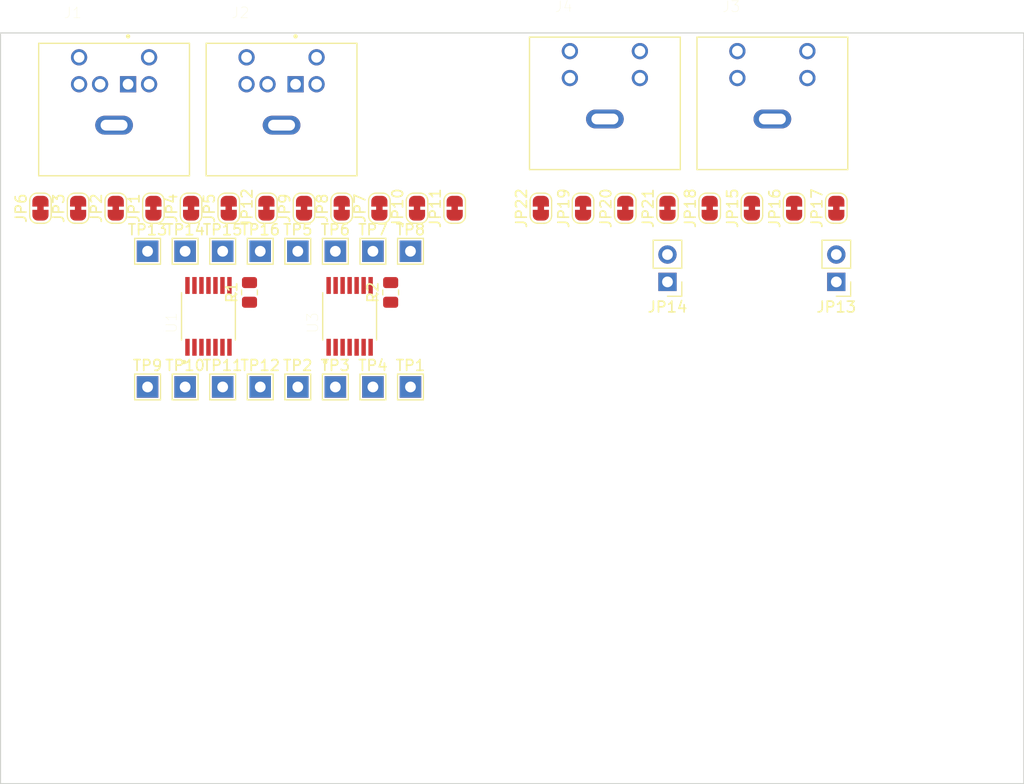
<source format=kicad_pcb>
(kicad_pcb (version 20201002) (generator pcbnew)

  (general
    (thickness 1.6)
  )

  (paper "A4")
  (layers
    (0 "F.Cu" signal)
    (31 "B.Cu" signal)
    (32 "B.Adhes" user "B.Adhesive")
    (33 "F.Adhes" user "F.Adhesive")
    (34 "B.Paste" user)
    (35 "F.Paste" user)
    (36 "B.SilkS" user "B.Silkscreen")
    (37 "F.SilkS" user "F.Silkscreen")
    (38 "B.Mask" user)
    (39 "F.Mask" user)
    (40 "Dwgs.User" user "User.Drawings")
    (41 "Cmts.User" user "User.Comments")
    (42 "Eco1.User" user "User.Eco1")
    (43 "Eco2.User" user "User.Eco2")
    (44 "Edge.Cuts" user)
    (45 "Margin" user)
    (46 "B.CrtYd" user "B.Courtyard")
    (47 "F.CrtYd" user "F.Courtyard")
    (48 "B.Fab" user)
    (49 "F.Fab" user)
    (50 "User.1" user)
    (51 "User.2" user)
    (52 "User.3" user)
    (53 "User.4" user)
    (54 "User.5" user)
    (55 "User.6" user)
    (56 "User.7" user)
    (57 "User.8" user)
    (58 "User.9" user)
  )

  (setup
    (pcbplotparams
      (layerselection 0x00010fc_ffffffff)
      (disableapertmacros false)
      (usegerberextensions false)
      (usegerberattributes true)
      (usegerberadvancedattributes true)
      (creategerberjobfile true)
      (svguseinch false)
      (svgprecision 6)
      (excludeedgelayer true)
      (plotframeref false)
      (viasonmask false)
      (mode 1)
      (useauxorigin false)
      (hpglpennumber 1)
      (hpglpenspeed 20)
      (hpglpendiameter 15.000000)
      (psnegative false)
      (psa4output false)
      (plotreference true)
      (plotvalue true)
      (plotinvisibletext false)
      (sketchpadsonfab false)
      (subtractmaskfromsilk false)
      (outputformat 1)
      (mirror false)
      (drillshape 1)
      (scaleselection 1)
      (outputdirectory "")
    )
  )


  (net 0 "")
  (net 1 "Net-(J1-Pad8)")
  (net 2 "Net-(J1-Pad2)")
  (net 3 "Net-(J1-Pad3)")
  (net 4 "Net-(J1-Pad5)")
  (net 5 "Net-(J1-Pad6)")
  (net 6 "Net-(J1-Pad1)")
  (net 7 "GND")
  (net 8 "Net-(J2-Pad8)")
  (net 9 "Net-(J2-Pad2)")
  (net 10 "Net-(J2-Pad3)")
  (net 11 "Net-(J2-Pad5)")
  (net 12 "Net-(J2-Pad6)")
  (net 13 "Net-(J2-Pad1)")
  (net 14 "Net-(J3-Pad8)")
  (net 15 "Net-(J3-Pad3)")
  (net 16 "Net-(J3-Pad5)")
  (net 17 "Net-(J3-Pad6)")
  (net 18 "Net-(J4-Pad8)")
  (net 19 "Net-(J4-Pad3)")
  (net 20 "Net-(J4-Pad5)")
  (net 21 "Net-(J4-Pad6)")
  (net 22 "PS2_A_Data")
  (net 23 "+5V")
  (net 24 "PS2_A_CLK")
  (net 25 "PS2_B_Data")
  (net 26 "PS2_B_CLK")
  (net 27 "Net-(JP13-Pad2)")
  (net 28 "Net-(JP14-Pad2)")
  (net 29 "ADB_A_Data")
  (net 30 "ADB_A_PWR")
  (net 31 "ADB_B_Data")
  (net 32 "ADB_B_PWR")
  (net 33 "Net-(R1-Pad2)")
  (net 34 "Net-(R2-Pad2)")
  (net 35 "Net-(U1-Pad9)")
  (net 36 "Net-(U1-Pad6)")
  (net 37 "TTL_PS2_B_CLK")
  (net 38 "TTL_PS2_B_Data")
  (net 39 "TTL_PS2_A_CLK")
  (net 40 "TTL_PS2_A_Data")
  (net 41 "+3V3")
  (net 42 "Net-(U3-Pad9)")
  (net 43 "Net-(U3-Pad6)")
  (net 44 "TTL_ADB_B_PWR")
  (net 45 "TTL_ADB_B_Data")
  (net 46 "TTL_ADB_A_PWR")
  (net 47 "TTL_ADB_A_Data")

  (module "TestPoint:TestPoint_THTPad_2.0x2.0mm_Drill1.0mm" (layer "F.Cu") (tedit 5A0F774F) (tstamp 0298fa33-8d52-429d-99ff-0dad3163bea4)
    (at 120.171028 70.2056)
    (descr "THT rectangular pad as test Point, square 2.0mm_Drill1.0mm  side length, hole diameter 1.0mm")
    (tags "test point THT pad rectangle square")
    (property "Sheet file" "ADB_Ports.kicad_sch")
    (property "Sheet name" "ADB_Ports")
    (path "/dd09b3e0-597c-4f6d-aa94-26c459297424/cf925aa4-5f64-4943-8366-6281bb2cc3c5")
    (attr exclude_from_pos_files)
    (fp_text reference "TP4" (at 0 -1.998) (layer "F.SilkS")
      (effects (font (size 1 1) (thickness 0.15)))
      (tstamp 388c0a4d-9c01-454b-a24b-ab894aeeacbf)
    )
    (fp_text value "TestPoint" (at 0 2.05) (layer "F.Fab")
      (effects (font (size 1 1) (thickness 0.15)))
      (tstamp 6b23c417-61f5-4fee-af10-47d9d5f0bd28)
    )
    (fp_text user "${REFERENCE}" (at 0 -2) (layer "F.Fab")
      (effects (font (size 1 1) (thickness 0.15)))
      (tstamp bc5dfa36-6dc1-4f08-8dec-c7aca9caa77f)
    )
    (fp_line (start -1.2 -1.2) (end 1.2 -1.2) (layer "F.SilkS") (width 0.12) (tstamp 200b1605-23b2-4d6e-a32c-fa9086ca042f))
    (fp_line (start 1.2 1.2) (end -1.2 1.2) (layer "F.SilkS") (width 0.12) (tstamp 826a80b2-c657-4152-9eb8-bd787d996a85))
    (fp_line (start -1.2 1.2) (end -1.2 -1.2) (layer "F.SilkS") (width 0.12) (tstamp bb5f5ec8-ec32-4463-a280-8d911840b612))
    (fp_line (start 1.2 -1.2) (end 1.2 1.2) (layer "F.SilkS") (width 0.12) (tstamp e2fb43b6-c79c-4c54-b7f7-f64210f79b3a))
    (fp_line (start 1.5 1.5) (end -1.5 1.5) (layer "F.CrtYd") (width 0.05) (tstamp 0340bd9b-e3c5-4a14-a61a-ea28c718243a))
    (fp_line (start 1.5 1.5) (end 1.5 -1.5) (layer "F.CrtYd") (width 0.05) (tstamp 1fa20cf2-d190-4af4-ba3b-f1224e017525))
    (fp_line (start -1.5 -1.5) (end 1.5 -1.5) (layer "F.CrtYd") (width 0.05) (tstamp 27df0c8c-2245-429c-a6fd-3a70df15c50d))
    (fp_line (start -1.5 -1.5) (end -1.5 1.5) (layer "F.CrtYd") (width 0.05) (tstamp ad039066-fda6-410d-b20e-c0375d46c86a))
    (pad "1" thru_hole rect (at 0 0) (size 2 2) (drill 1) (layers *.Cu *.Mask)
      (net 44 "TTL_ADB_B_PWR") (pinfunction "1") (tstamp 41f9f3dd-3d10-4cfe-9fc4-38a68cbdc7b3))
  )

  (module "TestPoint:TestPoint_THTPad_2.0x2.0mm_Drill1.0mm" (layer "F.Cu") (tedit 5A0F774F) (tstamp 0e3b6416-6525-4a8a-88c4-b0600207433d)
    (at 99.248686 57.6072)
    (descr "THT rectangular pad as test Point, square 2.0mm_Drill1.0mm  side length, hole diameter 1.0mm")
    (tags "test point THT pad rectangle square")
    (property "Sheet file" "PS2_Ports.kicad_sch")
    (property "Sheet name" "PS2_ports")
    (path "/a59fe0f1-9f48-44b7-aa6e-47b197a73ed7/ecd54eab-20aa-49a2-a235-37b5b6b2fd73")
    (attr exclude_from_pos_files)
    (fp_text reference "TP13" (at 0 -1.998) (layer "F.SilkS")
      (effects (font (size 1 1) (thickness 0.15)))
      (tstamp e88cda45-c7c7-4d16-80b5-ba242c1ff9b3)
    )
    (fp_text value "TestPoint" (at 0 2.05) (layer "F.Fab")
      (effects (font (size 1 1) (thickness 0.15)))
      (tstamp d889ae4f-0181-4e76-85b8-5fc3a9abc329)
    )
    (fp_text user "${REFERENCE}" (at 0 -2) (layer "F.Fab")
      (effects (font (size 1 1) (thickness 0.15)))
      (tstamp 37c25cab-7623-4744-8d60-691073166c63)
    )
    (fp_line (start 1.2 1.2) (end -1.2 1.2) (layer "F.SilkS") (width 0.12) (tstamp 3cacb8f7-51a4-480d-b7ee-33af2fa17aff))
    (fp_line (start -1.2 -1.2) (end 1.2 -1.2) (layer "F.SilkS") (width 0.12) (tstamp a39e9a4e-8b89-4fb6-8cdb-e1e2ad135246))
    (fp_line (start 1.2 -1.2) (end 1.2 1.2) (layer "F.SilkS") (width 0.12) (tstamp f70d41c7-90e0-497d-bb21-90c7aa32f064))
    (fp_line (start -1.2 1.2) (end -1.2 -1.2) (layer "F.SilkS") (width 0.12) (tstamp ffd0a70c-7fb0-409f-af72-12716d2b69b9))
    (fp_line (start -1.5 -1.5) (end 1.5 -1.5) (layer "F.CrtYd") (width 0.05) (tstamp 2187fa1d-8845-4012-9420-dc308a1fc218))
    (fp_line (start 1.5 1.5) (end -1.5 1.5) (layer "F.CrtYd") (width 0.05) (tstamp 26a4f03e-22f7-4456-b95c-5bba9f5e2ba9))
    (fp_line (start -1.5 -1.5) (end -1.5 1.5) (layer "F.CrtYd") (width 0.05) (tstamp 45eb5579-43f5-4842-b1f3-f1bce15623f6))
    (fp_line (start 1.5 1.5) (end 1.5 -1.5) (layer "F.CrtYd") (width 0.05) (tstamp 7b4822c1-ff0c-4be8-92fb-006fb4c491d2))
    (pad "1" thru_hole rect (at 0 0) (size 2 2) (drill 1) (layers *.Cu *.Mask)
      (net 22 "PS2_A_Data") (pinfunction "1") (tstamp 300e7f2a-ff72-4903-9519-efe1c2fc2633))
  )

  (module "Jumper:SolderJumper-2_P1.3mm_Bridged_RoundedPad1.0x1.5mm" (layer "F.Cu") (tedit 5C745284) (tstamp 18fcade7-6fc8-47d6-873c-cd983591a558)
    (at 89.304092 53.609 90)
    (descr "SMD Solder Jumper, 1x1.5mm, rounded Pads, 0.3mm gap, bridged with 1 copper strip")
    (tags "solder jumper open")
    (property "Sheet file" "PS2_Ports.kicad_sch")
    (property "Sheet name" "PS2_ports")
    (path "/a59fe0f1-9f48-44b7-aa6e-47b197a73ed7/6192f1b6-376a-4dc4-9c68-3da30dc80bc9")
    (attr exclude_from_pos_files)
    (fp_text reference "JP6" (at 0 -1.8 90) (layer "F.SilkS")
      (effects (font (size 1 1) (thickness 0.15)))
      (tstamp fe628371-691f-4f04-8918-489c7703b228)
    )
    (fp_text value "SolderJumper_2_Bridged" (at 0 1.9 90) (layer "F.Fab")
      (effects (font (size 1 1) (thickness 0.15)))
      (tstamp 75c58a41-1d7d-4831-b409-6ccb0a379a31)
    )
    (fp_poly (pts (xy 0.25 -0.3)
      (xy -0.25 -0.3)
      (xy -0.25 0.3)
      (xy 0.25 0.3)) (layer "F.Cu") (width 0) (tstamp f7b3dc96-2686-4fd2-a8a4-a11a8c56766b))
    (fp_line (start -0.7 -1) (end 0.7 -1) (layer "F.SilkS") (width 0.12) (tstamp c8328f6a-b96b-4ce3-91b3-49c3f37d4ab3))
    (fp_line (start -1.4 0.3) (end -1.4 -0.3) (layer "F.SilkS") (width 0.12) (tstamp d6e12ab5-87b8-4ab8-ac57-58032f75ffb2))
    (fp_line (start 1.4 -0.3) (end 1.4 0.3) (layer "F.SilkS") (width 0.12) (tstamp dbc11777-5460-4624-9ea6-e0ced0381485))
    (fp_line (start 0.7 1) (end -0.7 1) (layer "F.SilkS") (width 0.12) (tstamp f5750941-f894-4063-b285-e8348d26f64c))
    (fp_arc (start -0.7 0.3) (end -1.4 0.3) (angle -90) (layer "F.SilkS") (width 0.12) (tstamp 87f97f1a-9167-45ce-84a4-128d43a938e8))
    (fp_arc (start -0.7 -0.3) (end -0.7 -1) (angle -90) (layer "F.SilkS") (width 0.12) (tstamp a6fe950d-0a7b-4b1f-8e06-7b923b906ef5))
    (fp_arc (start 0.7 0.3) (end 0.7 1) (angle -90) (layer "F.SilkS") (width 0.12) (tstamp b562c721-2eb0-49f1-9a95-28d8879e6afd))
    (fp_arc (start 0.7 -0.3) (end 1.4 -0.3) (angle -90) (layer "F.SilkS") (width 0.12) (tstamp ebc53b83-5578-4aa8-8d5b-c76d0de8ed12))
    (fp_line (start 1.65 1.25) (end -1.65 1.25) (layer "F.CrtYd") (width 0.05) (tstamp 54ab0d60-5fbe-413d-9d62-10dc97d948a2))
    (fp_line (start -1.65 -1.25) (end 1.65 -1.25) (layer "F.CrtYd") (width 0.05) (tstamp 9ebeb2a1-bf6b-4dfb-bdff-33f705ea695c))
    (fp_line (start -1.65 -1.25) (end -1.65 1.25) (layer "F.CrtYd") (width 0.05) (tstamp c449eee6-e6e0-4321-a055-a9454fa1e085))
    (fp_line (start 1.65 1.25) (end 1.65 -1.25) (layer "F.CrtYd") (width 0.05) (tstamp cc48c727-d981-4a7b-9987-7ad8dc7c5cea))
    (pad "1" smd custom (at -0.65 0 90) (size 1 0.5) (layers "F.Cu" "F.Mask")
      (pinfunction "A") (zone_connect 2)
      (options (clearance outline) (anchor rect))
      (primitives
        (gr_circle (center 0 0.25) (end 0.5 0.25) (width 0))
        (gr_circle (center 0 -0.25) (end 0.5 -0.25) (width 0))
        (gr_poly (pts
          (xy 0 -0.75)
          (xy 0.5 -0.75)
          (xy 0.5 0.75)
          (xy 0 0.75)
) (width 0))
      ) (tstamp d8a6b390-dc1a-4d50-b323-30b88717fef5))
    (pad "2" smd custom (at 0.65 0 90) (size 1 0.5) (layers "F.Cu" "F.Mask")
      (net 1 "Net-(J1-Pad8)") (pinfunction "B") (zone_connect 2)
      (options (clearance outline) (anchor rect))
      (primitives
        (gr_circle (center 0 0.25) (end 0.5 0.25) (width 0))
        (gr_circle (center 0 -0.25) (end 0.5 -0.25) (width 0))
        (gr_poly (pts
          (xy 0 -0.75)
          (xy -0.5 -0.75)
          (xy -0.5 0.75)
          (xy 0 0.75)
) (width 0))
      ) (tstamp fb876387-4749-42c8-b1c8-89c48c26dc4d))
  )

  (module "TestPoint:TestPoint_THTPad_2.0x2.0mm_Drill1.0mm" (layer "F.Cu") (tedit 5A0F774F) (tstamp 19046581-88d0-4c22-8db4-3b80e94a91c2)
    (at 106.2228 57.6072)
    (descr "THT rectangular pad as test Point, square 2.0mm_Drill1.0mm  side length, hole diameter 1.0mm")
    (tags "test point THT pad rectangle square")
    (property "Sheet file" "PS2_Ports.kicad_sch")
    (property "Sheet name" "PS2_ports")
    (path "/a59fe0f1-9f48-44b7-aa6e-47b197a73ed7/513c2e2c-790a-400e-9f48-00cbefcf399c")
    (attr exclude_from_pos_files)
    (fp_text reference "TP15" (at 0 -1.998) (layer "F.SilkS")
      (effects (font (size 1 1) (thickness 0.15)))
      (tstamp cf9cb329-9111-4d28-a7c2-312e0efb2b4d)
    )
    (fp_text value "TestPoint" (at 0 2.05) (layer "F.Fab")
      (effects (font (size 1 1) (thickness 0.15)))
      (tstamp bf3fd21f-afb9-46a5-a6cd-547370d95e8a)
    )
    (fp_text user "${REFERENCE}" (at 0 -2) (layer "F.Fab")
      (effects (font (size 1 1) (thickness 0.15)))
      (tstamp 352737cc-e164-454a-8be2-0b8fcfc000b7)
    )
    (fp_line (start 1.2 1.2) (end -1.2 1.2) (layer "F.SilkS") (width 0.12) (tstamp 59c7f706-3a0d-4e05-a7c8-02f1264980d5))
    (fp_line (start -1.2 1.2) (end -1.2 -1.2) (layer "F.SilkS") (width 0.12) (tstamp 9a9d9876-bfee-47bb-bd49-ef31467a09d9))
    (fp_line (start -1.2 -1.2) (end 1.2 -1.2) (layer "F.SilkS") (width 0.12) (tstamp a395b9db-54a2-49b6-9fed-808a05472320))
    (fp_line (start 1.2 -1.2) (end 1.2 1.2) (layer "F.SilkS") (width 0.12) (tstamp c51a2a8a-c820-4e46-994d-542620f9469c))
    (fp_line (start 1.5 1.5) (end 1.5 -1.5) (layer "F.CrtYd") (width 0.05) (tstamp 411e560e-9d43-4313-a153-a2ac85076ffc))
    (fp_line (start -1.5 -1.5) (end 1.5 -1.5) (layer "F.CrtYd") (width 0.05) (tstamp 4d892ddc-eba0-4d1e-b7f9-94f38d227c4f))
    (fp_line (start -1.5 -1.5) (end -1.5 1.5) (layer "F.CrtYd") (width 0.05) (tstamp 8862b589-5c97-4c6d-91da-fe473afa72a9))
    (fp_line (start 1.5 1.5) (end -1.5 1.5) (layer "F.CrtYd") (width 0.05) (tstamp b05bd993-8795-4491-ad53-d8c1562b7072))
    (pad "1" thru_hole rect (at 0 0) (size 2 2) (drill 1) (layers *.Cu *.Mask)
      (net 25 "PS2_B_Data") (pinfunction "1") (tstamp c0e0cf63-6654-470b-8ba4-b7be89875def))
  )

  (module "Resistor_SMD:R_0805_2012Metric" (layer "F.Cu") (tedit 5F68FEEE) (tstamp 196d0e78-6ee8-4448-a209-474dd4a65c3e)
    (at 108.712 61.4264 90)
    (descr "Resistor SMD 0805 (2012 Metric), square (rectangular) end terminal, IPC_7351 nominal, (Body size source: IPC-SM-782 page 72, https://www.pcb-3d.com/wordpress/wp-content/uploads/ipc-sm-782a_amendment_1_and_2.pdf), generated with kicad-footprint-generator")
    (tags "resistor")
    (property "Sheet file" "PS2_Ports.kicad_sch")
    (property "Sheet name" "PS2_ports")
    (path "/a59fe0f1-9f48-44b7-aa6e-47b197a73ed7/f5eaa385-6fbb-48f4-a5c6-9e51baf5faa7")
    (attr smd)
    (fp_text reference "R1" (at 0 -1.65 90) (layer "F.SilkS")
      (effects (font (size 1 1) (thickness 0.15)))
      (tstamp 16ea6ee8-07f7-4b37-9c49-a8ad8ca6ebe4)
    )
    (fp_text value "0 ohm" (at 0 1.65 90) (layer "F.Fab")
      (effects (font (size 1 1) (thickness 0.15)))
      (tstamp 0b24ee60-b929-492f-9adc-e9eeba51fc7d)
    )
    (fp_text user "${REFERENCE}" (at 0 0 90) (layer "F.Fab")
      (effects (font (size 0.5 0.5) (thickness 0.08)))
      (tstamp 8c5d907d-ebbc-4f1f-8530-66da6ab99026)
    )
    (fp_line (start -0.227064 -0.735) (end 0.227064 -0.735) (layer "F.SilkS") (width 0.12) (tstamp 5ac77b6b-b5b3-43ec-bcb0-0e7f843965b7))
    (fp_line (start -0.227064 0.735) (end 0.227064 0.735) (layer "F.SilkS") (width 0.12) (tstamp 95ecc6dc-7671-41cc-9431-732932c255b1))
    (fp_line (start 1.68 -0.95) (end 1.68 0.95) (layer "F.CrtYd") (width 0.05) (tstamp 5c3d4498-f263-459d-8f0a-4a7a96b6e915))
    (fp_line (start -1.68 0.95) (end -1.68 -0.95) (layer "F.CrtYd") (width 0.05) (tstamp 995fb81d-f9fc-434b-8642-8c61238f0271))
    (fp_line (start -1.68 -0.95) (end 1.68 -0.95) (layer "F.CrtYd") (width 0.05) (tstamp cd9e44b9-616a-473f-8d3e-8ba1ddaa09e3))
    (fp_line (start 1.68 0.95) (end -1.68 0.95) (layer "F.CrtYd") (width 0.05) (tstamp d7622493-8826-4850-ab4d-06bdd7fd00be))
    (fp_line (start 1 -0.625) (end 1 0.625) (layer "F.Fab") (width 0.1) (tstamp 1d79dfd8-5fb7-4b49-b36b-fcca60c5265e))
    (fp_line (start 1 0.625) (end -1 0.625) (layer "F.Fab") (width 0.1) (tstamp 5e116f27-71da-4c15-a7da-f3fc4ac1798b))
    (fp_line (start -1 -0.625) (end 1 -0.625) (layer "F.Fab") (width 0.1) (tstamp 805909e1-c8c5-4cc4-9523-907725c8a05d))
    (fp_line (start -1 0.625) (end -1 -0.625) (layer "F.Fab") (width 0.1) (tstamp c68e06ed-2d20-444d-b167-edb7a0c92457))
    (pad "1" smd roundrect (at -0.9125 0 90) (size 1.025 1.4) (layers "F.Cu" "F.Paste" "F.Mask") (roundrect_rratio 0.243902)
      (net 7 "GND") (tstamp 554c07a9-2d74-47dd-b973-dc1b5842f552))
    (pad "2" smd roundrect (at 0.9125 0 90) (size 1.025 1.4) (layers "F.Cu" "F.Paste" "F.Mask") (roundrect_rratio 0.243902)
      (net 33 "Net-(R1-Pad2)") (tstamp df19d148-e853-4ada-a260-fd83f851baf9))
    (model "${KISYS3DMOD}/Resistor_SMD.3dshapes/R_0805_2012Metric.wrl"
      (offset (xyz 0 0 0))
      (scale (xyz 1 1 1))
      (rotate (xyz 0 0 0))
    )
  )

  (module "mousekey_v0p1:SOP65P640X120-14N" (layer "F.Cu") (tedit 602340C8) (tstamp 27db24e6-d908-4596-9d1c-60e90fb067fc)
    (at 104.902 63.6514 90)
    (property "MANUFACTURER" "Texas Instruments")
    (property "MAXIMUM_PACKAGE_HEIGHT" "1.2 mm")
    (property "PARTREV" "G")
    (property "STANDARD" "IPC 7351B")
    (property "Sheet file" "PS2_Ports.kicad_sch")
    (property "Sheet name" "PS2_ports")
    (path "/a59fe0f1-9f48-44b7-aa6e-47b197a73ed7/1f1e4cb7-0bf2-4107-b82e-db46237190e4")
    (attr through_hole)
    (fp_text reference "U1" (at -0.595 -3.435 90) (layer "F.SilkS")
      (effects (font (size 1 1) (thickness 0.015)))
      (tstamp e7667ddb-2b8b-4b8d-b9cf-974a46d0644b)
    )
    (fp_text value "LSF0204DPWR" (at 7.025 3.435 90) (layer "F.Fab")
      (effects (font (size 1 1) (thickness 0.015)))
      (tstamp 1bd7c309-9817-4713-a6cd-e84c4d07bc41)
    )
    (fp_line (start -2.2 -2.5) (end 2.2 -2.5) (layer "F.SilkS") (width 0.127) (tstamp 790659a3-1b4c-4553-83e6-a19834149039))
    (fp_line (start -2.2 2.5) (end 2.2 2.5) (layer "F.SilkS") (width 0.127) (tstamp cfce2d8d-3c10-4047-bb63-8c9db2a50c96))
    (fp_circle (center -4.24 -2.26) (end -4.14 -2.26) (layer "F.SilkS") (width 0.2) (tstamp 0bb6780f-3c18-47c7-8fcb-d21c89d03ccd))
    (fp_line (start -3.905 2.75) (end 3.905 2.75) (layer "F.CrtYd") (width 0.05) (tstamp 1a6ac25e-d1c1-418b-933a-bda5ddb63a89))
    (fp_line (start 3.905 -2.75) (end 3.905 2.75) (layer "F.CrtYd") (width 0.05) (tstamp 5e31de8e-fafd-4316-9208-35dc759541e2))
    (fp_line (start -3.905 -2.75) (end -3.905 2.75) (layer "F.CrtYd") (width 0.05) (tstamp 9b90d0be-0e34-4373-bee8-6eb060eed01c))
    (fp_line (start -3.905 -2.75) (end 3.905 -2.75) (layer "F.CrtYd") (width 0.05) (tstamp ed10e704-d578-4ef5-b5c7-de06116f0d25))
    (fp_line (start -2.2 -2.5) (end 2.2 -2.5) (layer "F.Fab") (width 0.127) (tstamp 5e52f92a-7320-4516-8530-242fb481818a))
    (fp_line (start -2.2 -2.5) (end -2.2 2.5) (layer "F.Fab") (width 0.127) (tstamp 68c184ed-fc73-448d-9f6d-d5af6edf922a))
    (fp_line (start -2.2 2.5) (end 2.2 2.5) (layer "F.Fab") (width 0.127) (tstamp 8ddc10ba-3df7-41a5-a58a-b8b7edb379a1))
    (fp_line (start 2.2 -2.5) (end 2.2 2.5) (layer "F.Fab") (width 0.127) (tstamp bb7e3620-e656-4902-9ec3-b87b22aeb82b))
    (fp_circle (center -4.24 -2.26) (end -4.14 -2.26) (layer "F.Fab") (width 0.2) (tstamp 954c880b-b73c-4d3b-9ced-99611f2dc2ba))
    (pad "1" smd rect (at -2.87 -1.95 90) (size 1.57 0.41) (layers "F.Cu" "F.Paste" "F.Mask")
      (net 41 "+3V3") (pinfunction "VREF_A") (tstamp bc46fb84-e763-47dd-9f13-f9354ef9b68f))
    (pad "2" smd rect (at -2.87 -1.3 90) (size 1.57 0.41) (layers "F.Cu" "F.Paste" "F.Mask")
      (net 40 "TTL_PS2_A_Data") (pinfunction "A1") (tstamp c5f93fbb-b6fd-44b7-8bf1-67b6bb967b84))
    (pad "3" smd rect (at -2.87 -0.65 90) (size 1.57 0.41) (layers "F.Cu" "F.Paste" "F.Mask")
      (net 39 "TTL_PS2_A_CLK") (pinfunction "A2") (tstamp 7417b8c9-eefa-4c03-a23b-7eb0f0d7ec67))
    (pad "4" smd rect (at -2.87 0 90) (size 1.57 0.41) (layers "F.Cu" "F.Paste" "F.Mask")
      (net 38 "TTL_PS2_B_Data") (pinfunction "A3") (tstamp 6588dbb4-9d5b-4027-a351-450545a912c5))
    (pad "5" smd rect (at -2.87 0.65 90) (size 1.57 0.41) (layers "F.Cu" "F.Paste" "F.Mask")
      (net 37 "TTL_PS2_B_CLK") (pinfunction "A4") (tstamp 92cc7463-2c6e-44d6-881a-d9ef16fc771f))
    (pad "6" smd rect (at -2.87 1.3 90) (size 1.57 0.41) (layers "F.Cu" "F.Paste" "F.Mask")
      (net 36 "Net-(U1-Pad6)") (pinfunction "NC_6") (tstamp 56bc055f-fbed-4e0d-9ce6-9da50ba489ef))
    (pad "7" smd rect (at -2.87 1.95 90) (size 1.57 0.41) (layers "F.Cu" "F.Paste" "F.Mask")
      (net 7 "GND") (pinfunction "GND") (tstamp e887735a-b6bd-47be-a2a3-f2c1b1eba255))
    (pad "8" smd rect (at 2.87 1.95 90) (size 1.57 0.41) (layers "F.Cu" "F.Paste" "F.Mask")
      (net 33 "Net-(R1-Pad2)") (pinfunction "~EN") (tstamp 20849755-a453-4d82-acc7-4d52cbef29e5))
    (pad "9" smd rect (at 2.87 1.3 90) (size 1.57 0.41) (layers "F.Cu" "F.Paste" "F.Mask")
      (net 35 "Net-(U1-Pad9)") (pinfunction "NC_9") (tstamp 395d16e5-6a5c-4b6c-80f9-c6a8eaca16e9))
    (pad "10" smd rect (at 2.87 0.65 90) (size 1.57 0.41) (layers "F.Cu" "F.Paste" "F.Mask")
      (net 26 "PS2_B_CLK") (pinfunction "B4") (tstamp 95fbfb82-ea74-4ae9-9bb1-0a55bc44411d))
    (pad "11" smd rect (at 2.87 0 90) (size 1.57 0.41) (layers "F.Cu" "F.Paste" "F.Mask")
      (net 25 "PS2_B_Data") (pinfunction "B3") (tstamp c08601c2-b953-490e-ac2f-071a702c08f8))
    (pad "12" smd rect (at 2.87 -0.65 90) (size 1.57 0.41) (layers "F.Cu" "F.Paste" "F.Mask")
      (net 24 "PS2_A_CLK") (pinfunction "B2") (tstamp 5e4218ad-8942-4128-bf98-150292b2c791))
    (pad "13" smd rect (at 2.87 -1.3 90) (size 1.57 0.41) (layers "F.Cu" "F.Paste" "F.Mask")
      (net 22 "PS2_A_Data") (pinfunction "B1") (tstamp e4f15653-2e4f-4562-bd16-36ebf0364109))
    (pad "14" smd rect (at 2.87 -1.95 90) (size 1.57 0.41) (layers "F.Cu" "F.Paste" "F.Mask")
      (net 23 "+5V") (pinfunction "VREF_B") (tstamp b4d7c32e-de35-4a12-b83c-454412847d98))
  )

  (module "mousekey_v0p1:CUI_MD-60S" (layer "F.Cu") (tedit 6023372D) (tstamp 2b3b5350-ec1f-45af-82be-729019fbeaf8)
    (at 111.689 44.45)
    (property "Digikey_Partnum" "	\rCP-2460-ND")
    (property "MANUFACTURER" "CUI Devices")
    (property "MAXIMUM_PACKAGE_HEIGHT" "13.05 mm")
    (property "PARTREV" "1.06")
    (property "STANDARD" "Manufacturer Recommendation")
    (property "Sheet file" "PS2_Ports.kicad_sch")
    (property "Sheet name" "PS2_ports")
    (path "/a59fe0f1-9f48-44b7-aa6e-47b197a73ed7/f64893f8-d08f-4713-a64b-ca559809c6ac")
    (attr through_hole)
    (fp_text reference "J2" (at -3.825 -8.985) (layer "F.SilkS")
      (effects (font (size 1 1) (thickness 0.015)))
      (tstamp 18ac6f8f-657a-4ced-a905-b1c69d53d455)
    )
    (fp_text value "MD-60S" (at -0.65 -7.485) (layer "F.Fab")
      (effects (font (size 1 1) (thickness 0.015)))
      (tstamp cf6d0c84-1197-4cd4-96eb-43c1a0599c98)
    )
    (fp_line (start 7 6.15) (end 7 -6.15) (layer "F.SilkS") (width 0.127) (tstamp 44fe7fb5-1ecc-4898-994c-5290f3c06f6e))
    (fp_line (start 7 6.15) (end -7 6.15) (layer "F.SilkS") (width 0.127) (tstamp 59f4079a-9445-400d-ad9d-e668f695e85b))
    (fp_line (start -7 6.15) (end -7 -6.15) (layer "F.SilkS") (width 0.127) (tstamp 9111a8eb-7c89-48c4-a9ca-b3d5a505fe97))
    (fp_line (start -7 -6.15) (end 7 -6.15) (layer "F.SilkS") (width 0.127) (tstamp 9f49691c-b2a2-41a1-a67c-a19b16739230))
    (fp_circle (center 1.3 -6.8) (end 1.4 -6.8) (layer "F.SilkS") (width 0.2) (tstamp 739fc1ad-7512-4043-adef-472154559997))
    (fp_line (start -7.25 6.4) (end -7.25 -6.4) (layer "F.CrtYd") (width 0.05) (tstamp 6904428c-3877-4d60-b1a3-ad9bb1218d3c))
    (fp_line (start 7.25 -6.4) (end 7.25 6.4) (layer "F.CrtYd") (width 0.05) (tstamp 73175f98-ee3c-4737-a007-a60ee45755d7))
    (fp_line (start 7.25 6.4) (end -7.25 6.4) (layer "F.CrtYd") (width 0.05) (tstamp bd85e0a7-3b09-44ba-8c1f-5ad291b08d7f))
    (fp_line (start -7.25 -6.4) (end 7.25 -6.4) (layer "F.CrtYd") (width 0.05) (tstamp e3a73fba-77de-41dc-b227-973029b5361f))
    (fp_line (start 7 6.15) (end -7 6.15) (layer "F.Fab") (width 0.127) (tstamp 0a2dd086-ee56-4282-a7bf-7b06ef1a09c6))
    (fp_line (start -7 6.15) (end -7 -6.15) (layer "F.Fab") (width 0.127) (tstamp 7d435666-5f8e-427a-b4a9-20e2f15306af))
    (fp_line (start -7 -6.15) (end 7 -6.15) (layer "F.Fab") (width 0.127) (tstamp 852204e4-04c8-46a0-b0d7-23c54ec6abea))
    (fp_line (start 7 -6.15) (end 7 6.15) (layer "F.Fab") (width 0.127) (tstamp a6678834-d479-4340-aee9-d270f3e44a17))
    (fp_circle (center 1.3 -6.8) (end 1.4 -6.8) (layer "F.Fab") (width 0.2) (tstamp 39a93132-e6b9-40f0-a24c-3d55a9aa2552))
    (pad "1" thru_hole rect (at 1.3 -2.35) (size 1.508 1.508) (drill 1) (layers *.Cu *.Mask)
      (net 13 "Net-(J2-Pad1)") (pinfunction "1") (tstamp c2eb96aa-2591-47d8-9d3f-84608b9044a0))
    (pad "2" thru_hole circle (at -1.3 -2.35) (size 1.508 1.508) (drill 1) (layers *.Cu *.Mask)
      (net 9 "Net-(J2-Pad2)") (pinfunction "2") (tstamp e1c2ac39-4008-4193-9c41-b008afc76097))
    (pad "3" thru_hole circle (at -3.25 -2.35) (size 1.508 1.508) (drill 1) (layers *.Cu *.Mask)
      (net 10 "Net-(J2-Pad3)") (pinfunction "3") (tstamp 0c701fc7-0f69-4b2b-ae3c-f59e374652d2))
    (pad "5" thru_hole circle (at 3.25 -2.35) (size 1.508 1.508) (drill 1) (layers *.Cu *.Mask)
      (net 11 "Net-(J2-Pad5)") (pinfunction "5") (tstamp 7c617686-778b-4955-8610-67f4d3d487b3))
    (pad "6" thru_hole circle (at 3.25 -4.85) (size 1.508 1.508) (drill 1) (layers *.Cu *.Mask)
      (net 12 "Net-(J2-Pad6)") (pinfunction "6") (tstamp 9ff97f80-ba5d-4dfc-8747-a10179c81006))
    (pad "8" thru_hole circle (at -3.25 -4.85) (size 1.508 1.508) (drill 1) (layers *.Cu *.Mask)
      (net 8 "Net-(J2-Pad8)") (pinfunction "8") (tstamp 6b44b6b3-477a-43cb-a3d8-de75a58a5e37))
    (pad "S1" thru_hole oval (at 0 1.45) (size 3.5 1.75) (drill oval 2.5 1) (layers *.Cu *.Mask)
      (net 7 "GND") (pinfunction "SHIELD") (tstamp 0e70bfe3-58d8-4793-9aaa-f0963d86d0af))
  )

  (module "Jumper:SolderJumper-2_P1.3mm_Bridged_RoundedPad1.0x1.5mm" (layer "F.Cu") (tedit 5C745284) (tstamp 37b26fca-4e61-4581-8348-7a92c47c6e30)
    (at 139.681857 53.609 90)
    (descr "SMD Solder Jumper, 1x1.5mm, rounded Pads, 0.3mm gap, bridged with 1 copper strip")
    (tags "solder jumper open")
    (property "Sheet file" "ADB_Ports.kicad_sch")
    (property "Sheet name" "ADB_Ports")
    (path "/dd09b3e0-597c-4f6d-aa94-26c459297424/9e13b9c7-8dc9-44db-9e28-bc8d633ce97f")
    (attr exclude_from_pos_files)
    (fp_text reference "JP19" (at 0 -1.8 90) (layer "F.SilkS")
      (effects (font (size 1 1) (thickness 0.15)))
      (tstamp fbd94ba6-f390-4ee7-9c64-3a1ea308e710)
    )
    (fp_text value "SolderJumper_2_Bridged" (at 0 1.9 90) (layer "F.Fab")
      (effects (font (size 1 1) (thickness 0.15)))
      (tstamp 08cee084-d963-4c7f-965d-f10da2338c81)
    )
    (fp_poly (pts (xy 0.25 -0.3)
      (xy -0.25 -0.3)
      (xy -0.25 0.3)
      (xy 0.25 0.3)) (layer "F.Cu") (width 0) (tstamp 186eb775-2f8d-4eca-b785-cf0338f1de81))
    (fp_line (start -0.7 -1) (end 0.7 -1) (layer "F.SilkS") (width 0.12) (tstamp 385dd433-7f92-48a6-943b-97ad8d00ed91))
    (fp_line (start 0.7 1) (end -0.7 1) (layer "F.SilkS") (width 0.12) (tstamp 3db56b98-5625-4409-9233-76efff81c2aa))
    (fp_line (start -1.4 0.3) (end -1.4 -0.3) (layer "F.SilkS") (width 0.12) (tstamp b56a8b4d-c16d-4be2-8b1a-22fb5e73494e))
    (fp_line (start 1.4 -0.3) (end 1.4 0.3) (layer "F.SilkS") (width 0.12) (tstamp bf9a5483-56da-48f7-9475-7e4fc56cf76d))
    (fp_arc (start 0.7 0.3) (end 0.7 1) (angle -90) (layer "F.SilkS") (width 0.12) (tstamp 18e10975-0c50-4aab-aca1-68e2abd986d8))
    (fp_arc (start -0.7 -0.3) (end -0.7 -1) (angle -90) (layer "F.SilkS") (width 0.12) (tstamp 7db30f39-b097-46af-a008-8874b48071cf))
    (fp_arc (start 0.7 -0.3) (end 1.4 -0.3) (angle -90) (layer "F.SilkS") (width 0.12) (tstamp c9400423-986c-4d47-8245-e3b6941fec99))
    (fp_arc (start -0.7 0.3) (end -1.4 0.3) (angle -90) (layer "F.SilkS") (width 0.12) (tstamp d2d26663-99de-4de7-b27a-dcb1f917048b))
    (fp_line (start -1.65 -1.25) (end 1.65 -1.25) (layer "F.CrtYd") (width 0.05) (tstamp 0f1933c8-1ae1-4dfc-ad2e-12ea32fa4590))
    (fp_line (start -1.65 -1.25) (end -1.65 1.25) (layer "F.CrtYd") (width 0.05) (tstamp 448669ea-353d-4e94-8214-3d0f00175b80))
    (fp_line (start 1.65 1.25) (end 1.65 -1.25) (layer "F.CrtYd") (width 0.05) (tstamp 5537f506-23b3-4c61-ba31-6d78610a1132))
    (fp_line (start 1.65 1.25) (end -1.65 1.25) (layer "F.CrtYd") (width 0.05) (tstamp e76dee03-86d7-4c61-b327-a2ce89871e46))
    (pad "1" smd custom (at -0.65 0 90) (size 1 0.5) (layers "F.Cu" "F.Mask")
      (net 31 "ADB_B_Data") (pinfunction "A") (zone_connect 2)
      (options (clearance outline) (anchor rect))
      (primitives
        (gr_circle (center 0 0.25) (end 0.5 0.25) (width 0))
        (gr_circle (center 0 -0.25) (end 0.5 -0.25) (width 0))
        (gr_poly (pts
          (xy 0 -0.75)
          (xy 0.5 -0.75)
          (xy 0.5 0.75)
          (xy 0 0.75)
) (width 0))
      ) (tstamp c3e2c534-e685-4944-a112-0d7a89fe86b2))
    (pad "2" smd custom (at 0.65 0 90) (size 1 0.5) (layers "F.Cu" "F.Mask")
      (net 19 "Net-(J4-Pad3)") (pinfunction "B") (zone_connect 2)
      (options (clearance outline) (anchor rect))
      (primitives
        (gr_circle (center 0 0.25) (end 0.5 0.25) (width 0))
        (gr_circle (center 0 -0.25) (end 0.5 -0.25) (width 0))
        (gr_poly (pts
          (xy 0 -0.75)
          (xy -0.5 -0.75)
          (xy -0.5 0.75)
          (xy 0 0.75)
) (width 0))
      ) (tstamp 1d141684-713f-4006-8d87-e08b6362c75d))
  )

  (module "TestPoint:TestPoint_THTPad_2.0x2.0mm_Drill1.0mm" (layer "F.Cu") (tedit 5A0F774F) (tstamp 3cb71dc5-2e7d-40d8-93a3-d2ccde61acd3)
    (at 113.196914 70.2056)
    (descr "THT rectangular pad as test Point, square 2.0mm_Drill1.0mm  side length, hole diameter 1.0mm")
    (tags "test point THT pad rectangle square")
    (property "Sheet file" "ADB_Ports.kicad_sch")
    (property "Sheet name" "ADB_Ports")
    (path "/dd09b3e0-597c-4f6d-aa94-26c459297424/39a3bf5c-ec70-40cc-8e83-802264b0765f")
    (attr exclude_from_pos_files)
    (fp_text reference "TP2" (at 0 -1.998) (layer "F.SilkS")
      (effects (font (size 1 1) (thickness 0.15)))
      (tstamp a1500950-6b17-4e72-9241-96811004f800)
    )
    (fp_text value "TestPoint" (at 0 2.05) (layer "F.Fab")
      (effects (font (size 1 1) (thickness 0.15)))
      (tstamp f891c7b4-2b77-408c-8e24-196c90fe1b12)
    )
    (fp_text user "${REFERENCE}" (at 0 -2) (layer "F.Fab")
      (effects (font (size 1 1) (thickness 0.15)))
      (tstamp d2331a99-8480-472d-8fc4-702a02e34a1f)
    )
    (fp_line (start 1.2 -1.2) (end 1.2 1.2) (layer "F.SilkS") (width 0.12) (tstamp 472ee4a8-2736-4ca1-b9fe-4bb482688be4))
    (fp_line (start -1.2 -1.2) (end 1.2 -1.2) (layer "F.SilkS") (width 0.12) (tstamp 551de655-3cf7-4e87-8daf-df2425c6589a))
    (fp_line (start -1.2 1.2) (end -1.2 -1.2) (layer "F.SilkS") (width 0.12) (tstamp 76a6a55e-6a14-421e-8f1c-50349ed7eed1))
    (fp_line (start 1.2 1.2) (end -1.2 1.2) (layer "F.SilkS") (width 0.12) (tstamp acc8c604-05f9-4937-9416-b24025a420dc))
    (fp_line (start 1.5 1.5) (end 1.5 -1.5) (layer "F.CrtYd") (width 0.05) (tstamp 1b055881-8001-4de9-82b6-487ee6583182))
    (fp_line (start -1.5 -1.5) (end -1.5 1.5) (layer "F.CrtYd") (width 0.05) (tstamp 614893cd-9655-4639-93ed-dd700d39363b))
    (fp_line (start -1.5 -1.5) (end 1.5 -1.5) (layer "F.CrtYd") (width 0.05) (tstamp 785a17de-6484-4ce5-a3a5-3e5c7975dddb))
    (fp_line (start 1.5 1.5) (end -1.5 1.5) (layer "F.CrtYd") (width 0.05) (tstamp c3af081d-c8aa-42ac-ad23-bdcc67f56a27))
    (pad "1" thru_hole rect (at 0 0) (size 2 2) (drill 1) (layers *.Cu *.Mask)
      (net 46 "TTL_ADB_A_PWR") (pinfunction "1") (tstamp bba182f1-bc5c-4905-adec-8dbc15cca8e9))
  )

  (module "Jumper:SolderJumper-2_P1.3mm_Bridged_RoundedPad1.0x1.5mm" (layer "F.Cu") (tedit 5C745284) (tstamp 4f3b4f35-4f87-4e8c-bc1d-c28d6368ffa4)
    (at 127.762 53.609 90)
    (descr "SMD Solder Jumper, 1x1.5mm, rounded Pads, 0.3mm gap, bridged with 1 copper strip")
    (tags "solder jumper open")
    (property "Sheet file" "PS2_Ports.kicad_sch")
    (property "Sheet name" "PS2_ports")
    (path "/a59fe0f1-9f48-44b7-aa6e-47b197a73ed7/29a0d1da-2085-4fb2-b318-f752f6d50a24")
    (attr exclude_from_pos_files)
    (fp_text reference "JP11" (at 0 -1.8 90) (layer "F.SilkS")
      (effects (font (size 1 1) (thickness 0.15)))
      (tstamp 7961cc18-0bb0-4b76-abd1-41d4b3eb27d8)
    )
    (fp_text value "SolderJumper_2_Bridged" (at 0 1.9 90) (layer "F.Fab")
      (effects (font (size 1 1) (thickness 0.15)))
      (tstamp 09a0a23b-ea31-4b61-8db2-938a56a0cbb3)
    )
    (fp_poly (pts (xy 0.25 -0.3)
      (xy -0.25 -0.3)
      (xy -0.25 0.3)
      (xy 0.25 0.3)) (layer "F.Cu") (width 0) (tstamp dac3a0fc-16b2-457f-bb5d-bb1c1ea1c6b0))
    (fp_line (start 0.7 1) (end -0.7 1) (layer "F.SilkS") (width 0.12) (tstamp 3504d5b1-203e-4d4a-827a-b56c748d48cd))
    (fp_line (start 1.4 -0.3) (end 1.4 0.3) (layer "F.SilkS") (width 0.12) (tstamp 99d80b39-dc99-41d7-a141-35f81a414898))
    (fp_line (start -1.4 0.3) (end -1.4 -0.3) (layer "F.SilkS") (width 0.12) (tstamp b8517960-e51f-4d5e-84c2-92cb726fdaa1))
    (fp_line (start -0.7 -1) (end 0.7 -1) (layer "F.SilkS") (width 0.12) (tstamp f9400ed6-0dfb-4765-9c73-ec4772737a0f))
    (fp_arc (start 0.7 0.3) (end 0.7 1) (angle -90) (layer "F.SilkS") (width 0.12) (tstamp 191d03cf-9662-44a5-bff1-4a68e26733e3))
    (fp_arc (start 0.7 -0.3) (end 1.4 -0.3) (angle -90) (layer "F.SilkS") (width 0.12) (tstamp 371008ef-aaac-4103-b634-1aace340a4cb))
    (fp_arc (start -0.7 -0.3) (end -0.7 -1) (angle -90) (layer "F.SilkS") (width 0.12) (tstamp 51ceb83c-d0fa-467c-87ad-a2c7e6e0497d))
    (fp_arc (start -0.7 0.3) (end -1.4 0.3) (angle -90) (layer "F.SilkS") (width 0.12) (tstamp 6bb20c42-2c02-4dd0-ad79-0c705c6d686d))
    (fp_line (start 1.65 1.25) (end 1.65 -1.25) (layer "F.CrtYd") (width 0.05) (tstamp 0ffe174d-2d77-4e54-a8d5-e1daa558fd26))
    (fp_line (start 1.65 1.25) (end -1.65 1.25) (layer "F.CrtYd") (width 0.05) (tstamp 9c6382a4-6abf-4088-966b-3e7fa86f08ed))
    (fp_line (start -1.65 -1.25) (end 1.65 -1.25) (layer "F.CrtYd") (width 0.05) (tstamp ea513830-9901-46b9-b527-f1ee82b278f6))
    (fp_line (start -1.65 -1.25) (end -1.65 1.25) (layer "F.CrtYd") (width 0.05) (tstamp eb8e0c0a-3692-43c0-af44-602845be79c1))
    (pad "1" smd custom (at -0.65 0 90) (size 1 0.5) (layers "F.Cu" "F.Mask")
      (net 26 "PS2_B_CLK") (pinfunction "A") (zone_connect 2)
      (options (clearance outline) (anchor rect))
      (primitives
        (gr_circle (center 0 0.25) (end 0.5 0.25) (width 0))
        (gr_circle (center 0 -0.25) (end 0.5 -0.25) (width 0))
        (gr_poly (pts
          (xy 0 -0.75)
          (xy 0.5 -0.75)
          (xy 0.5 0.75)
          (xy 0 0.75)
) (width 0))
      ) (tstamp 374c5ff2-41cc-4927-9802-3d5663c5f891))
    (pad "2" smd custom (at 0.65 0 90) (size 1 0.5) (layers "F.Cu" "F.Mask")
      (net 12 "Net-(J2-Pad6)") (pinfunction "B") (zone_connect 2)
      (options (clearance outline) (anchor rect))
      (primitives
        (gr_circle (center 0 0.25) (end 0.5 0.25) (width 0))
        (gr_circle (center 0 -0.25) (end 0.5 -0.25) (width 0))
        (gr_poly (pts
          (xy 0 -0.75)
          (xy -0.5 -0.75)
          (xy -0.5 0.75)
          (xy 0 0.75)
) (width 0))
      ) (tstamp e53ce194-100e-4450-a10c-365957be1d74))
  )

  (module "TestPoint:TestPoint_THTPad_2.0x2.0mm_Drill1.0mm" (layer "F.Cu") (tedit 5A0F774F) (tstamp 5a4222b5-ec38-4c0f-8953-30a9dbd53f23)
    (at 106.2228 70.2056)
    (descr "THT rectangular pad as test Point, square 2.0mm_Drill1.0mm  side length, hole diameter 1.0mm")
    (tags "test point THT pad rectangle square")
    (property "Sheet file" "PS2_Ports.kicad_sch")
    (property "Sheet name" "PS2_ports")
    (path "/a59fe0f1-9f48-44b7-aa6e-47b197a73ed7/d5378aa0-caa5-4c9b-a439-c60195b9b954")
    (attr exclude_from_pos_files)
    (fp_text reference "TP11" (at 0 -1.998) (layer "F.SilkS")
      (effects (font (size 1 1) (thickness 0.15)))
      (tstamp 321e1675-a3b4-433e-bbf8-139b26899737)
    )
    (fp_text value "TestPoint" (at 0 2.05) (layer "F.Fab")
      (effects (font (size 1 1) (thickness 0.15)))
      (tstamp 9591836d-9c4a-4585-b34f-191f6fe553f4)
    )
    (fp_text user "${REFERENCE}" (at 0 -2) (layer "F.Fab")
      (effects (font (size 1 1) (thickness 0.15)))
      (tstamp af90cad8-8327-4b54-b744-944a0871f8a1)
    )
    (fp_line (start 1.2 1.2) (end -1.2 1.2) (layer "F.SilkS") (width 0.12) (tstamp 49c21881-20be-4153-819f-88240b5a719f))
    (fp_line (start -1.2 -1.2) (end 1.2 -1.2) (layer "F.SilkS") (width 0.12) (tstamp 79bb203c-f109-492b-b874-d43bb19f0db5))
    (fp_line (start 1.2 -1.2) (end 1.2 1.2) (layer "F.SilkS") (width 0.12) (tstamp a4a3f056-ee73-49e4-802a-c28a20f0c3c1))
    (fp_line (start -1.2 1.2) (end -1.2 -1.2) (layer "F.SilkS") (width 0.12) (tstamp b68efeb8-8557-4d6e-acc2-13fe2a2f4913))
    (fp_line (start -1.5 -1.5) (end 1.5 -1.5) (layer "F.CrtYd") (width 0.05) (tstamp 259dc69d-a536-4e91-9058-a207fb35c29a))
    (fp_line (start -1.5 -1.5) (end -1.5 1.5) (layer "F.CrtYd") (width 0.05) (tstamp 9d5326ae-580b-4b07-9a74-3ef8f63f0c9e))
    (fp_line (start 1.5 1.5) (end -1.5 1.5) (layer "F.CrtYd") (width 0.05) (tstamp e6fcd5e9-a407-4448-80b6-66ee8b46b930))
    (fp_line (start 1.5 1.5) (end 1.5 -1.5) (layer "F.CrtYd") (width 0.05) (tstamp f0c047a2-5d3f-4e94-aea9-1db739584069))
    (pad "1" thru_hole rect (at 0 0) (size 2 2) (drill 1) (layers *.Cu *.Mask)
      (net 38 "TTL_PS2_B_Data") (pinfunction "1") (tstamp b30f1ceb-5888-464b-a654-cb4150d8b46a))
  )

  (module "Jumper:SolderJumper-2_P1.3mm_Bridged_RoundedPad1.0x1.5mm" (layer "F.Cu") (tedit 5C745284) (tstamp 5dea5f82-f777-4c33-ba5e-8a17b65a9f2b)
    (at 147.519571 53.609 90)
    (descr "SMD Solder Jumper, 1x1.5mm, rounded Pads, 0.3mm gap, bridged with 1 copper strip")
    (tags "solder jumper open")
    (property "Sheet file" "ADB_Ports.kicad_sch")
    (property "Sheet name" "ADB_Ports")
    (path "/dd09b3e0-597c-4f6d-aa94-26c459297424/372c394a-f984-4de3-8207-6f560455c810")
    (attr exclude_from_pos_files)
    (fp_text reference "JP21" (at 0 -1.8 90) (layer "F.SilkS")
      (effects (font (size 1 1) (thickness 0.15)))
      (tstamp 2de5cc77-6acd-4aae-b180-850ba75b8bc9)
    )
    (fp_text value "SolderJumper_2_Bridged" (at 0 1.9 90) (layer "F.Fab")
      (effects (font (size 1 1) (thickness 0.15)))
      (tstamp 5d5e9e03-4d2e-4fe8-9be5-9bf0b92a6b87)
    )
    (fp_poly (pts (xy 0.25 -0.3)
      (xy -0.25 -0.3)
      (xy -0.25 0.3)
      (xy 0.25 0.3)) (layer "F.Cu") (width 0) (tstamp a399b61d-8294-4d0c-a17f-91648d5dec94))
    (fp_line (start 0.7 1) (end -0.7 1) (layer "F.SilkS") (width 0.12) (tstamp 103bafb7-635b-4019-a1c1-d0b44e4e66c1))
    (fp_line (start -1.4 0.3) (end -1.4 -0.3) (layer "F.SilkS") (width 0.12) (tstamp 3b82d295-941f-4a2f-a0f2-5ee3c00e07c2))
    (fp_line (start 1.4 -0.3) (end 1.4 0.3) (layer "F.SilkS") (width 0.12) (tstamp 4ca80275-23af-4f4d-bbe9-b0213fe50a73))
    (fp_line (start -0.7 -1) (end 0.7 -1) (layer "F.SilkS") (width 0.12) (tstamp 6d51aff5-5c5d-400a-a564-339e3872c294))
    (fp_arc (start 0.7 0.3) (end 0.7 1) (angle -90) (layer "F.SilkS") (width 0.12) (tstamp 26e70c5f-9fdb-4404-92ee-3f39bc56fb98))
    (fp_arc (start -0.7 -0.3) (end -0.7 -1) (angle -90) (layer "F.SilkS") (width 0.12) (tstamp 6edd92d6-1357-4df4-8407-93fbfc780b4b))
    (fp_arc (start -0.7 0.3) (end -1.4 0.3) (angle -90) (layer "F.SilkS") (width 0.12) (tstamp 91f7f62a-28d7-4414-8128-fac2f7928492))
    (fp_arc (start 0.7 -0.3) (end 1.4 -0.3) (angle -90) (layer "F.SilkS") (width 0.12) (tstamp a4bd9bc4-4974-4ea3-8f3d-0c6238bf1094))
    (fp_line (start 1.65 1.25) (end 1.65 -1.25) (layer "F.CrtYd") (width 0.05) (tstamp 4781599d-3263-466e-b827-96867a4d2cbe))
    (fp_line (start -1.65 -1.25) (end -1.65 1.25) (layer "F.CrtYd") (width 0.05) (tstamp 5b6019d4-46a8-4d1b-bc7f-aaddb2bcd445))
    (fp_line (start 1.65 1.25) (end -1.65 1.25) (layer "F.CrtYd") (width 0.05) (tstamp 8a088d33-e0cf-4594-887a-3172fd49788b))
    (fp_line (start -1.65 -1.25) (end 1.65 -1.25) (layer "F.CrtYd") (width 0.05) (tstamp 8b9d9dd9-59ff-4990-8ade-af94ad8f484c))
    (pad "1" smd custom (at -0.65 0 90) (size 1 0.5) (layers "F.Cu" "F.Mask")
      (net 28 "Net-(JP14-Pad2)") (pinfunction "A") (zone_connect 2)
      (options (clearance outline) (anchor rect))
      (primitives
        (gr_circle (center 0 0.25) (end 0.5 0.25) (width 0))
        (gr_circle (center 0 -0.25) (end 0.5 -0.25) (width 0))
        (gr_poly (pts
          (xy 0 -0.75)
          (xy 0.5 -0.75)
          (xy 0.5 0.75)
          (xy 0 0.75)
) (width 0))
      ) (tstamp e0dfc763-7c0b-4db1-bd49-a62757dffeb9))
    (pad "2" smd custom (at 0.65 0 90) (size 1 0.5) (layers "F.Cu" "F.Mask")
      (net 21 "Net-(J4-Pad6)") (pinfunction "B") (zone_connect 2)
      (options (clearance outline) (anchor rect))
      (primitives
        (gr_circle (center 0 0.25) (end 0.5 0.25) (width 0))
        (gr_circle (center 0 -0.25) (end 0.5 -0.25) (width 0))
        (gr_poly (pts
          (xy 0 -0.75)
          (xy -0.5 -0.75)
          (xy -0.5 0.75)
          (xy 0 0.75)
) (width 0))
      ) (tstamp 46fd8a2c-5918-4e59-8341-f6a693f521d9))
  )

  (module "TestPoint:TestPoint_THTPad_2.0x2.0mm_Drill1.0mm" (layer "F.Cu") (tedit 5A0F774F) (tstamp 5fe90cc3-350f-4e8b-8cd7-8eca2270b543)
    (at 113.196914 57.6072)
    (descr "THT rectangular pad as test Point, square 2.0mm_Drill1.0mm  side length, hole diameter 1.0mm")
    (tags "test point THT pad rectangle square")
    (property "Sheet file" "ADB_Ports.kicad_sch")
    (property "Sheet name" "ADB_Ports")
    (path "/dd09b3e0-597c-4f6d-aa94-26c459297424/74e2d63b-fd07-4340-83a5-3d73e392b46a")
    (attr exclude_from_pos_files)
    (fp_text reference "TP5" (at 0 -1.998) (layer "F.SilkS")
      (effects (font (size 1 1) (thickness 0.15)))
      (tstamp 9dfca961-b4f8-478c-9ed6-7a6b4834e06e)
    )
    (fp_text value "TestPoint" (at 0 2.05) (layer "F.Fab")
      (effects (font (size 1 1) (thickness 0.15)))
      (tstamp 0975c734-ffc9-4ffd-9578-9bd4e094d88a)
    )
    (fp_text user "${REFERENCE}" (at 0 -2) (layer "F.Fab")
      (effects (font (size 1 1) (thickness 0.15)))
      (tstamp b6cd00ae-045a-446e-b8a6-cc95bebc28b5)
    )
    (fp_line (start -1.2 1.2) (end -1.2 -1.2) (layer "F.SilkS") (width 0.12) (tstamp 131a8cd6-8eb4-4772-a44d-64b02529e69c))
    (fp_line (start 1.2 -1.2) (end 1.2 1.2) (layer "F.SilkS") (width 0.12) (tstamp 4aa16da2-2ee4-45d0-9771-f64fb2632f86))
    (fp_line (start -1.2 -1.2) (end 1.2 -1.2) (layer "F.SilkS") (width 0.12) (tstamp 666de2b6-2267-44d3-8916-02f219e5890f))
    (fp_line (start 1.2 1.2) (end -1.2 1.2) (layer "F.SilkS") (width 0.12) (tstamp fe9d361a-4d07-4efe-ad6d-22dfc37aae69))
    (fp_line (start -1.5 -1.5) (end 1.5 -1.5) (layer "F.CrtYd") (width 0.05) (tstamp 6b272dcf-a5b1-42ae-8bf2-40011c22a0fd))
    (fp_line (start 1.5 1.5) (end 1.5 -1.5) (layer "F.CrtYd") (width 0.05) (tstamp 700a4de7-6bbb-4fb3-a4ef-6e0227a9a0ab))
    (fp_line (start -1.5 -1.5) (end -1.5 1.5) (layer "F.CrtYd") (width 0.05) (tstamp 983ad3a0-3263-433a-9857-87a125863820))
    (fp_line (start 1.5 1.5) (end -1.5 1.5) (layer "F.CrtYd") (width 0.05) (tstamp eadd6181-63c9-463b-b20c-7d60dbc0e977))
    (pad "1" thru_hole rect (at 0 0) (size 2 2) (drill 1) (layers *.Cu *.Mask)
      (net 29 "ADB_A_Data") (pinfunction "1") (tstamp fd4f2479-f711-4bc3-8bfc-4602233d0125))
  )

  (module "Jumper:SolderJumper-2_P1.3mm_Bridged_RoundedPad1.0x1.5mm" (layer "F.Cu") (tedit 5C745284) (tstamp 66d2dd68-9ae6-4c09-aebe-38adbc008d41)
    (at 124.265822 53.609 90)
    (descr "SMD Solder Jumper, 1x1.5mm, rounded Pads, 0.3mm gap, bridged with 1 copper strip")
    (tags "solder jumper open")
    (property "Sheet file" "PS2_Ports.kicad_sch")
    (property "Sheet name" "PS2_ports")
    (path "/a59fe0f1-9f48-44b7-aa6e-47b197a73ed7/822bf643-e157-4ebd-a33e-96fd27163e24")
    (attr exclude_from_pos_files)
    (fp_text reference "JP10" (at 0 -1.8 90) (layer "F.SilkS")
      (effects (font (size 1 1) (thickness 0.15)))
      (tstamp a7940b0e-55d6-4438-bfc5-91ad20db9e3c)
    )
    (fp_text value "SolderJumper_2_Bridged" (at 0 1.9 90) (layer "F.Fab")
      (effects (font (size 1 1) (thickness 0.15)))
      (tstamp dc7acc48-978e-45d6-bfcd-fe917ba99697)
    )
    (fp_poly (pts (xy 0.25 -0.3)
      (xy -0.25 -0.3)
      (xy -0.25 0.3)
      (xy 0.25 0.3)) (layer "F.Cu") (width 0) (tstamp cd5f13aa-56ff-4100-ab36-71bb2c9fb14c))
    (fp_line (start -0.7 -1) (end 0.7 -1) (layer "F.SilkS") (width 0.12) (tstamp 3a5280cf-9be6-481a-ae3e-53ccd1fbe4f2))
    (fp_line (start 1.4 -0.3) (end 1.4 0.3) (layer "F.SilkS") (width 0.12) (tstamp d321d8cc-8830-4d3f-964a-a966da6942cd))
    (fp_line (start 0.7 1) (end -0.7 1) (layer "F.SilkS") (width 0.12) (tstamp ec874df6-e910-4b9f-9238-e5712a033cdb))
    (fp_line (start -1.4 0.3) (end -1.4 -0.3) (layer "F.SilkS") (width 0.12) (tstamp fd97a7eb-68e3-47d2-b4b6-6631e278a4d5))
    (fp_arc (start 0.7 -0.3) (end 1.4 -0.3) (angle -90) (layer "F.SilkS") (width 0.12) (tstamp 0c937ea5-78d5-4827-831d-443ca7002ff3))
    (fp_arc (start -0.7 -0.3) (end -0.7 -1) (angle -90) (layer "F.SilkS") (width 0.12) (tstamp 349c99ca-5ae4-401d-907b-a033970f27d7))
    (fp_arc (start 0.7 0.3) (end 0.7 1) (angle -90) (layer "F.SilkS") (width 0.12) (tstamp 9c76c90d-aea2-4f55-84f2-13db85ea2f4b))
    (fp_arc (start -0.7 0.3) (end -1.4 0.3) (angle -90) (layer "F.SilkS") (width 0.12) (tstamp d039fff4-8f6c-4176-993c-ac74b5e8f78b))
    (fp_line (start 1.65 1.25) (end -1.65 1.25) (layer "F.CrtYd") (width 0.05) (tstamp 793465ce-ca90-495f-b07e-ae7fb0786215))
    (fp_line (start -1.65 -1.25) (end 1.65 -1.25) (layer "F.CrtYd") (width 0.05) (tstamp 8cc514d0-4e16-4c9b-ace9-4dbcab19b7be))
    (fp_line (start -1.65 -1.25) (end -1.65 1.25) (layer "F.CrtYd") (width 0.05) (tstamp ba6df867-cb81-4024-841e-612993bb5b97))
    (fp_line (start 1.65 1.25) (end 1.65 -1.25) (layer "F.CrtYd") (width 0.05) (tstamp c02c7669-3d1c-4436-9a1b-11d2fcf1bad6))
    (pad "1" smd custom (at -0.65 0 90) (size 1 0.5) (layers "F.Cu" "F.Mask")
      (net 7 "GND") (pinfunction "A") (zone_connect 2)
      (options (clearance outline) (anchor rect))
      (primitives
        (gr_circle (center 0 0.25) (end 0.5 0.25) (width 0))
        (gr_circle (center 0 -0.25) (end 0.5 -0.25) (width 0))
        (gr_poly (pts
          (xy 0 -0.75)
          (xy 0.5 -0.75)
          (xy 0.5 0.75)
          (xy 0 0.75)
) (width 0))
      ) (tstamp 9200db4f-64f7-4832-82d1-37a93c5b3aba))
    (pad "2" smd custom (at 0.65 0 90) (size 1 0.5) (layers "F.Cu" "F.Mask")
      (net 11 "Net-(J2-Pad5)") (pinfunction "B") (zone_connect 2)
      (options (clearance outline) (anchor rect))
      (primitives
        (gr_circle (center 0 0.25) (end 0.5 0.25) (width 0))
        (gr_circle (center 0 -0.25) (end 0.5 -0.25) (width 0))
        (gr_poly (pts
          (xy 0 -0.75)
          (xy -0.5 -0.75)
          (xy -0.5 0.75)
          (xy 0 0.75)
) (width 0))
      ) (tstamp 3fbc7686-abce-4a48-b3e1-6c77122432a4))
  )

  (module "Jumper:SolderJumper-2_P1.3mm_Bridged_RoundedPad1.0x1.5mm" (layer "F.Cu") (tedit 5C745284) (tstamp 6a0b7495-90ee-46f5-95e0-0018860df22f)
    (at 151.438428 53.609 90)
    (descr "SMD Solder Jumper, 1x1.5mm, rounded Pads, 0.3mm gap, bridged with 1 copper strip")
    (tags "solder jumper open")
    (property "Sheet file" "ADB_Ports.kicad_sch")
    (property "Sheet name" "ADB_Ports")
    (path "/dd09b3e0-597c-4f6d-aa94-26c459297424/19d44a08-0a7a-487f-a780-ed0478442190")
    (attr exclude_from_pos_files)
    (fp_text reference "JP18" (at 0 -1.8 90) (layer "F.SilkS")
      (effects (font (size 1 1) (thickness 0.15)))
      (tstamp 64c43567-16e0-4991-9942-bb2f0cf3ac40)
    )
    (fp_text value "SolderJumper_2_Bridged" (at 0 1.9 90) (layer "F.Fab")
      (effects (font (size 1 1) (thickness 0.15)))
      (tstamp f3488750-1246-4385-b042-e572f92819b5)
    )
    (fp_poly (pts (xy 0.25 -0.3)
      (xy -0.25 -0.3)
      (xy -0.25 0.3)
      (xy 0.25 0.3)) (layer "F.Cu") (width 0) (tstamp 8c425ea0-82d5-4a69-b955-eed54c944bd0))
    (fp_line (start 1.4 -0.3) (end 1.4 0.3) (layer "F.SilkS") (width 0.12) (tstamp 283d5786-0c38-460d-b61a-7381e73e5508))
    (fp_line (start -0.7 -1) (end 0.7 -1) (layer "F.SilkS") (width 0.12) (tstamp 5eb2d840-06a3-40e4-adae-a897b021f6ef))
    (fp_line (start 0.7 1) (end -0.7 1) (layer "F.SilkS") (width 0.12) (tstamp 89a4c072-0a6d-4cad-b134-e685f5ee217b))
    (fp_line (start -1.4 0.3) (end -1.4 -0.3) (layer "F.SilkS") (width 0.12) (tstamp 90605461-1c65-4e0e-831c-4e23994f8a05))
    (fp_arc (start 0.7 0.3) (end 0.7 1) (angle -90) (layer "F.SilkS") (width 0.12) (tstamp 66625a9b-ba68-4424-b449-901a5ab4f8fd))
    (fp_arc (start -0.7 0.3) (end -1.4 0.3) (angle -90) (layer "F.SilkS") (width 0.12) (tstamp 67b65048-e65a-4ea9-b8dc-9a3bb25e4a11))
    (fp_arc (start -0.7 -0.3) (end -0.7 -1) (angle -90) (layer "F.SilkS") (width 0.12) (tstamp 7e6cd9f9-fa79-4475-b424-2149452f344d))
    (fp_arc (start 0.7 -0.3) (end 1.4 -0.3) (angle -90) (layer "F.SilkS") (width 0.12) (tstamp a6fe23ce-c7fa-49a7-b134-77f5fcd8f803))
    (fp_line (start 1.65 1.25) (end -1.65 1.25) (layer "F.CrtYd") (width 0.05) (tstamp 1642dc12-c3a9-4719-95d7-80bf13a65fae))
    (fp_line (start -1.65 -1.25) (end 1.65 -1.25) (layer "F.CrtYd") (width 0.05) (tstamp 776b541d-8e28-45e9-8bc9-b2a4a9656019))
    (fp_line (start -1.65 -1.25) (end -1.65 1.25) (layer "F.CrtYd") (width 0.05) (tstamp e2215012-5897-4bb1-a4dd-fcad0186c74f))
    (fp_line (start 1.65 1.25) (end 1.65 -1.25) (layer "F.CrtYd") (width 0.05) (tstamp f386c182-a74f-4fce-9ff7-6611c1363222))
    (pad "1" smd custom (at -0.65 0 90) (size 1 0.5) (layers "F.Cu" "F.Mask")
      (net 7 "GND") (pinfunction "A") (zone_connect 2)
      (options (clearance outline) (anchor rect))
      (primitives
        (gr_circle (center 0 0.25) (end 0.5 0.25) (width 0))
        (gr_circle (center 0 -0.25) (end 0.5 -0.25) (width 0))
        (gr_poly (pts
          (xy 0 -0.75)
          (xy 0.5 -0.75)
          (xy 0.5 0.75)
          (xy 0 0.75)
) (width 0))
      ) (tstamp 1c349b93-0757-4832-99ef-7a0946abd2ce))
    (pad "2" smd custom (at 0.65 0 90) (size 1 0.5) (layers "F.Cu" "F.Mask")
      (net 14 "Net-(J3-Pad8)") (pinfunction "B") (zone_connect 2)
      (options (clearance outline) (anchor rect))
      (primitives
        (gr_circle (center 0 0.25) (end 0.5 0.25) (width 0))
        (gr_circle (center 0 -0.25) (end 0.5 -0.25) (width 0))
        (gr_poly (pts
          (xy 0 -0.75)
          (xy -0.5 -0.75)
          (xy -0.5 0.75)
          (xy 0 0.75)
) (width 0))
      ) (tstamp d04600f0-7234-4137-ab90-f3399a91bfb9))
  )

  (module "Connector_PinHeader_2.54mm:PinHeader_1x02_P2.54mm_Vertical" (layer "F.Cu") (tedit 59FED5CC) (tstamp 7261f9ab-3f19-4110-b6fa-196d20ffedeb)
    (at 147.519571 60.452 180)
    (descr "Through hole straight pin header, 1x02, 2.54mm pitch, single row")
    (tags "Through hole pin header THT 1x02 2.54mm single row")
    (property "Sheet file" "ADB_Ports.kicad_sch")
    (property "Sheet name" "ADB_Ports")
    (path "/dd09b3e0-597c-4f6d-aa94-26c459297424/a5511d9d-77bb-4806-9db2-6f35eef39f83")
    (attr through_hole)
    (fp_text reference "JP14" (at 0 -2.33) (layer "F.SilkS")
      (effects (font (size 1 1) (thickness 0.15)))
      (tstamp e651be3d-837a-4a5f-97a0-e97d393e17fc)
    )
    (fp_text value "Jumper_2_Bridged" (at 0 4.87) (layer "F.Fab")
      (effects (font (size 1 1) (thickness 0.15)))
      (tstamp fd1d2458-5a8d-48e7-95bb-ed3be12a59e0)
    )
    (fp_text user "${REFERENCE}" (at 0 1.27 90) (layer "F.Fab")
      (effects (font (size 1 1) (thickness 0.15)))
      (tstamp 2daba266-09a9-4695-859d-9ef650296934)
    )
    (fp_line (start -1.33 3.87) (end 1.33 3.87) (layer "F.SilkS") (width 0.12) (tstamp 002f77be-4eeb-4423-88c4-63adc4d793da))
    (fp_line (start 1.33 1.27) (end 1.33 3.87) (layer "F.SilkS") (width 0.12) (tstamp 697bf5fd-218a-477d-9fdb-8defedf0ffe2))
    (fp_line (start -1.33 -1.33) (end 0 -1.33) (layer "F.SilkS") (width 0.12) (tstamp 7feab70b-82f1-447c-8d13-6584352f5dfc))
    (fp_line (start -1.33 0) (end -1.33 -1.33) (layer "F.SilkS") (width 0.12) (tstamp 88f4dd1f-83db-4edd-ae9b-115fd3d097a2))
    (fp_line (start -1.33 1.27) (end 1.33 1.27) (layer "F.SilkS") (width 0.12) (tstamp afe40695-2f11-4122-9c57-dca8b1b2fc3c))
    (fp_line (start -1.33 1.27) (end -1.33 3.87) (layer "F.SilkS") (width 0.12) (tstamp f547fd30-8c79-4135-bd70-bbab40f92b7d))
    (fp_line (start 1.8 -1.8) (end -1.8 -1.8) (layer "F.CrtYd") (width 0.05) (tstamp 61acc920-529d-4b19-b942-34a2905bbc69))
    (fp_line (start -1.8 4.35) (end 1.8 4.35) (layer "F.CrtYd") (width 0.05) (tstamp 75b68421-d437-47c7-a438-c60547cd1f77))
    (fp_line (start -1.8 -1.8) (end -1.8 4.35) (layer "F.CrtYd") (width 0.05) (tstamp b25c58a2-4451-4fdd-8e9f-1a4827e59feb))
    (fp_line (start 1.8 4.35) (end 1.8 -1.8) (layer "F.CrtYd") (width 0.05) (tstamp fad6610c-cd04-4a1e-9f4b-32ee4e663276))
    (fp_line (start -1.27 3.81) (end -1.27 -0.635) (layer "F.Fab") (width 0.1) (tstamp 049f5f46-c1b5-4ea0-b248-6ad69ceda505))
    (fp_line (start -0.635 -1.27) (end 1.27 -1.27) (layer "F.Fab") (width 0.1) (tstamp 47283a11-64ea-42e7-8812-9a3570964eea))
    (fp_line (start 1.27 3.81) (end -1.27 3.81) (layer "F.Fab") (width 0.1) (tstamp 7d527a25-9612-435d-b88c-2035c793edff))
    (fp_line (start -1.27 -0.635) (end -0.635 -1.27) (layer "F.Fab") (width 0.1) (tstamp a9a5c464-c3cc-42f5-8d4f-d8c92aa5d1a6))
    (fp_line (start 1.27 -1.27) (end 1.27 3.81) (layer "F.Fab") (width 0.1) (tstamp d2fb28bf-e5af-41e3-b177-9af2c8914d4b))
    (pad "1" thru_hole rect (at 0 0 180) (size 1.7 1.7) (drill 1) (layers *.Cu *.Mask)
      (net 23 "+5V") (pinfunction "A") (tstamp 77d13c0f-c4a3-48a5-a4e6-9bb70edf24c4))
    (pad "2" thru_hole oval (at 0 2.54 180) (size 1.7 1.7) (drill 1) (layers *.Cu *.Mask)
      (net 28 "Net-(JP14-Pad2)") (pinfunction "B") (tstamp 0822a209-6ad3-460d-a28c-73c762c7319a))
    (model "${KISYS3DMOD}/Connector_PinHeader_2.54mm.3dshapes/PinHeader_1x02_P2.54mm_Vertical.wrl"
      (offset (xyz 0 0 0))
      (scale (xyz 1 1 1))
      (rotate (xyz 0 0 0))
    )
  )

  (module "TestPoint:TestPoint_THTPad_2.0x2.0mm_Drill1.0mm" (layer "F.Cu") (tedit 5A0F774F) (tstamp 72e2f92c-728a-4678-8b59-c7b4591e19cd)
    (at 109.709857 70.2056)
    (descr "THT rectangular pad as test Point, square 2.0mm_Drill1.0mm  side length, hole diameter 1.0mm")
    (tags "test point THT pad rectangle square")
    (property "Sheet file" "PS2_Ports.kicad_sch")
    (property "Sheet name" "PS2_ports")
    (path "/a59fe0f1-9f48-44b7-aa6e-47b197a73ed7/75ee7dbd-b144-4f2e-87c1-b2692b3ab125")
    (attr exclude_from_pos_files)
    (fp_text reference "TP12" (at 0 -1.998) (layer "F.SilkS")
      (effects (font (size 1 1) (thickness 0.15)))
      (tstamp 66a4f872-1ac1-400b-9675-4ddffec92142)
    )
    (fp_text value "TestPoint" (at 0 2.05) (layer "F.Fab")
      (effects (font (size 1 1) (thickness 0.15)))
      (tstamp bc738ba9-8e3b-4bba-a36f-225d4c14e60d)
    )
    (fp_text user "${REFERENCE}" (at 0 -2) (layer "F.Fab")
      (effects (font (size 1 1) (thickness 0.15)))
      (tstamp d3a2c1d7-580e-4f16-88c8-b3fe01cd8c56)
    )
    (fp_line (start -1.2 1.2) (end -1.2 -1.2) (layer "F.SilkS") (width 0.12) (tstamp 3dbacdbc-3cde-4cd8-845e-a834678c143b))
    (fp_line (start -1.2 -1.2) (end 1.2 -1.2) (layer "F.SilkS") (width 0.12) (tstamp 6daa7377-d603-42ee-a9e8-21872edab9fd))
    (fp_line (start 1.2 -1.2) (end 1.2 1.2) (layer "F.SilkS") (width 0.12) (tstamp 8d079307-da84-4d45-ae9b-add32162b334))
    (fp_line (start 1.2 1.2) (end -1.2 1.2) (layer "F.SilkS") (width 0.12) (tstamp c55f2192-402c-40eb-b4ed-a95c127184a1))
    (fp_line (start -1.5 -1.5) (end 1.5 -1.5) (layer "F.CrtYd") (width 0.05) (tstamp 25160e28-9c9c-44fb-8a2b-3ea1707c43af))
    (fp_line (start 1.5 1.5) (end -1.5 1.5) (layer "F.CrtYd") (width 0.05) (tstamp 405d9b41-158f-4788-b4be-b47d137f307a))
    (fp_line (start 1.5 1.5) (end 1.5 -1.5) (layer "F.CrtYd") (width 0.05) (tstamp f051d882-3287-402a-9cd0-a8d871a384a5))
    (fp_line (start -1.5 -1.5) (end -1.5 1.5) (layer "F.CrtYd") (width 0.05) (tstamp f600d354-3e31-450a-859f-36e732ea4da9))
    (pad "1" thru_hole rect (at 0 0) (size 2 2) (drill 1) (layers *.Cu *.Mask)
      (net 37 "TTL_PS2_B_CLK") (pinfunction "1") (tstamp 36ea1ed6-06cc-4715-a87b-5e7466e288f5))
  )

  (module "TestPoint:TestPoint_THTPad_2.0x2.0mm_Drill1.0mm" (layer "F.Cu") (tedit 5A0F774F) (tstamp 79d62e5b-1266-4de3-b4ac-d1285e6fa1e4)
    (at 102.735743 70.2056)
    (descr "THT rectangular pad as test Point, square 2.0mm_Drill1.0mm  side length, hole diameter 1.0mm")
    (tags "test point THT pad rectangle square")
    (property "Sheet file" "PS2_Ports.kicad_sch")
    (property "Sheet name" "PS2_ports")
    (path "/a59fe0f1-9f48-44b7-aa6e-47b197a73ed7/0ba35748-0e48-4020-9160-1dd98ad27d00")
    (attr exclude_from_pos_files)
    (fp_text reference "TP10" (at 0 -1.998) (layer "F.SilkS")
      (effects (font (size 1 1) (thickness 0.15)))
      (tstamp f895048a-067c-4155-aaf0-476bee801860)
    )
    (fp_text value "TestPoint" (at 0 2.05) (layer "F.Fab")
      (effects (font (size 1 1) (thickness 0.15)))
      (tstamp 37c8776c-f656-4a93-a2ed-315ebce19d47)
    )
    (fp_text user "${REFERENCE}" (at 0 -2) (layer "F.Fab")
      (effects (font (size 1 1) (thickness 0.15)))
      (tstamp d7650c46-08c8-4caf-8a4f-c320872e0c07)
    )
    (fp_line (start -1.2 -1.2) (end 1.2 -1.2) (layer "F.SilkS") (width 0.12) (tstamp 046f546e-54d0-44f3-a61f-67e415dc4401))
    (fp_line (start 1.2 1.2) (end -1.2 1.2) (layer "F.SilkS") (width 0.12) (tstamp 5700e436-b56f-4488-96af-3bc1e71e9345))
    (fp_line (start 1.2 -1.2) (end 1.2 1.2) (layer "F.SilkS") (width 0.12) (tstamp 794d3f64-b3e4-4a94-8997-074504df9801))
    (fp_line (start -1.2 1.2) (end -1.2 -1.2) (layer "F.SilkS") (width 0.12) (tstamp c7c01ce7-2889-4557-8d53-7e4780487052))
    (fp_line (start 1.5 1.5) (end -1.5 1.5) (layer "F.CrtYd") (width 0.05) (tstamp 3788795a-dc2a-4a85-80aa-9ad89d070037))
    (fp_line (start 1.5 1.5) (end 1.5 -1.5) (layer "F.CrtYd") (width 0.05) (tstamp 5e867e47-d5e8-411c-9ba0-ab0879ffb3f7))
    (fp_line (start -1.5 -1.5) (end -1.5 1.5) (layer "F.CrtYd") (width 0.05) (tstamp f20c2ea3-b96e-4b45-a2f9-5e8deddb0a96))
    (fp_line (start -1.5 -1.5) (end 1.5 -1.5) (layer "F.CrtYd") (width 0.05) (tstamp f81f1dba-8f7a-4e8d-8387-f52024ca1bbf))
    (pad "1" thru_hole rect (at 0 0) (size 2 2) (drill 1) (layers *.Cu *.Mask)
      (net 39 "TTL_PS2_A_CLK") (pinfunction "1") (tstamp acccd34a-8afc-4e88-b15f-5bebef0493f7))
  )

  (module "Jumper:SolderJumper-2_P1.3mm_Bridged_RoundedPad1.0x1.5mm" (layer "F.Cu") (tedit 5C745284) (tstamp 840b8281-8d36-4185-9297-987020f0fbb8)
    (at 143.600714 53.609 90)
    (descr "SMD Solder Jumper, 1x1.5mm, rounded Pads, 0.3mm gap, bridged with 1 copper strip")
    (tags "solder jumper open")
    (property "Sheet file" "ADB_Ports.kicad_sch")
    (property "Sheet name" "ADB_Ports")
    (path "/dd09b3e0-597c-4f6d-aa94-26c459297424/818de3b1-baf4-405a-a21f-ae8586f318c6")
    (attr exclude_from_pos_files)
    (fp_text reference "JP20" (at 0 -1.8 90) (layer "F.SilkS")
      (effects (font (size 1 1) (thickness 0.15)))
      (tstamp 2a49683e-8a7c-4770-b257-1eedede09d07)
    )
    (fp_text value "SolderJumper_2_Bridged" (at 0 1.9 90) (layer "F.Fab")
      (effects (font (size 1 1) (thickness 0.15)))
      (tstamp 621553a9-9835-4316-88b0-d108251721ef)
    )
    (fp_poly (pts (xy 0.25 -0.3)
      (xy -0.25 -0.3)
      (xy -0.25 0.3)
      (xy 0.25 0.3)) (layer "F.Cu") (width 0) (tstamp aeda50e4-2285-4b72-ba7a-99af5dc2fadc))
    (fp_line (start 0.7 1) (end -0.7 1) (layer "F.SilkS") (width 0.12) (tstamp 63f040f1-1fc3-4da7-91d4-0a0d030c26aa))
    (fp_line (start 1.4 -0.3) (end 1.4 0.3) (layer "F.SilkS") (width 0.12) (tstamp 81704ed8-76a3-4553-99ac-7c3ad770d417))
    (fp_line (start -1.4 0.3) (end -1.4 -0.3) (layer "F.SilkS") (width 0.12) (tstamp 82048088-8ae1-43ef-b1da-7343e2ca3725))
    (fp_line (start -0.7 -1) (end 0.7 -1) (layer "F.SilkS") (width 0.12) (tstamp f5733d87-8a29-4065-973c-d7d8b6767c95))
    (fp_arc (start -0.7 0.3) (end -1.4 0.3) (angle -90) (layer "F.SilkS") (width 0.12) (tstamp 0b61ac08-c70d-4769-a174-16e0cbdd53b8))
    (fp_arc (start 0.7 -0.3) (end 1.4 -0.3) (angle -90) (layer "F.SilkS") (width 0.12) (tstamp 1090ca26-f026-4a60-bae3-c6a6d8955866))
    (fp_arc (start 0.7 0.3) (end 0.7 1) (angle -90) (layer "F.SilkS") (width 0.12) (tstamp 226990af-0c6c-4015-96ae-7f518f45179e))
    (fp_arc (start -0.7 -0.3) (end -0.7 -1) (angle -90) (layer "F.SilkS") (width 0.12) (tstamp c0207d7c-a50a-4322-b8e1-5a48ea517c26))
    (fp_line (start 1.65 1.25) (end 1.65 -1.25) (layer "F.CrtYd") (width 0.05) (tstamp 250935a8-8285-46d4-9708-336e6110ceef))
    (fp_line (start -1.65 -1.25) (end 1.65 -1.25) (layer "F.CrtYd") (width 0.05) (tstamp 50780565-8ad9-4a51-93b4-3244258aa337))
    (fp_line (start -1.65 -1.25) (end -1.65 1.25) (layer "F.CrtYd") (width 0.05) (tstamp 734bb3c5-de28-4f82-9227-63f93a7a7149))
    (fp_line (start 1.65 1.25) (end -1.65 1.25) (layer "F.CrtYd") (width 0.05) (tstamp b3098f05-e279-48d7-9ca7-69d1b02b16f4))
    (pad "1" smd custom (at -0.65 0 90) (size 1 0.5) (layers "F.Cu" "F.Mask")
      (net 32 "ADB_B_PWR") (pinfunction "A") (zone_connect 2)
      (options (clearance outline) (anchor rect))
      (primitives
        (gr_circle (center 0 0.25) (end 0.5 0.25) (width 0))
        (gr_circle (center 0 -0.25) (end 0.5 -0.25) (width 0))
        (gr_poly (pts
          (xy 0 -0.75)
          (xy 0.5 -0.75)
          (xy 0.5 0.75)
          (xy 0 0.75)
) (width 0))
      ) (tstamp ebc58886-e992-49d9-b742-7164db437d19))
    (pad "2" smd custom (at 0.65 0 90) (size 1 0.5) (layers "F.Cu" "F.Mask")
      (net 20 "Net-(J4-Pad5)") (pinfunction "B") (zone_connect 2)
      (options (clearance outline) (anchor rect))
      (primitives
        (gr_circle (center 0 0.25) (end 0.5 0.25) (width 0))
        (gr_circle (center 0 -0.25) (end 0.5 -0.25) (width 0))
        (gr_poly (pts
          (xy 0 -0.75)
          (xy -0.5 -0.75)
          (xy -0.5 0.75)
          (xy 0 0.75)
) (width 0))
      ) (tstamp 1608d3d2-c790-48b1-8ddf-8109c01f5ec8))
  )

  (module "Jumper:SolderJumper-2_P1.3mm_Bridged_RoundedPad1.0x1.5mm" (layer "F.Cu") (tedit 5C745284) (tstamp 863546e5-c92f-4770-b4e8-5e35f302a0ca)
    (at 103.288784 53.609 90)
    (descr "SMD Solder Jumper, 1x1.5mm, rounded Pads, 0.3mm gap, bridged with 1 copper strip")
    (tags "solder jumper open")
    (property "Sheet file" "PS2_Ports.kicad_sch")
    (property "Sheet name" "PS2_ports")
    (path "/a59fe0f1-9f48-44b7-aa6e-47b197a73ed7/649fe6bb-0658-4b43-8d27-851b473e5018")
    (attr exclude_from_pos_files)
    (fp_text reference "JP4" (at 0 -1.8 90) (layer "F.SilkS")
      (effects (font (size 1 1) (thickness 0.15)))
      (tstamp 4e3d1b2b-717f-42c9-a012-2195b71bb4f6)
    )
    (fp_text value "SolderJumper_2_Bridged" (at 0 1.9 90) (layer "F.Fab")
      (effects (font (size 1 1) (thickness 0.15)))
      (tstamp 2c5fd2f0-9e3e-484b-9527-2ab15d5e0e68)
    )
    (fp_poly (pts (xy 0.25 -0.3)
      (xy -0.25 -0.3)
      (xy -0.25 0.3)
      (xy 0.25 0.3)) (layer "F.Cu") (width 0) (tstamp b9183c0f-0a8b-4ca0-88b7-62769fa0952d))
    (fp_line (start 1.4 -0.3) (end 1.4 0.3) (layer "F.SilkS") (width 0.12) (tstamp 0bcd94b0-36ec-44bc-a851-7b8f2ed0c088))
    (fp_line (start 0.7 1) (end -0.7 1) (layer "F.SilkS") (width 0.12) (tstamp 63517039-2e7a-4ff8-99f3-c3854c3015b4))
    (fp_line (start -0.7 -1) (end 0.7 -1) (layer "F.SilkS") (width 0.12) (tstamp 7480958d-6940-49b7-8e2f-dc0cf2bbe2e7))
    (fp_line (start -1.4 0.3) (end -1.4 -0.3) (layer "F.SilkS") (width 0.12) (tstamp 79f3ce6a-6f17-4037-b422-973d26fd3eff))
    (fp_arc (start 0.7 0.3) (end 0.7 1) (angle -90) (layer "F.SilkS") (width 0.12) (tstamp 0990587d-0d9d-49b6-80e8-9e3ac899df6c))
    (fp_arc (start 0.7 -0.3) (end 1.4 -0.3) (angle -90) (layer "F.SilkS") (width 0.12) (tstamp 3bd79e1d-2efc-4eab-9cd3-72e8a8562bb1))
    (fp_arc (start -0.7 0.3) (end -1.4 0.3) (angle -90) (layer "F.SilkS") (width 0.12) (tstamp 92c7c346-4f61-4efb-bb01-11e58506a7f9))
    (fp_arc (start -0.7 -0.3) (end -0.7 -1) (angle -90) (layer "F.SilkS") (width 0.12) (tstamp b5ffb8c4-280d-4394-ae87-590e3ef1206f))
    (fp_line (start -1.65 -1.25) (end -1.65 1.25) (layer "F.CrtYd") (width 0.05) (tstamp 19a3c114-6d5d-4880-9740-b910ae890d86))
    (fp_line (start 1.65 1.25) (end 1.65 -1.25) (layer "F.CrtYd") (width 0.05) (tstamp 5198870d-be83-4b87-9fd8-576131931ac4))
    (fp_line (start -1.65 -1.25) (end 1.65 -1.25) (layer "F.CrtYd") (width 0.05) (tstamp 90586c5b-f3b4-450e-9535-f718d946790c))
    (fp_line (start 1.65 1.25) (end -1.65 1.25) (layer "F.CrtYd") (width 0.05) (tstamp d9b0fe48-250a-43d8-9e8c-8d65a2eb5893))
    (pad "1" smd custom (at -0.65 0 90) (size 1 0.5) (layers "F.Cu" "F.Mask")
      (net 7 "GND") (pinfunction "A") (zone_connect 2)
      (options (clearance outline) (anchor rect))
      (primitives
        (gr_circle (center 0 0.25) (end 0.5 0.25) (width 0))
        (gr_circle (center 0 -0.25) (end 0.5 -0.25) (width 0))
        (gr_poly (pts
          (xy 0 -0.75)
          (xy 0.5 -0.75)
          (xy 0.5 0.75)
          (xy 0 0.75)
) (width 0))
      ) (tstamp 77e00007-797c-4d0a-9021-58e3f6ad8b94))
    (pad "2" smd custom (at 0.65 0 90) (size 1 0.5) (layers "F.Cu" "F.Mask")
      (net 4 "Net-(J1-Pad5)") (pinfunction "B") (zone_connect 2)
      (options (clearance outline) (anchor rect))
      (primitives
        (gr_circle (center 0 0.25) (end 0.5 0.25) (width 0))
        (gr_circle (center 0 -0.25) (end 0.5 -0.25) (width 0))
        (gr_poly (pts
          (xy 0 -0.75)
          (xy -0.5 -0.75)
          (xy -0.5 0.75)
          (xy 0 0.75)
) (width 0))
      ) (tstamp 8df0ee53-867e-4c55-b23f-5c85b960c7d3))
  )

  (module "Resistor_SMD:R_0805_2012Metric" (layer "F.Cu") (tedit 5F68FEEE) (tstamp 8efc8284-036e-4943-8f99-81084c5df45d)
    (at 121.8184 61.4264 90)
    (descr "Resistor SMD 0805 (2012 Metric), square (rectangular) end terminal, IPC_7351 nominal, (Body size source: IPC-SM-782 page 72, https://www.pcb-3d.com/wordpress/wp-content/uploads/ipc-sm-782a_amendment_1_and_2.pdf), generated with kicad-footprint-generator")
    (tags "resistor")
    (property "Sheet file" "ADB_Ports.kicad_sch")
    (property "Sheet name" "ADB_Ports")
    (path "/dd09b3e0-597c-4f6d-aa94-26c459297424/57278561-6e54-4bfa-afc7-0dbc4abf01d7")
    (attr smd)
    (fp_text reference "R2" (at 0 -1.65 90) (layer "F.SilkS")
      (effects (font (size 1 1) (thickness 0.15)))
      (tstamp dd88d39e-51ec-45e1-b476-d5af935fcf87)
    )
    (fp_text value "0 ohm" (at 0 1.65 90) (layer "F.Fab")
      (effects (font (size 1 1) (thickness 0.15)))
      (tstamp c7b75119-eefc-4b2a-a45d-218f224480d3)
    )
    (fp_text user "${REFERENCE}" (at 0 0 90) (layer "F.Fab")
      (effects (font (size 0.5 0.5) (thickness 0.08)))
      (tstamp 6566c695-bfe9-47fc-8d5a-422c95ad04ec)
    )
    (fp_line (start -0.227064 -0.735) (end 0.227064 -0.735) (layer "F.SilkS") (width 0.12) (tstamp 156d423c-a4a1-4bcd-a175-c67cc0e6f075))
    (fp_line (start -0.227064 0.735) (end 0.227064 0.735) (layer "F.SilkS") (width 0.12) (tstamp 4f7af878-dea3-4391-b9d9-0ec1d7e23142))
    (fp_line (start -1.68 0.95) (end -1.68 -0.95) (layer "F.CrtYd") (width 0.05) (tstamp 21bf34dc-50c1-424b-b1c8-3c891b1b3ea5))
    (fp_line (start 1.68 0.95) (end -1.68 0.95) (layer "F.CrtYd") (width 0.05) (tstamp afd4f844-8d09-4291-90b5-970c99cfaefb))
    (fp_line (start -1.68 -0.95) (end 1.68 -0.95) (layer "F.CrtYd") (width 0.05) (tstamp eda9c503-1f36-48f0-924e-8af060d5654d))
    (fp_line (start 1.68 -0.95) (end 1.68 0.95) (layer "F.CrtYd") (width 0.05) (tstamp faf9fc53-7769-4831-9bac-29de79ae2069))
    (fp_line (start -1 -0.625) (end 1 -0.625) (layer "F.Fab") (width 0.1) (tstamp 4f49fba7-8002-4656-a7a5-3a4d1573a0b0))
    (fp_line (start -1 0.625) (end -1 -0.625) (layer "F.Fab") (width 0.1) (tstamp 6473f821-5158-444c-a0c8-72ef18abaf48))
    (fp_line (start 1 0.625) (end -1 0.625) (layer "F.Fab") (width 0.1) (tstamp 893e4ef3-955d-4d6b-bc19-9788003912f6))
    (fp_line (start 1 -0.625) (end 1 0.625) (layer "F.Fab") (width 0.1) (tstamp a25d95c5-c057-43e2-b7ce-6e6634658ce1))
    (pad "1" smd roundrect (at -0.9125 0 90) (size 1.025 1.4) (layers "F.Cu" "F.Paste" "F.Mask") (roundrect_rratio 0.243902)
      (net 7 "GND") (tstamp 5c59adb9-71e3-4243-80b6-ce57a6d33d0d))
    (pad "2" smd roundrect (at 0.9125 0 90) (size 1.025 1.4) (layers "F.Cu" "F.Paste" "F.Mask") (roundrect_rratio 0.243902)
      (net 34 "Net-(R2-Pad2)") (tstamp 090b17d3-c57d-49a3-9abf-5f76f5c0faa1))
    (model "${KISYS3DMOD}/Resistor_SMD.3dshapes/R_0805_2012Metric.wrl"
      (offset (xyz 0 0 0))
      (scale (xyz 1 1 1))
      (rotate (xyz 0 0 0))
    )
  )

  (module "mousekey_v0p1:SOP65P640X120-14N" (layer "F.Cu") (tedit 602340C8) (tstamp 911e5743-479b-43a4-a34e-9b9089a249be)
    (at 118.0084 63.6514 90)
    (property "MANUFACTURER" "Texas Instruments")
    (property "MAXIMUM_PACKAGE_HEIGHT" "1.2 mm")
    (property "PARTREV" "G")
    (property "STANDARD" "IPC 7351B")
    (property "Sheet file" "ADB_Ports.kicad_sch")
    (property "Sheet name" "ADB_Ports")
    (path "/dd09b3e0-597c-4f6d-aa94-26c459297424/1ed3f1d7-7b92-4ddd-9524-334716d07ec2")
    (attr through_hole)
    (fp_text reference "U3" (at -0.595 -3.435 90) (layer "F.SilkS")
      (effects (font (size 1 1) (thickness 0.015)))
      (tstamp 0793a231-7737-4f45-9d7e-f98caa873d39)
    )
    (fp_text value "LSF0204DPWR" (at 7.025 3.435 90) (layer "F.Fab")
      (effects (font (size 1 1) (thickness 0.015)))
      (tstamp be27574e-aa96-4d38-8524-4e787e0d3b4d)
    )
    (fp_line (start -2.2 -2.5) (end 2.2 -2.5) (layer "F.SilkS") (width 0.127) (tstamp 8947779c-e86e-4f79-9a23-94f2930e71b9))
    (fp_line (start -2.2 2.5) (end 2.2 2.5) (layer "F.SilkS") (width 0.127) (tstamp d493c7f0-d0d6-4ca6-ac3a-2f1a8e2dfe69))
    (fp_circle (center -4.24 -2.26) (end -4.14 -2.26) (layer "F.SilkS") (width 0.2) (tstamp 1be2b3e3-7d63-4143-834f-5521fdcfe6ec))
    (fp_line (start -3.905 2.75) (end 3.905 2.75) (layer "F.CrtYd") (width 0.05) (tstamp 5177cbd6-b651-43af-9d1f-3cb1b989cb76))
    (fp_line (start 3.905 -2.75) (end 3.905 2.75) (layer "F.CrtYd") (width 0.05) (tstamp 5669552d-8bba-4ec2-8e18-dbb7821967d0))
    (fp_line (start -3.905 -2.75) (end 3.905 -2.75) (layer "F.CrtYd") (width 0.05) (tstamp 833d1c66-d7b5-457c-8d83-9f9e2b46f633))
    (fp_line (start -3.905 -2.75) (end -3.905 2.75) (layer "F.CrtYd") (width 0.05) (tstamp a0dd30f4-7b1a-4b0e-b7a1-79c00803bbb4))
    (fp_line (start -2.2 2.5) (end 2.2 2.5) (layer "F.Fab") (width 0.127) (tstamp 6ab2ab7a-a8c5-424f-a578-41be51416307))
    (fp_line (start 2.2 -2.5) (end 2.2 2.5) (layer "F.Fab") (width 0.127) (tstamp 76a28bc4-3b03-470c-8b46-6d71a1185db8))
    (fp_line (start -2.2 -2.5) (end -2.2 2.5) (layer "F.Fab") (width 0.127) (tstamp d63d0bde-08e6-4029-9d26-33a7fc331b54))
    (fp_line (start -2.2 -2.5) (end 2.2 -2.5) (layer "F.Fab") (width 0.127) (tstamp e800e04f-d0e4-4888-9854-95735482f649))
    (fp_circle (center -4.24 -2.26) (end -4.14 -2.26) (layer "F.Fab") (width 0.2) (tstamp f9bd4e8f-4210-40c3-8430-883f4900c743))
    (pad "1" smd rect (at -2.87 -1.95 90) (size 1.57 0.41) (layers "F.Cu" "F.Paste" "F.Mask")
      (net 41 "+3V3") (pinfunction "VREF_A") (tstamp 8fefa2e1-3967-4c0c-a753-8cc82f144b92))
    (pad "2" smd rect (at -2.87 -1.3 90) (size 1.57 0.41) (layers "F.Cu" "F.Paste" "F.Mask")
      (net 47 "TTL_ADB_A_Data") (pinfunction "A1") (tstamp 5d1c5559-a6a2-4288-b776-7d144ca2a543))
    (pad "3" smd rect (at -2.87 -0.65 90) (size 1.57 0.41) (layers "F.Cu" "F.Paste" "F.Mask")
      (net 46 "TTL_ADB_A_PWR") (pinfunction "A2") (tstamp 836f4b9d-7060-450c-80b2-2b6b3c291c59))
    (pad "4" smd rect (at -2.87 0 90) (size 1.57 0.41) (layers "F.Cu" "F.Paste" "F.Mask")
      (net 45 "TTL_ADB_B_Data") (pinfunction "A3") (tstamp d5e391be-63ac-4d5c-8719-491c9ac3d08f))
    (pad "5" smd rect (at -2.87 0.65 90) (size 1.57 0.41) (layers "F.Cu" "F.Paste" "F.Mask")
      (net 44 "TTL_ADB_B_PWR") (pinfunction "A4") (tstamp d2994d91-1ef3-4978-9578-cc8519cc29d9))
    (pad "6" smd rect (at -2.87 1.3 90) (size 1.57 0.41) (layers "F.Cu" "F.Paste" "F.Mask")
      (net 43 "Net-(U3-Pad6)") (pinfunction "NC_6") (tstamp 6603fed4-bb4b-47be-a206-8db2ce7faf23))
    (pad "7" smd rect (at -2.87 1.95 90) (size 1.57 0.41) (layers "F.Cu" "F.Paste" "F.Mask")
      (net 7 "GND") (pinfunction "GND") (tstamp f4788d14-38e6-4258-b495-ac47b4eaa93c))
    (pad "8" smd rect (at 2.87 1.95 90) (size 1.57 0.41) (layers "F.Cu" "F.Paste" "F.Mask")
      (net 34 "Net-(R2-Pad2)") (pinfunction "~EN") (tstamp 7c463a44-3b1d-4a6a-94a7-6ffc4d165444))
    (pad "9" smd rect (at 2.87 1.3 90) (size 1.57 0.41) (layers "F.Cu" "F.Paste" "F.Mask")
      (net 42 "Net-(U3-Pad9)") (pinfunction "NC_9") (tstamp 3758e955-8c04-4031-b615-a32be97f6955))
    (pad "10" smd rect (at 2.87 0.65 90) (size 1.57 0.41) (layers "F.Cu" "F.Paste" "F.Mask")
      (net 32 "ADB_B_PWR") (pinfunction "B4") (tstamp c73f1635-424e-4a71-aec3-3c32cdd539f7))
    (pad "11" smd rect (at 2.87 0 90) (size 1.57 0.41) (layers "F.Cu" "F.Paste" "F.Mask")
      (net 31 "ADB_B_Data") (pinfunction "B3") (tstamp a45a93c0-abd9-41c5-8968-84284235fab6))
    (pad "12" smd rect (at 2.87 -0.65 90) (size 1.57 0.41) (layers "F.Cu" "F.Paste" "F.Mask")
      (net 30 "ADB_A_PWR") (pinfunction "B2") (tstamp 995d3b2e-c812-4fd2-b4ca-0fe0051aa041))
    (pad "13" smd rect (at 2.87 -1.3 90) (size 1.57 0.41) (layers "F.Cu" "F.Paste" "F.Mask")
      (net 29 "ADB_A_Data") (pinfunction "B1") (tstamp b1f37e44-c823-47c8-903f-764a4124eff6))
    (pad "14" smd rect (at 2.87 -1.95 90) (size 1.57 0.41) (layers "F.Cu" "F.Paste" "F.Mask")
      (net 23 "+5V") (pinfunction "VREF_B") (tstamp e53ba0e0-ceec-422f-8df4-8c4fb7daceb8))
  )

  (module "Jumper:SolderJumper-2_P1.3mm_Bridged_RoundedPad1.0x1.5mm" (layer "F.Cu") (tedit 5C745284) (tstamp 961855a0-cf2f-44c1-86c4-efb91f665e6c)
    (at 120.769649 53.609 90)
    (descr "SMD Solder Jumper, 1x1.5mm, rounded Pads, 0.3mm gap, bridged with 1 copper strip")
    (tags "solder jumper open")
    (property "Sheet file" "PS2_Ports.kicad_sch")
    (property "Sheet name" "PS2_ports")
    (path "/a59fe0f1-9f48-44b7-aa6e-47b197a73ed7/fd81609a-6f49-43ff-9cc4-c72147c45a06")
    (attr exclude_from_pos_files)
    (fp_text reference "JP7" (at 0 -1.8 90) (layer "F.SilkS")
      (effects (font (size 1 1) (thickness 0.15)))
      (tstamp 777a22b9-7e7d-41b2-a5ff-2e087e045b4c)
    )
    (fp_text value "SolderJumper_2_Bridged" (at 0 1.9 90) (layer "F.Fab")
      (effects (font (size 1 1) (thickness 0.15)))
      (tstamp b4ad7a71-80f8-4933-86e2-e69829d6ce25)
    )
    (fp_poly (pts (xy 0.25 -0.3)
      (xy -0.25 -0.3)
      (xy -0.25 0.3)
      (xy 0.25 0.3)) (layer "F.Cu") (width 0) (tstamp e95f8913-96f5-4683-a762-fdb537210bdb))
    (fp_line (start -0.7 -1) (end 0.7 -1) (layer "F.SilkS") (width 0.12) (tstamp 25e1818d-e661-47da-b3f1-09375133c9d6))
    (fp_line (start 0.7 1) (end -0.7 1) (layer "F.SilkS") (width 0.12) (tstamp 55cf921d-2d32-4e7b-ae8a-3cb6db5e5e53))
    (fp_line (start -1.4 0.3) (end -1.4 -0.3) (layer "F.SilkS") (width 0.12) (tstamp 55f51b2b-a27a-439a-a370-805e51d09d27))
    (fp_line (start 1.4 -0.3) (end 1.4 0.3) (layer "F.SilkS") (width 0.12) (tstamp 81a29493-496b-4e63-9616-f607d5ced8ef))
    (fp_arc (start 0.7 -0.3) (end 1.4 -0.3) (angle -90) (layer "F.SilkS") (width 0.12) (tstamp 495a5ba9-343b-4bc1-90a0-efd53b20cbda))
    (fp_arc (start -0.7 0.3) (end -1.4 0.3) (angle -90) (layer "F.SilkS") (width 0.12) (tstamp aca38201-2510-4b60-bb58-062dfd839ea5))
    (fp_arc (start 0.7 0.3) (end 0.7 1) (angle -90) (layer "F.SilkS") (width 0.12) (tstamp d2a41435-ba0a-4707-88c2-8df57b9d83dc))
    (fp_arc (start -0.7 -0.3) (end -0.7 -1) (angle -90) (layer "F.SilkS") (width 0.12) (tstamp e2e2c0c3-0cc5-477e-b13e-658386d57051))
    (fp_line (start 1.65 1.25) (end 1.65 -1.25) (layer "F.CrtYd") (width 0.05) (tstamp 4340d2d9-5c44-4085-9004-0b60926f1ccd))
    (fp_line (start 1.65 1.25) (end -1.65 1.25) (layer "F.CrtYd") (width 0.05) (tstamp 8d0a6c86-990d-408f-bba8-4274559ecca2))
    (fp_line (start -1.65 -1.25) (end 1.65 -1.25) (layer "F.CrtYd") (width 0.05) (tstamp ad1d75ab-dd5c-4faf-8021-aa59470c7726))
    (fp_line (start -1.65 -1.25) (end -1.65 1.25) (layer "F.CrtYd") (width 0.05) (tstamp c5b8963d-347c-41b5-8d42-b3d0da71e121))
    (pad "1" smd custom (at -0.65 0 90) (size 1 0.5) (layers "F.Cu" "F.Mask")
      (net 25 "PS2_B_Data") (pinfunction "A") (zone_connect 2)
      (options (clearance outline) (anchor rect))
      (primitives
        (gr_circle (center 0 0.25) (end 0.5 0.25) (width 0))
        (gr_circle (center 0 -0.25) (end 0.5 -0.25) (width 0))
        (gr_poly (pts
          (xy 0 -0.75)
          (xy 0.5 -0.75)
          (xy 0.5 0.75)
          (xy 0 0.75)
) (width 0))
      ) (tstamp ea69df4b-c47f-415d-a5f2-037ac7529720))
    (pad "2" smd custom (at 0.65 0 90) (size 1 0.5) (layers "F.Cu" "F.Mask")
      (net 13 "Net-(J2-Pad1)") (pinfunction "B") (zone_connect 2)
      (options (clearance outline) (anchor rect))
      (primitives
        (gr_circle (center 0 0.25) (end 0.5 0.25) (width 0))
        (gr_circle (center 0 -0.25) (end 0.5 -0.25) (width 0))
        (gr_poly (pts
          (xy 0 -0.75)
          (xy -0.5 -0.75)
          (xy -0.5 0.75)
          (xy 0 0.75)
) (width 0))
      ) (tstamp 36ee1b50-4366-41d0-9ff6-00d52aa915a6))
  )

  (module "mousekey_v0p1:CUI_MD-40S" (layer "F.Cu") (tedit 6023463E) (tstamp 9857d27d-05d6-4662-a133-8b263d5a1713)
    (at 157.259 43.875)
    (property "MANUFACTURER" "CUI Devices")
    (property "MAXIMUM_PACKAGE_HEIGHT" "13.05 mm")
    (property "PARTREV" "1.06")
    (property "STANDARD" "Manufacturer Recommendation")
    (property "Sheet file" "ADB_Ports.kicad_sch")
    (property "Sheet name" "ADB_Ports")
    (path "/dd09b3e0-597c-4f6d-aa94-26c459297424/f496fdcd-3ff1-4cc0-b6ff-b2f144819a53")
    (attr through_hole)
    (fp_text reference "J3" (at -3.825 -8.985) (layer "F.SilkS")
      (effects (font (size 1 1) (thickness 0.015)))
      (tstamp 0755152e-c847-4462-9347-fcfb70964b01)
    )
    (fp_text value "MD-40S" (at -0.65 -7.485) (layer "F.Fab")
      (effects (font (size 1 1) (thickness 0.015)))
      (tstamp d39b90b8-c2d8-4ba8-84b9-803ea4d2720f)
    )
    (fp_line (start 7 6.15) (end 7 -6.15) (layer "F.SilkS") (width 0.127) (tstamp 4951af16-06b6-47fb-a0c9-c918307dcd56))
    (fp_line (start -7 -6.15) (end 7 -6.15) (layer "F.SilkS") (width 0.127) (tstamp 5d2e59d0-1792-4e11-b4cf-3f14a807f617))
    (fp_line (start -7 6.15) (end -7 -6.15) (layer "F.SilkS") (width 0.127) (tstamp d3a73cd7-da23-454a-968b-36ca2bf1d467))
    (fp_line (start 7 6.15) (end -7 6.15) (layer "F.SilkS") (width 0.127) (tstamp d90ead14-1cd2-4022-bf3d-238eb027c70a))
    (fp_line (start -7.25 -6.4) (end 7.25 -6.4) (layer "F.CrtYd") (width 0.05) (tstamp 195583af-e7a8-4863-89b9-3495efb71664))
    (fp_line (start -7.25 6.4) (end -7.25 -6.4) (layer "F.CrtYd") (width 0.05) (tstamp 63e57455-2f14-4c6f-84a0-afc3a5157622))
    (fp_line (start 7.25 -6.4) (end 7.25 6.4) (layer "F.CrtYd") (width 0.05) (tstamp a1761f7e-2be2-4963-a659-0cae693b9eb5))
    (fp_line (start 7.25 6.4) (end -7.25 6.4) (layer "F.CrtYd") (width 0.05) (tstamp c8a709a9-936b-4edd-8b21-7e4c3a9ae02b))
    (fp_line (start -7 -6.15) (end 7 -6.15) (layer "F.Fab") (width 0.127) (tstamp 170de660-99b8-4cd4-b322-127ef54e7827))
    (fp_line (start 7 -6.15) (end 7 6.15) (layer "F.Fab") (width 0.127) (tstamp 2ce0592b-694d-4a61-9d1f-d95efaab3b76))
    (fp_line (start -7 6.15) (end -7 -6.15) (layer "F.Fab") (width 0.127) (tstamp 3f271f97-9d22-4ed1-ba2e-23ba63452a94))
    (fp_line (start 7 6.15) (end -7 6.15) (layer "F.Fab") (width 0.127) (tstamp 5923065a-f215-4200-8d65-8a97b1646368))
    (pad "3" thru_hole circle (at -3.25 -2.35) (size 1.508 1.508) (drill 1) (layers *.Cu *.Mask)
      (net 15 "Net-(J3-Pad3)") (pinfunction "3") (tstamp 8e654311-d3b5-40b3-89bf-9a3b64241774))
    (pad "5" thru_hole circle (at 3.25 -2.35) (size 1.508 1.508) (drill 1) (layers *.Cu *.Mask)
      (net 16 "Net-(J3-Pad5)") (pinfunction "5") (tstamp af4fc77a-563b-48dc-a634-1c29d8ac1afb))
    (pad "6" thru_hole circle (at 3.25 -4.85) (size 1.508 1.508) (drill 1) (layers *.Cu *.Mask)
      (net 17 "Net-(J3-Pad6)") (pinfunction "6") (tstamp ef6de9dd-0773-487b-8033-81189660443f))
    (pad "8" thru_hole circle (at -3.25 -4.85) (size 1.508 1.508) (drill 1) (layers *.Cu *.Mask)
      (net 14 "Net-(J3-Pad8)") (pinfunction "8") (tstamp 90a02b51-df76-48ed-a52a-55576337062d))
    (pad "S1" thru_hole oval (at 0 1.45) (size 3.5 1.75) (drill oval 2.5 1) (layers *.Cu *.Mask)
      (net 7 "GND") (pinfunction "SHIELD") (tstamp 56562b5f-868a-4d97-94c2-d18e1abf9f8d))
  )

  (module "mousekey_v0p1:CUI_MD-60S" (layer "F.Cu") (tedit 6023372D) (tstamp 9aad425b-7461-4f9d-be0b-2dff7805792e)
    (at 96.139 44.45)
    (property "Digikey_Partnum" "	\rCP-2460-ND")
    (property "MANUFACTURER" "CUI Devices")
    (property "MAXIMUM_PACKAGE_HEIGHT" "13.05 mm")
    (property "PARTREV" "1.06")
    (property "STANDARD" "Manufacturer Recommendation")
    (property "Sheet file" "PS2_Ports.kicad_sch")
    (property "Sheet name" "PS2_ports")
    (path "/a59fe0f1-9f48-44b7-aa6e-47b197a73ed7/4c6b32c7-5345-419b-9687-8335ee04feac")
    (attr through_hole)
    (fp_text reference "J1" (at -3.825 -8.985) (layer "F.SilkS")
      (effects (font (size 1 1) (thickness 0.015)))
      (tstamp 7d4e4695-6012-4cfb-8c7b-caf71b8f5e22)
    )
    (fp_text value "MD-60S" (at -0.65 -7.485) (layer "F.Fab")
      (effects (font (size 1 1) (thickness 0.015)))
      (tstamp 5f4c0e9d-f1bf-49c9-91d0-441c0ee9f148)
    )
    (fp_line (start 7 6.15) (end -7 6.15) (layer "F.SilkS") (width 0.127) (tstamp 3e39e2c7-1a6e-4ca1-832e-a0888d0cdfc9))
    (fp_line (start -7 -6.15) (end 7 -6.15) (layer "F.SilkS") (width 0.127) (tstamp 8ad45852-d662-4b96-926e-b38d0434d763))
    (fp_line (start -7 6.15) (end -7 -6.15) (layer "F.SilkS") (width 0.127) (tstamp bd9723d8-9d5a-4ca5-8729-117a22c9ffb5))
    (fp_line (start 7 6.15) (end 7 -6.15) (layer "F.SilkS") (width 0.127) (tstamp e308db71-7289-4a81-896e-d581491880f0))
    (fp_circle (center 1.3 -6.8) (end 1.4 -6.8) (layer "F.SilkS") (width 0.2) (tstamp f39bdb8c-9551-4ea4-9ae1-d5909420a220))
    (fp_line (start -7.25 -6.4) (end 7.25 -6.4) (layer "F.CrtYd") (width 0.05) (tstamp 0c0d6ddd-bba7-4b42-af86-730a2df9120f))
    (fp_line (start 7.25 -6.4) (end 7.25 6.4) (layer "F.CrtYd") (width 0.05) (tstamp 55756d64-b571-424d-b468-02785a94ef3d))
    (fp_line (start 7.25 6.4) (end -7.25 6.4) (layer "F.CrtYd") (width 0.05) (tstamp 57885fc7-9802-4e22-89e2-9044d1860cac))
    (fp_line (start -7.25 6.4) (end -7.25 -6.4) (layer "F.CrtYd") (width 0.05) (tstamp beb47347-4592-4006-a391-e31691ed7845))
    (fp_line (start 7 6.15) (end -7 6.15) (layer "F.Fab") (width 0.127) (tstamp 00ddc8d2-6599-4fce-a045-7944710f2110))
    (fp_line (start -7 -6.15) (end 7 -6.15) (layer "F.Fab") (width 0.127) (tstamp 38f5a42e-1702-4a7d-8efc-005ef8324628))
    (fp_line (start 7 -6.15) (end 7 6.15) (layer "F.Fab") (width 0.127) (tstamp 7747a951-a3fc-4b95-a64d-ba26f3fd6591))
    (fp_line (start -7 6.15) (end -7 -6.15) (layer "F.Fab") (width 0.127) (tstamp 87509e4b-0745-4fac-9d3c-4c519ac38282))
    (fp_circle (center 1.3 -6.8) (end 1.4 -6.8) (layer "F.Fab") (width 0.2) (tstamp 56035df0-1c9c-4fa9-8796-e95c2e08a0f0))
    (pad "1" thru_hole rect (at 1.3 -2.35) (size 1.508 1.508) (drill 1) (layers *.Cu *.Mask)
      (net 6 "Net-(J1-Pad1)") (pinfunction "1") (tstamp 981bb1fd-c30e-4c00-b20c-056c7d841526))
    (pad "2" thru_hole circle (at -1.3 -2.35) (size 1.508 1.508) (drill 1) (layers *.Cu *.Mask)
      (net 2 "Net-(J1-Pad2)") (pinfunction "2") (tstamp 3f0cd326-b678-48db-873f-0cf3446be8f0))
    (pad "3" thru_hole circle (at -3.25 -2.35) (size 1.508 1.508) (drill 1) (layers *.Cu *.Mask)
      (net 3 "Net-(J1-Pad3)") (pinfunction "3") (tstamp 159e4d3d-34ea-4097-b7f6-1001f3bd0e84))
    (pad "5" thru_hole circle (at 3.25 -2.35) (size 1.508 1.508) (drill 1) (layers *.Cu *.Mask)
      (net 4 "Net-(J1-Pad5)") (pinfunction "5") (tstamp 35e150f7-35d7-4499-a33a-05d602cf1efb))
    (pad "6" thru_hole circle (at 3.25 -4.85) (size 1.508 1.508) (drill 1) (layers *.Cu *.Mask)
      (net 5 "Net-(J1-Pad6)") (pinfunction "6") (tstamp a48b7b53-3363-41cc-822d-b8f5db970196))
    (pad "8" thru_hole circle (at -3.25 -4.85) (size 1.508 1.508) (drill 1) (layers *.Cu *.Mask)
      (net 1 "Net-(J1-Pad8)") (pinfunction "8") (tstamp 45a58bcd-4759-404c-b739-a55962fcf4be))
    (pad "S1" thru_hole oval (at 0 1.45) (size 3.5 1.75) (drill oval 2.5 1) (layers *.Cu *.Mask)
      (net 7 "GND") (pinfunction "SHIELD") (tstamp 0e2710eb-a1c7-405b-8c35-86b011255ed0))
  )

  (module "Jumper:SolderJumper-2_P1.3mm_Bridged_RoundedPad1.0x1.5mm" (layer "F.Cu") (tedit 5C745284) (tstamp a17ee655-6b08-4761-885b-b481d7f1974b)
    (at 113.777303 53.609 90)
    (descr "SMD Solder Jumper, 1x1.5mm, rounded Pads, 0.3mm gap, bridged with 1 copper strip")
    (tags "solder jumper open")
    (property "Sheet file" "PS2_Ports.kicad_sch")
    (property "Sheet name" "PS2_ports")
    (path "/a59fe0f1-9f48-44b7-aa6e-47b197a73ed7/cf66585c-5165-4f21-8f5a-c10e4557cc18")
    (attr exclude_from_pos_files)
    (fp_text reference "JP9" (at 0 -1.8 90) (layer "F.SilkS")
      (effects (font (size 1 1) (thickness 0.15)))
      (tstamp 8ea5f3c4-264b-47d3-b130-85344c74bc52)
    )
    (fp_text value "SolderJumper_2_Bridged" (at 0 1.9 90) (layer "F.Fab")
      (effects (font (size 1 1) (thickness 0.15)))
      (tstamp bd88fffe-a2bd-4e91-b673-8d348cb5304b)
    )
    (fp_poly (pts (xy 0.25 -0.3)
      (xy -0.25 -0.3)
      (xy -0.25 0.3)
      (xy 0.25 0.3)) (layer "F.Cu") (width 0) (tstamp 72acc321-fe35-4ddf-9fe6-f1412b0efd6c))
    (fp_line (start -0.7 -1) (end 0.7 -1) (layer "F.SilkS") (width 0.12) (tstamp 0b9ac304-3c63-4d6f-b3c8-3c227e076bfe))
    (fp_line (start 0.7 1) (end -0.7 1) (layer "F.SilkS") (width 0.12) (tstamp 274bdc0b-a6d8-4b6e-a952-1a0a5f864e60))
    (fp_line (start -1.4 0.3) (end -1.4 -0.3) (layer "F.SilkS") (width 0.12) (tstamp 5671fcce-9e32-41d3-b0ae-52f6f0c17de8))
    (fp_line (start 1.4 -0.3) (end 1.4 0.3) (layer "F.SilkS") (width 0.12) (tstamp c6722c27-55c5-4f50-adb3-1485cce10cda))
    (fp_arc (start -0.7 0.3) (end -1.4 0.3) (angle -90) (layer "F.SilkS") (width 0.12) (tstamp 10215908-f9a2-4bbb-9d1e-2c0f3f06be51))
    (fp_arc (start 0.7 -0.3) (end 1.4 -0.3) (angle -90) (layer "F.SilkS") (width 0.12) (tstamp 4a7551ce-9406-4ea2-913b-cc4a9e6115c9))
    (fp_arc (start 0.7 0.3) (end 0.7 1) (angle -90) (layer "F.SilkS") (width 0.12) (tstamp c9739488-5f66-43fb-8943-9daa0dfbdbf7))
    (fp_arc (start -0.7 -0.3) (end -0.7 -1) (angle -90) (layer "F.SilkS") (width 0.12) (tstamp d3afa15b-001a-42cd-be24-e00e9b7c5c4c))
    (fp_line (start -1.65 -1.25) (end -1.65 1.25) (layer "F.CrtYd") (width 0.05) (tstamp 79e51a51-2c29-4e7e-b7c8-22838b73e5d1))
    (fp_line (start 1.65 1.25) (end -1.65 1.25) (layer "F.CrtYd") (width 0.05) (tstamp 817f06d1-a716-478a-ae4a-6e010a2cef20))
    (fp_line (start -1.65 -1.25) (end 1.65 -1.25) (layer "F.CrtYd") (width 0.05) (tstamp 926c43d3-f112-407b-a9ce-b855e4fca94d))
    (fp_line (start 1.65 1.25) (end 1.65 -1.25) (layer "F.CrtYd") (width 0.05) (tstamp fd7df4c9-9414-4e0d-a683-c41f8c6f11d8))
    (pad "1" smd custom (at -0.65 0 90) (size 1 0.5) (layers "F.Cu" "F.Mask")
      (pinfunction "A") (zone_connect 2)
      (options (clearance outline) (anchor rect))
      (primitives
        (gr_circle (center 0 0.25) (end 0.5 0.25) (width 0))
        (gr_circle (center 0 -0.25) (end 0.5 -0.25) (width 0))
        (gr_poly (pts
          (xy 0 -0.75)
          (xy 0.5 -0.75)
          (xy 0.5 0.75)
          (xy 0 0.75)
) (width 0))
      ) (tstamp ff6b2054-78fd-4c9a-9db2-a1e2f7b7c750))
    (pad "2" smd custom (at 0.65 0 90) (size 1 0.5) (layers "F.Cu" "F.Mask")
      (net 10 "Net-(J2-Pad3)") (pinfunction "B") (zone_connect 2)
      (options (clearance outline) (anchor rect))
      (primitives
        (gr_circle (center 0 0.25) (end 0.5 0.25) (width 0))
        (gr_circle (center 0 -0.25) (end 0.5 -0.25) (width 0))
        (gr_poly (pts
          (xy 0 -0.75)
          (xy -0.5 -0.75)
          (xy -0.5 0.75)
          (xy 0 0.75)
) (width 0))
      ) (tstamp 9be6cf7d-a2bd-400f-9f7b-ce87d4e7577d))
  )

  (module "Jumper:SolderJumper-2_P1.3mm_Bridged_RoundedPad1.0x1.5mm" (layer "F.Cu") (tedit 5C745284) (tstamp a4f417fa-6594-4507-8a56-09cd3f2f2fbf)
    (at 110.28113 53.609 90)
    (descr "SMD Solder Jumper, 1x1.5mm, rounded Pads, 0.3mm gap, bridged with 1 copper strip")
    (tags "solder jumper open")
    (property "Sheet file" "PS2_Ports.kicad_sch")
    (property "Sheet name" "PS2_ports")
    (path "/a59fe0f1-9f48-44b7-aa6e-47b197a73ed7/01407d4a-4a1b-49f1-8162-2408a7a2ca01")
    (attr exclude_from_pos_files)
    (fp_text reference "JP12" (at 0 -1.8 90) (layer "F.SilkS")
      (effects (font (size 1 1) (thickness 0.15)))
      (tstamp cec1f5f7-7dc6-423b-8467-91559f3cd687)
    )
    (fp_text value "SolderJumper_2_Bridged" (at 0 1.9 90) (layer "F.Fab")
      (effects (font (size 1 1) (thickness 0.15)))
      (tstamp 10eafd2d-84f8-4353-a20a-4991bdb67c17)
    )
    (fp_poly (pts (xy 0.25 -0.3)
      (xy -0.25 -0.3)
      (xy -0.25 0.3)
      (xy 0.25 0.3)) (layer "F.Cu") (width 0) (tstamp 8eb945df-3de4-4285-a4c9-53c924ea464d))
    (fp_line (start -1.4 0.3) (end -1.4 -0.3) (layer "F.SilkS") (width 0.12) (tstamp 259e14d6-1414-424b-a152-69883cdf391a))
    (fp_line (start 0.7 1) (end -0.7 1) (layer "F.SilkS") (width 0.12) (tstamp 8d934a8b-64cf-4773-9db1-9d6caf642749))
    (fp_line (start 1.4 -0.3) (end 1.4 0.3) (layer "F.SilkS") (width 0.12) (tstamp c90ba33d-a60d-4662-965f-8b7cabbcca1b))
    (fp_line (start -0.7 -1) (end 0.7 -1) (layer "F.SilkS") (width 0.12) (tstamp e0cb0649-9c47-4479-9f01-9338add4f720))
    (fp_arc (start -0.7 0.3) (end -1.4 0.3) (angle -90) (layer "F.SilkS") (width 0.12) (tstamp 0b8f9b08-7055-43fe-af4a-942b7a290703))
    (fp_arc (start 0.7 -0.3) (end 1.4 -0.3) (angle -90) (layer "F.SilkS") (width 0.12) (tstamp 50e64c24-f5c1-45e3-9026-687f7093f89c))
    (fp_arc (start -0.7 -0.3) (end -0.7 -1) (angle -90) (layer "F.SilkS") (width 0.12) (tstamp 5967512c-4c93-4221-8bd1-432e721d5e12))
    (fp_arc (start 0.7 0.3) (end 0.7 1) (angle -90) (layer "F.SilkS") (width 0.12) (tstamp d1ed59b4-982c-4c44-bbe0-dca8f88c5bc9))
    (fp_line (start -1.65 -1.25) (end -1.65 1.25) (layer "F.CrtYd") (width 0.05) (tstamp 03ab056e-60c7-4f89-b359-765cb921671c))
    (fp_line (start 1.65 1.25) (end -1.65 1.25) (layer "F.CrtYd") (width 0.05) (tstamp 23c847b8-5746-4939-9e46-b90eaa33d435))
    (fp_line (start -1.65 -1.25) (end 1.65 -1.25) (layer "F.CrtYd") (width 0.05) (tstamp 7bcf2e27-49ac-4d2f-b143-17dbf0fbb117))
    (fp_line (start 1.65 1.25) (end 1.65 -1.25) (layer "F.CrtYd") (width 0.05) (tstamp 9d8a8fd8-b7b9-4784-81af-f166c2f2be95))
    (pad "1" smd custom (at -0.65 0 90) (size 1 0.5) (layers "F.Cu" "F.Mask")
      (pinfunction "A") (zone_connect 2)
      (options (clearance outline) (anchor rect))
      (primitives
        (gr_circle (center 0 0.25) (end 0.5 0.25) (width 0))
        (gr_circle (center 0 -0.25) (end 0.5 -0.25) (width 0))
        (gr_poly (pts
          (xy 0 -0.75)
          (xy 0.5 -0.75)
          (xy 0.5 0.75)
          (xy 0 0.75)
) (width 0))
      ) (tstamp 8b0dbea8-dac2-4d2a-96b6-6c49c0bc6e33))
    (pad "2" smd custom (at 0.65 0 90) (size 1 0.5) (layers "F.Cu" "F.Mask")
      (net 8 "Net-(J2-Pad8)") (pinfunction "B") (zone_connect 2)
      (options (clearance outline) (anchor rect))
      (primitives
        (gr_circle (center 0 0.25) (end 0.5 0.25) (width 0))
        (gr_circle (center 0 -0.25) (end 0.5 -0.25) (width 0))
        (gr_poly (pts
          (xy 0 -0.75)
          (xy -0.5 -0.75)
          (xy -0.5 0.75)
          (xy 0 0.75)
) (width 0))
      ) (tstamp 50e464b6-988c-414b-817d-a0496d5f954c))
  )

  (module "TestPoint:TestPoint_THTPad_2.0x2.0mm_Drill1.0mm" (layer "F.Cu") (tedit 5A0F774F) (tstamp ab75b8a9-b229-4a12-9de9-6aae064b0c80)
    (at 116.683971 70.2056)
    (descr "THT rectangular pad as test Point, square 2.0mm_Drill1.0mm  side length, hole diameter 1.0mm")
    (tags "test point THT pad rectangle square")
    (property "Sheet file" "ADB_Ports.kicad_sch")
    (property "Sheet name" "ADB_Ports")
    (path "/dd09b3e0-597c-4f6d-aa94-26c459297424/91df475e-d4c8-4949-9128-cd7b50d9c6b8")
    (attr exclude_from_pos_files)
    (fp_text reference "TP3" (at 0 -1.998) (layer "F.SilkS")
      (effects (font (size 1 1) (thickness 0.15)))
      (tstamp 3adf1f24-77aa-46d9-bd6d-c971df593927)
    )
    (fp_text value "TestPoint" (at 0 2.05) (layer "F.Fab")
      (effects (font (size 1 1) (thickness 0.15)))
      (tstamp e35dd633-db90-477b-99f7-b40c9f2be416)
    )
    (fp_text user "${REFERENCE}" (at 0 -2) (layer "F.Fab")
      (effects (font (size 1 1) (thickness 0.15)))
      (tstamp 62eb9b94-199a-4f44-a3a1-eff95319be00)
    )
    (fp_line (start 1.2 -1.2) (end 1.2 1.2) (layer "F.SilkS") (width 0.12) (tstamp 6aaf5e74-3b2c-4c51-bfef-ffa952f531b2))
    (fp_line (start 1.2 1.2) (end -1.2 1.2) (layer "F.SilkS") (width 0.12) (tstamp 72375dcf-fa2b-4129-a463-fc263dea2dba))
    (fp_line (start -1.2 1.2) (end -1.2 -1.2) (layer "F.SilkS") (width 0.12) (tstamp 9b08399a-ae1c-4f70-8489-5f17e07489ed))
    (fp_line (start -1.2 -1.2) (end 1.2 -1.2) (layer "F.SilkS") (width 0.12) (tstamp a43a66f7-1eb1-49a6-875d-2b85d6bddc0c))
    (fp_line (start 1.5 1.5) (end 1.5 -1.5) (layer "F.CrtYd") (width 0.05) (tstamp 32068706-c538-4950-99c7-4bb61ce57a7e))
    (fp_line (start -1.5 -1.5) (end -1.5 1.5) (layer "F.CrtYd") (width 0.05) (tstamp 5420800f-0a8a-4d05-81dc-f6a14cd50856))
    (fp_line (start 1.5 1.5) (end -1.5 1.5) (layer "F.CrtYd") (width 0.05) (tstamp 6dfb344a-07d4-486e-af92-9d402c7488e4))
    (fp_line (start -1.5 -1.5) (end 1.5 -1.5) (layer "F.CrtYd") (width 0.05) (tstamp bbc59be5-c9f4-44f4-b59e-9025c8ed2161))
    (pad "1" thru_hole rect (at 0 0) (size 2 2) (drill 1) (layers *.Cu *.Mask)
      (net 45 "TTL_ADB_B_Data") (pinfunction "1") (tstamp 906deb20-cc2e-4f06-a8f8-5e984ffb3203))
  )

  (module "mousekey_v0p1:CUI_MD-40S" (layer "F.Cu") (tedit 6023463E) (tstamp ac70ba1b-7448-4367-a63f-5a19f9f4f199)
    (at 141.709 43.875)
    (property "MANUFACTURER" "CUI Devices")
    (property "MAXIMUM_PACKAGE_HEIGHT" "13.05 mm")
    (property "PARTREV" "1.06")
    (property "STANDARD" "Manufacturer Recommendation")
    (property "Sheet file" "ADB_Ports.kicad_sch")
    (property "Sheet name" "ADB_Ports")
    (path "/dd09b3e0-597c-4f6d-aa94-26c459297424/3ad3aa89-64bb-4fce-8e66-6e315cc3bfdc")
    (attr through_hole)
    (fp_text reference "J4" (at -3.825 -8.985) (layer "F.SilkS")
      (effects (font (size 1 1) (thickness 0.015)))
      (tstamp 0e51a6e9-1d0f-4d2e-99e5-8864b6fdd49c)
    )
    (fp_text value "MD-40S" (at -0.65 -7.485) (layer "F.Fab")
      (effects (font (size 1 1) (thickness 0.015)))
      (tstamp 12e3ba6b-eb0f-4992-af8a-67118d0a10cd)
    )
    (fp_line (start -7 -6.15) (end 7 -6.15) (layer "F.SilkS") (width 0.127) (tstamp 2e683946-3174-43a9-ab51-81e925e7431b))
    (fp_line (start 7 6.15) (end -7 6.15) (layer "F.SilkS") (width 0.127) (tstamp a097da80-645d-4575-8d63-5945eb9cb7e4))
    (fp_line (start 7 6.15) (end 7 -6.15) (layer "F.SilkS") (width 0.127) (tstamp c27957eb-1de0-4df6-8c5d-f2a15b37062d))
    (fp_line (start -7 6.15) (end -7 -6.15) (layer "F.SilkS") (width 0.127) (tstamp fb230530-44e7-49e9-980b-c0e92f2b5de0))
    (fp_line (start 7.25 6.4) (end -7.25 6.4) (layer "F.CrtYd") (width 0.05) (tstamp b6c865be-a313-441f-9b7c-3e94efb7f51b))
    (fp_line (start 7.25 -6.4) (end 7.25 6.4) (layer "F.CrtYd") (width 0.05) (tstamp c6e23975-d6df-4b54-ba87-e505024e2069))
    (fp_line (start -7.25 -6.4) (end 7.25 -6.4) (layer "F.CrtYd") (width 0.05) (tstamp d1f864be-568b-404f-93d6-518ac89a443b))
    (fp_line (start -7.25 6.4) (end -7.25 -6.4) (layer "F.CrtYd") (width 0.05) (tstamp f34942c2-47e5-4db5-b872-ef3b9aaf4f7a))
    (fp_line (start 7 6.15) (end -7 6.15) (layer "F.Fab") (width 0.127) (tstamp 723913ac-ac47-455e-a21e-98b74c5db2f0))
    (fp_line (start 7 -6.15) (end 7 6.15) (layer "F.Fab") (width 0.127) (tstamp 7413d016-d79c-46ff-8a58-ab008458795f))
    (fp_line (start -7 -6.15) (end 7 -6.15) (layer "F.Fab") (width 0.127) (tstamp c0183948-0a47-4edf-aaf8-50f1382f5e2d))
    (fp_line (start -7 6.15) (end -7 -6.15) (layer "F.Fab") (width 0.127) (tstamp ccf8553b-8002-4206-a01e-e3c871749331))
    (pad "3" thru_hole circle (at -3.25 -2.35) (size 1.508 1.508) (drill 1) (layers *.Cu *.Mask)
      (net 19 "Net-(J4-Pad3)") (pinfunction "3") (tstamp 8ac081bf-3bd1-438c-b0ea-e069ee0e5e59))
    (pad "5" thru_hole circle (at 3.25 -2.35) (size 1.508 1.508) (drill 1) (layers *.Cu *.Mask)
      (net 20 "Net-(J4-Pad5)") (pinfunction "5") (tstamp 3f4b3360-69db-4d6d-808e-464b749bc53f))
    (pad "6" thru_hole circle (at 3.25 -4.85) (size 1.508 1.508) (drill 1) (layers *.Cu *.Mask)
      (net 21 "Net-(J4-Pad6)") (pinfunction "6") (tstamp c42ef485-5d29-4eba-857c-69206fb9373e))
    (pad "8" thru_hole circle (at -3.25 -4.85) (size 1.508 1.508) (drill 1) (layers *.Cu *.Mask)
      (net 18 "Net-(J4-Pad8)") (pinfunction "8") (tstamp 66acd8bf-1085-43ee-86de-86353de7d95b))
    (pad "S1" thru_hole oval (at 0 1.45) (size 3.5 1.75) (drill oval 2.5 1) (layers *.Cu *.Mask)
      (net 7 "GND") (pinfunction "SHIELD") (tstamp f8e927de-7888-4a27-b82a-5932094e9d40))
  )

  (module "TestPoint:TestPoint_THTPad_2.0x2.0mm_Drill1.0mm" (layer "F.Cu") (tedit 5A0F774F) (tstamp af2a0b8f-b8d5-4379-96b9-f76eedd6d782)
    (at 120.171028 57.6072)
    (descr "THT rectangular pad as test Point, square 2.0mm_Drill1.0mm  side length, hole diameter 1.0mm")
    (tags "test point THT pad rectangle square")
    (property "Sheet file" "ADB_Ports.kicad_sch")
    (property "Sheet name" "ADB_Ports")
    (path "/dd09b3e0-597c-4f6d-aa94-26c459297424/07ef9e1c-afdb-4884-8678-e00ccc8a2900")
    (attr exclude_from_pos_files)
    (fp_text reference "TP7" (at 0 -1.998) (layer "F.SilkS")
      (effects (font (size 1 1) (thickness 0.15)))
      (tstamp 6a7a2250-7719-476a-8cdb-ac2af7ab0212)
    )
    (fp_text value "TestPoint" (at 0 2.05) (layer "F.Fab")
      (effects (font (size 1 1) (thickness 0.15)))
      (tstamp 4104a2c3-b2aa-4065-9140-6dfafda1002a)
    )
    (fp_text user "${REFERENCE}" (at 0 -2) (layer "F.Fab")
      (effects (font (size 1 1) (thickness 0.15)))
      (tstamp e22929f7-0c53-42ba-a0d8-667e0108c9f7)
    )
    (fp_line (start 1.2 -1.2) (end 1.2 1.2) (layer "F.SilkS") (width 0.12) (tstamp 5058b405-d71e-4662-8d36-c9b7fdc75360))
    (fp_line (start -1.2 -1.2) (end 1.2 -1.2) (layer "F.SilkS") (width 0.12) (tstamp 5cc160db-9ffc-48aa-9bcb-5d2935c4c679))
    (fp_line (start 1.2 1.2) (end -1.2 1.2) (layer "F.SilkS") (width 0.12) (tstamp 6cf468de-3529-42ec-b57a-f35dacac8dc3))
    (fp_line (start -1.2 1.2) (end -1.2 -1.2) (layer "F.SilkS") (width 0.12) (tstamp b0706b4d-893c-43db-861d-15317c992f89))
    (fp_line (start -1.5 -1.5) (end -1.5 1.5) (layer "F.CrtYd") (width 0.05) (tstamp 3da266d4-b263-41ae-9d18-5d10d399759f))
    (fp_line (start 1.5 1.5) (end 1.5 -1.5) (layer "F.CrtYd") (width 0.05) (tstamp 78a31052-3332-4f1c-83ad-c45d192e0e13))
    (fp_line (start 1.5 1.5) (end -1.5 1.5) (layer "F.CrtYd") (width 0.05) (tstamp d304f499-abcb-4d5a-b7c3-9789119a0c1d))
    (fp_line (start -1.5 -1.5) (end 1.5 -1.5) (layer "F.CrtYd") (width 0.05) (tstamp dd5684ce-6752-4f2a-b4aa-22a1a796a3f1))
    (pad "1" thru_hole rect (at 0 0) (size 2 2) (drill 1) (layers *.Cu *.Mask)
      (net 31 "ADB_B_Data") (pinfunction "1") (tstamp 1240dc3b-67fb-40c7-ac8c-b9b7830c52c9))
  )

  (module "Jumper:SolderJumper-2_P1.3mm_Bridged_RoundedPad1.0x1.5mm" (layer "F.Cu") (tedit 5C745284) (tstamp b3dd633f-6f55-4e28-84fa-51c8e024ad9d)
    (at 159.276142 53.609 90)
    (descr "SMD Solder Jumper, 1x1.5mm, rounded Pads, 0.3mm gap, bridged with 1 copper strip")
    (tags "solder jumper open")
    (property "Sheet file" "ADB_Ports.kicad_sch")
    (property "Sheet name" "ADB_Ports")
    (path "/dd09b3e0-597c-4f6d-aa94-26c459297424/92a27ed2-9e5f-4f95-bc43-a5b36ddfd4f5")
    (attr exclude_from_pos_files)
    (fp_text reference "JP16" (at 0 -1.8 90) (layer "F.SilkS")
      (effects (font (size 1 1) (thickness 0.15)))
      (tstamp 428aee01-8753-41d0-bb97-fb9f756b5434)
    )
    (fp_text value "SolderJumper_2_Bridged" (at 0 1.9 90) (layer "F.Fab")
      (effects (font (size 1 1) (thickness 0.15)))
      (tstamp 33eb118a-8f5d-4673-81e7-a69ec98cf987)
    )
    (fp_poly (pts (xy 0.25 -0.3)
      (xy -0.25 -0.3)
      (xy -0.25 0.3)
      (xy 0.25 0.3)) (layer "F.Cu") (width 0) (tstamp 04c30cf3-9350-4ca8-b9d9-c2bdfd83047d))
    (fp_line (start -1.4 0.3) (end -1.4 -0.3) (layer "F.SilkS") (width 0.12) (tstamp 068608e6-0393-4240-8232-765828ac7670))
    (fp_line (start 0.7 1) (end -0.7 1) (layer "F.SilkS") (width 0.12) (tstamp 3c0efae5-4dd8-47ca-98fa-31d6faf97f3a))
    (fp_line (start -0.7 -1) (end 0.7 -1) (layer "F.SilkS") (width 0.12) (tstamp 3fd853fa-b1b1-42f8-b610-0b42c199c39b))
    (fp_line (start 1.4 -0.3) (end 1.4 0.3) (layer "F.SilkS") (width 0.12) (tstamp 4d120af7-0956-4a01-93a7-392ac7e6e7e3))
    (fp_arc (start 0.7 0.3) (end 0.7 1) (angle -90) (layer "F.SilkS") (width 0.12) (tstamp 9c8218c3-495e-4f87-91b9-a1010f9f9f61))
    (fp_arc (start 0.7 -0.3) (end 1.4 -0.3) (angle -90) (layer "F.SilkS") (width 0.12) (tstamp 9cbbb1a4-e2db-4e22-ac03-668a58e87307))
    (fp_arc (start -0.7 0.3) (end -1.4 0.3) (angle -90) (layer "F.SilkS") (width 0.12) (tstamp edbcf90a-af1e-444b-9ad2-804c4edbfd75))
    (fp_arc (start -0.7 -0.3) (end -0.7 -1) (angle -90) (layer "F.SilkS") (width 0.12) (tstamp f039d26f-1893-41d0-a9e8-66d16d6c0b33))
    (fp_line (start -1.65 -1.25) (end 1.65 -1.25) (layer "F.CrtYd") (width 0.05) (tstamp 54657355-aa28-41f7-ba8b-181344afec39))
    (fp_line (start 1.65 1.25) (end 1.65 -1.25) (layer "F.CrtYd") (width 0.05) (tstamp 6f6239f9-ce68-42ea-adfe-d14a542f4779))
    (fp_line (start -1.65 -1.25) (end -1.65 1.25) (layer "F.CrtYd") (width 0.05) (tstamp df4714f0-a5b2-4665-b126-1f85050f9b17))
    (fp_line (start 1.65 1.25) (end -1.65 1.25) (layer "F.CrtYd") (width 0.05) (tstamp e1cc60aa-50c1-4c17-9242-f64f21f10bd1))
    (pad "1" smd custom (at -0.65 0 90) (size 1 0.5) (layers "F.Cu" "F.Mask")
      (net 30 "ADB_A_PWR") (pinfunction "A") (zone_connect 2)
      (options (clearance outline) (anchor rect))
      (primitives
        (gr_circle (center 0 0.25) (end 0.5 0.25) (width 0))
        (gr_circle (center 0 -0.25) (end 0.5 -0.25) (width 0))
        (gr_poly (pts
          (xy 0 -0.75)
          (xy 0.5 -0.75)
          (xy 0.5 0.75)
          (xy 0 0.75)
) (width 0))
      ) (tstamp 452c29c2-db7f-4f2a-a0f0-95226dde47e4))
    (pad "2" smd custom (at 0.65 0 90) (size 1 0.5) (layers "F.Cu" "F.Mask")
      (net 16 "Net-(J3-Pad5)") (pinfunction "B") (zone_connect 2)
      (options (clearance outline) (anchor rect))
      (primitives
        (gr_circle (center 0 0.25) (end 0.5 0.25) (width 0))
        (gr_circle (center 0 -0.25) (end 0.5 -0.25) (width 0))
        (gr_poly (pts
          (xy 0 -0.75)
          (xy -0.5 -0.75)
          (xy -0.5 0.75)
          (xy 0 0.75)
) (width 0))
      ) (tstamp b99621e4-3959-4f9a-af3d-831067aab12e))
  )

  (module "Jumper:SolderJumper-2_P1.3mm_Bridged_RoundedPad1.0x1.5mm" (layer "F.Cu") (tedit 5C745284) (tstamp b96f3403-5078-499a-8be7-493d6059f233)
    (at 92.800265 53.609 90)
    (descr "SMD Solder Jumper, 1x1.5mm, rounded Pads, 0.3mm gap, bridged with 1 copper strip")
    (tags "solder jumper open")
    (property "Sheet file" "PS2_Ports.kicad_sch")
    (property "Sheet name" "PS2_ports")
    (path "/a59fe0f1-9f48-44b7-aa6e-47b197a73ed7/11d80837-4348-4cae-b50e-d85b70ef8710")
    (attr exclude_from_pos_files)
    (fp_text reference "JP3" (at 0 -1.8 90) (layer "F.SilkS")
      (effects (font (size 1 1) (thickness 0.15)))
      (tstamp f7d63fb9-26f3-410e-95a8-1d99f631008e)
    )
    (fp_text value "SolderJumper_2_Bridged" (at 0 1.9 90) (layer "F.Fab")
      (effects (font (size 1 1) (thickness 0.15)))
      (tstamp 29adede0-49d2-49b3-ab25-e45b57621d69)
    )
    (fp_poly (pts (xy 0.25 -0.3)
      (xy -0.25 -0.3)
      (xy -0.25 0.3)
      (xy 0.25 0.3)) (layer "F.Cu") (width 0) (tstamp d4ae4cbc-87c0-4214-bb0e-b16adcdb978a))
    (fp_line (start 0.7 1) (end -0.7 1) (layer "F.SilkS") (width 0.12) (tstamp 3000428e-960a-45bb-a3b6-06821e4260c1))
    (fp_line (start -1.4 0.3) (end -1.4 -0.3) (layer "F.SilkS") (width 0.12) (tstamp dd7260eb-3834-434b-bd92-f30a09feb86f))
    (fp_line (start -0.7 -1) (end 0.7 -1) (layer "F.SilkS") (width 0.12) (tstamp e80bee78-2057-4c7f-8610-5e92ba5cc11c))
    (fp_line (start 1.4 -0.3) (end 1.4 0.3) (layer "F.SilkS") (width 0.12) (tstamp eff556ec-cf0b-41fd-9411-cdab3b4dee70))
    (fp_arc (start 0.7 -0.3) (end 1.4 -0.3) (angle -90) (layer "F.SilkS") (width 0.12) (tstamp 6058784c-c705-460e-bdb2-e19df97019ff))
    (fp_arc (start 0.7 0.3) (end 0.7 1) (angle -90) (layer "F.SilkS") (width 0.12) (tstamp 7cbf777e-88c3-4d87-89db-f2cdcaa16ac3))
    (fp_arc (start -0.7 0.3) (end -1.4 0.3) (angle -90) (layer "F.SilkS") (width 0.12) (tstamp da553e26-df0c-4a11-9e92-8284adceb432))
    (fp_arc (start -0.7 -0.3) (end -0.7 -1) (angle -90) (layer "F.SilkS") (width 0.12) (tstamp e07a1fdc-0262-4f38-a75c-fbea85993e54))
    (fp_line (start -1.65 -1.25) (end -1.65 1.25) (layer "F.CrtYd") (width 0.05) (tstamp 1bb3c98d-fed0-4958-a9c8-abfd5523017d))
    (fp_line (start 1.65 1.25) (end -1.65 1.25) (layer "F.CrtYd") (width 0.05) (tstamp 83fc7d67-b44e-407b-bfef-e3f2c878ed50))
    (fp_line (start -1.65 -1.25) (end 1.65 -1.25) (layer "F.CrtYd") (width 0.05) (tstamp da419cf8-bb23-4a2a-9978-05471bcbad6e))
    (fp_line (start 1.65 1.25) (end 1.65 -1.25) (layer "F.CrtYd") (width 0.05) (tstamp fbf1b06e-1286-474e-85a4-01a9f867275d))
    (pad "1" smd custom (at -0.65 0 90) (size 1 0.5) (layers "F.Cu" "F.Mask")
      (net 23 "+5V") (pinfunction "A") (zone_connect 2)
      (options (clearance outline) (anchor rect))
      (primitives
        (gr_circle (center 0 0.25) (end 0.5 0.25) (width 0))
        (gr_circle (center 0 -0.25) (end 0.5 -0.25) (width 0))
        (gr_poly (pts
          (xy 0 -0.75)
          (xy 0.5 -0.75)
          (xy 0.5 0.75)
          (xy 0 0.75)
) (width 0))
      ) (tstamp 26a0313b-1d24-41bd-8359-120b82b7d77e))
    (pad "2" smd custom (at 0.65 0 90) (size 1 0.5) (layers "F.Cu" "F.Mask")
      (net 3 "Net-(J1-Pad3)") (pinfunction "B") (zone_connect 2)
      (options (clearance outline) (anchor rect))
      (primitives
        (gr_circle (center 0 0.25) (end 0.5 0.25) (width 0))
        (gr_circle (center 0 -0.25) (end 0.5 -0.25) (width 0))
        (gr_poly (pts
          (xy 0 -0.75)
          (xy -0.5 -0.75)
          (xy -0.5 0.75)
          (xy 0 0.75)
) (width 0))
      ) (tstamp 396dd938-8dad-477a-b2e3-f32a864179de))
  )

  (module "Jumper:SolderJumper-2_P1.3mm_Bridged_RoundedPad1.0x1.5mm" (layer "F.Cu") (tedit 5C745284) (tstamp bf81844c-a2ae-45bd-bccb-9ab5d91c88c0)
    (at 155.357285 53.609 90)
    (descr "SMD Solder Jumper, 1x1.5mm, rounded Pads, 0.3mm gap, bridged with 1 copper strip")
    (tags "solder jumper open")
    (property "Sheet file" "ADB_Ports.kicad_sch")
    (property "Sheet name" "ADB_Ports")
    (path "/dd09b3e0-597c-4f6d-aa94-26c459297424/d4eb32aa-d79a-45a3-a3a1-c8e90b710afc")
    (attr exclude_from_pos_files)
    (fp_text reference "JP15" (at 0 -1.8 90) (layer "F.SilkS")
      (effects (font (size 1 1) (thickness 0.15)))
      (tstamp 4e3cb1c8-ede6-4421-bd62-6e036e5c34cc)
    )
    (fp_text value "SolderJumper_2_Bridged" (at 0 1.9 90) (layer "F.Fab")
      (effects (font (size 1 1) (thickness 0.15)))
      (tstamp 8d66fbd0-6f0e-4666-af9c-e03c4f09e565)
    )
    (fp_poly (pts (xy 0.25 -0.3)
      (xy -0.25 -0.3)
      (xy -0.25 0.3)
      (xy 0.25 0.3)) (layer "F.Cu") (width 0) (tstamp 270beb67-377d-4c1c-92b2-e607ebf5f9e5))
    (fp_line (start 0.7 1) (end -0.7 1) (layer "F.SilkS") (width 0.12) (tstamp 70efe061-bfcd-4095-94ec-f56a5090bfc1))
    (fp_line (start 1.4 -0.3) (end 1.4 0.3) (layer "F.SilkS") (width 0.12) (tstamp 9f474693-e3e2-47ca-88ae-2328130b8422))
    (fp_line (start -1.4 0.3) (end -1.4 -0.3) (layer "F.SilkS") (width 0.12) (tstamp a43d45c2-230f-4097-87a2-c80d66030349))
    (fp_line (start -0.7 -1) (end 0.7 -1) (layer "F.SilkS") (width 0.12) (tstamp abf1c85c-85ba-427f-b774-0a2fae0da1fb))
    (fp_arc (start -0.7 -0.3) (end -0.7 -1) (angle -90) (layer "F.SilkS") (width 0.12) (tstamp 0114ba2f-e966-42ab-a4dd-473a023a1f2b))
    (fp_arc (start -0.7 0.3) (end -1.4 0.3) (angle -90) (layer "F.SilkS") (width 0.12) (tstamp a875fdac-2690-47ee-b8af-a8e77d6b93b0))
    (fp_arc (start 0.7 -0.3) (end 1.4 -0.3) (angle -90) (layer "F.SilkS") (width 0.12) (tstamp d0e0b74a-770c-4a65-b093-0b00d9ffc421))
    (fp_arc (start 0.7 0.3) (end 0.7 1) (angle -90) (layer "F.SilkS") (width 0.12) (tstamp fed480ff-7ca6-44cc-8107-5de2ba15569a))
    (fp_line (start -1.65 -1.25) (end -1.65 1.25) (layer "F.CrtYd") (width 0.05) (tstamp 0662cb20-f5cc-45e7-8aa4-79419cb05dda))
    (fp_line (start -1.65 -1.25) (end 1.65 -1.25) (layer "F.CrtYd") (width 0.05) (tstamp cc0162d9-02c6-4234-99ae-3265c1d38f61))
    (fp_line (start 1.65 1.25) (end -1.65 1.25) (layer "F.CrtYd") (width 0.05) (tstamp dc56fc19-ad0f-409b-87c0-92bda432dea0))
    (fp_line (start 1.65 1.25) (end 1.65 -1.25) (layer "F.CrtYd") (width 0.05) (tstamp ea8226b4-de81-4d87-9bd4-ed7977f59489))
    (pad "1" smd custom (at -0.65 0 90) (size 1 0.5) (layers "F.Cu" "F.Mask")
      (net 29 "ADB_A_Data") (pinfunction "A") (zone_connect 2)
      (options (clearance outline) (anchor rect))
      (primitives
        (gr_circle (center 0 0.25) (end 0.5 0.25) (width 0))
        (gr_circle (center 0 -0.25) (end 0.5 -0.25) (width 0))
        (gr_poly (pts
          (xy 0 -0.75)
          (xy 0.5 -0.75)
          (xy 0.5 0.75)
          (xy 0 0.75)
) (width 0))
      ) (tstamp 9990782a-0d80-40dc-9ca3-5a13cfa258c1))
    (pad "2" smd custom (at 0.65 0 90) (size 1 0.5) (layers "F.Cu" "F.Mask")
      (net 15 "Net-(J3-Pad3)") (pinfunction "B") (zone_connect 2)
      (options (clearance outline) (anchor rect))
      (primitives
        (gr_circle (center 0 0.25) (end 0.5 0.25) (width 0))
        (gr_circle (center 0 -0.25) (end 0.5 -0.25) (width 0))
        (gr_poly (pts
          (xy 0 -0.75)
          (xy -0.5 -0.75)
          (xy -0.5 0.75)
          (xy 0 0.75)
) (width 0))
      ) (tstamp 87884a90-dc9b-4ef8-8d58-3938ff5daa37))
  )

  (module "Connector_PinHeader_2.54mm:PinHeader_1x02_P2.54mm_Vertical" (layer "F.Cu") (tedit 59FED5CC) (tstamp c143ca1a-a690-4ecc-ae21-dd9173cf89ab)
    (at 163.195 60.452 180)
    (descr "Through hole straight pin header, 1x02, 2.54mm pitch, single row")
    (tags "Through hole pin header THT 1x02 2.54mm single row")
    (property "Sheet file" "ADB_Ports.kicad_sch")
    (property "Sheet name" "ADB_Ports")
    (path "/dd09b3e0-597c-4f6d-aa94-26c459297424/9356484a-5366-4120-9eec-fd9e278a0ef9")
    (attr through_hole)
    (fp_text reference "JP13" (at 0 -2.33) (layer "F.SilkS")
      (effects (font (size 1 1) (thickness 0.15)))
      (tstamp ebe3e098-f2db-484e-a9e6-3377de0a4679)
    )
    (fp_text value "Jumper_2_Bridged" (at 0 4.87) (layer "F.Fab")
      (effects (font (size 1 1) (thickness 0.15)))
      (tstamp 71c516a3-edd0-48fd-b656-8042f3e8a601)
    )
    (fp_text user "${REFERENCE}" (at 0 1.27 90) (layer "F.Fab")
      (effects (font (size 1 1) (thickness 0.15)))
      (tstamp 8cf21502-47c6-4b18-a180-9f7f9d9d8166)
    )
    (fp_line (start 1.33 1.27) (end 1.33 3.87) (layer "F.SilkS") (width 0.12) (tstamp 1652212f-c701-4087-914e-233d69adbdeb))
    (fp_line (start -1.33 1.27) (end -1.33 3.87) (layer "F.SilkS") (width 0.12) (tstamp 3cd7167a-9ef9-4ec7-ac58-f8dffd4e4cfa))
    (fp_line (start -1.33 0) (end -1.33 -1.33) (layer "F.SilkS") (width 0.12) (tstamp 49621a3e-2147-4005-9c6b-d34c26ff49cc))
    (fp_line (start -1.33 1.27) (end 1.33 1.27) (layer "F.SilkS") (width 0.12) (tstamp 5706da4f-558f-4d44-bae1-8b9d0bc8033e))
    (fp_line (start -1.33 -1.33) (end 0 -1.33) (layer "F.SilkS") (width 0.12) (tstamp b3a1f29f-d643-42b7-b1df-be351050bef8))
    (fp_line (start -1.33 3.87) (end 1.33 3.87) (layer "F.SilkS") (width 0.12) (tstamp e6271e84-9474-4832-b639-418c83276bd5))
    (fp_line (start 1.8 4.35) (end 1.8 -1.8) (layer "F.CrtYd") (width 0.05) (tstamp 00d74698-f948-483c-b055-95c613c5ff31))
    (fp_line (start -1.8 4.35) (end 1.8 4.35) (layer "F.CrtYd") (width 0.05) (tstamp 27ba88f3-c855-42ef-963b-d2d4e94e4c94))
    (fp_line (start -1.8 -1.8) (end -1.8 4.35) (layer "F.CrtYd") (width 0.05) (tstamp 88113897-1693-45d3-8723-155d75b598f9))
    (fp_line (start 1.8 -1.8) (end -1.8 -1.8) (layer "F.CrtYd") (width 0.05) (tstamp cc48253c-65df-4f32-a7f3-51fd28eabf1d))
    (fp_line (start -1.27 3.81) (end -1.27 -0.635) (layer "F.Fab") (width 0.1) (tstamp 311810d6-2700-4c3b-86b6-d7fffb597cc4))
    (fp_line (start 1.27 3.81) (end -1.27 3.81) (layer "F.Fab") (width 0.1) (tstamp 8a27ce87-a626-49bd-bd31-8c1675373c4f))
    (fp_line (start -1.27 -0.635) (end -0.635 -1.27) (layer "F.Fab") (width 0.1) (tstamp c134ae38-135b-49f3-a767-35f442d28e39))
    (fp_line (start 1.27 -1.27) (end 1.27 3.81) (layer "F.Fab") (width 0.1) (tstamp c192dcb4-fa53-40fe-9c22-e4dc99fac9c1))
    (fp_line (start -0.635 -1.27) (end 1.27 -1.27) (layer "F.Fab") (width 0.1) (tstamp fe54aa61-d318-465d-8ef4-0d35c765eab5))
    (pad "1" thru_hole rect (at 0 0 180) (size 1.7 1.7) (drill 1) (layers *.Cu *.Mask)
      (net 23 "+5V") (pinfunction "A") (tstamp 11750ead-75ba-4737-9be1-faa14243bb5a))
    (pad "2" thru_hole oval (at 0 2.54 180) (size 1.7 1.7) (drill 1) (layers *.Cu *.Mask)
      (net 27 "Net-(JP13-Pad2)") (pinfunction "B") (tstamp c9fe4ef9-c4e2-4e06-8a77-47e5c71e4232))
    (model "${KISYS3DMOD}/Connector_PinHeader_2.54mm.3dshapes/PinHeader_1x02_P2.54mm_Vertical.wrl"
      (offset (xyz 0 0 0))
      (scale (xyz 1 1 1))
      (rotate (xyz 0 0 0))
    )
  )

  (module "Jumper:SolderJumper-2_P1.3mm_Bridged_RoundedPad1.0x1.5mm" (layer "F.Cu") (tedit 5C745284) (tstamp c2a4f38d-60bb-42aa-954a-533ee4db6ed1)
    (at 117.273476 53.609 90)
    (descr "SMD Solder Jumper, 1x1.5mm, rounded Pads, 0.3mm gap, bridged with 1 copper strip")
    (tags "solder jumper open")
    (property "Sheet file" "PS2_Ports.kicad_sch")
    (property "Sheet name" "PS2_ports")
    (path "/a59fe0f1-9f48-44b7-aa6e-47b197a73ed7/3734ee69-748f-4fad-aa73-7ac057559e97")
    (attr exclude_from_pos_files)
    (fp_text reference "JP8" (at 0 -1.8 90) (layer "F.SilkS")
      (effects (font (size 1 1) (thickness 0.15)))
      (tstamp 3824626a-8872-474a-9d41-4cf5601b39e7)
    )
    (fp_text value "SolderJumper_2_Bridged" (at 0 1.9 90) (layer "F.Fab")
      (effects (font (size 1 1) (thickness 0.15)))
      (tstamp 38902928-81cb-429b-b556-e950b95627fa)
    )
    (fp_poly (pts (xy 0.25 -0.3)
      (xy -0.25 -0.3)
      (xy -0.25 0.3)
      (xy 0.25 0.3)) (layer "F.Cu") (width 0) (tstamp 04a2b5ee-e107-4c0e-b179-2b9601273f27))
    (fp_line (start 1.4 -0.3) (end 1.4 0.3) (layer "F.SilkS") (width 0.12) (tstamp 34e79f7d-3adf-408f-befe-86e250a6a28c))
    (fp_line (start -0.7 -1) (end 0.7 -1) (layer "F.SilkS") (width 0.12) (tstamp ddb0251e-0aa0-4dfe-acb1-5b5370100d13))
    (fp_line (start -1.4 0.3) (end -1.4 -0.3) (layer "F.SilkS") (width 0.12) (tstamp e24c93c5-0112-4a29-8bc9-d78c078c9574))
    (fp_line (start 0.7 1) (end -0.7 1) (layer "F.SilkS") (width 0.12) (tstamp f1036316-f75e-454f-a7d6-776205496e78))
    (fp_arc (start -0.7 -0.3) (end -0.7 -1) (angle -90) (layer "F.SilkS") (width 0.12) (tstamp 927008e0-5abf-44ff-9a78-5228491dae42))
    (fp_arc (start 0.7 0.3) (end 0.7 1) (angle -90) (layer "F.SilkS") (width 0.12) (tstamp a6c81998-b9b4-42b5-ab42-59f7a5034502))
    (fp_arc (start -0.7 0.3) (end -1.4 0.3) (angle -90) (layer "F.SilkS") (width 0.12) (tstamp b4755199-a069-43de-b6c3-204a25800c57))
    (fp_arc (start 0.7 -0.3) (end 1.4 -0.3) (angle -90) (layer "F.SilkS") (width 0.12) (tstamp cbaa3b8a-50d3-4917-a34a-6b57a5c8b5da))
    (fp_line (start 1.65 1.25) (end -1.65 1.25) (layer "F.CrtYd") (width 0.05) (tstamp 1d8aaca6-bccc-4462-9c2b-d797aa134d27))
    (fp_line (start -1.65 -1.25) (end -1.65 1.25) (layer "F.CrtYd") (width 0.05) (tstamp 55e17230-f29f-4ecd-b364-fd260f460815))
    (fp_line (start -1.65 -1.25) (end 1.65 -1.25) (layer "F.CrtYd") (width 0.05) (tstamp 79c38a6d-b88f-4233-b190-7e80b7d50d24))
    (fp_line (start 1.65 1.25) (end 1.65 -1.25) (layer "F.CrtYd") (width 0.05) (tstamp 91c83994-31dd-4e54-ae6f-6017c9ea1d31))
    (pad "1" smd custom (at -0.65 0 90) (size 1 0.5) (layers "F.Cu" "F.Mask")
      (pinfunction "A") (zone_connect 2)
      (options (clearance outline) (anchor rect))
      (primitives
        (gr_circle (center 0 0.25) (end 0.5 0.25) (width 0))
        (gr_circle (center 0 -0.25) (end 0.5 -0.25) (width 0))
        (gr_poly (pts
          (xy 0 -0.75)
          (xy 0.5 -0.75)
          (xy 0.5 0.75)
          (xy 0 0.75)
) (width 0))
      ) (tstamp 032a62d4-58c0-4e0b-b2a2-336a9080b42d))
    (pad "2" smd custom (at 0.65 0 90) (size 1 0.5) (layers "F.Cu" "F.Mask")
      (net 9 "Net-(J2-Pad2)") (pinfunction "B") (zone_connect 2)
      (options (clearance outline) (anchor rect))
      (primitives
        (gr_circle (center 0 0.25) (end 0.5 0.25) (width 0))
        (gr_circle (center 0 -0.25) (end 0.5 -0.25) (width 0))
        (gr_poly (pts
          (xy 0 -0.75)
          (xy -0.5 -0.75)
          (xy -0.5 0.75)
          (xy 0 0.75)
) (width 0))
      ) (tstamp 5eb930da-f153-4984-9fb4-ed41f6281fbc))
  )

  (module "Jumper:SolderJumper-2_P1.3mm_Bridged_RoundedPad1.0x1.5mm" (layer "F.Cu") (tedit 5C745284) (tstamp c3c2424d-fce6-46f5-a4a1-01729636bf3c)
    (at 96.296438 53.609 90)
    (descr "SMD Solder Jumper, 1x1.5mm, rounded Pads, 0.3mm gap, bridged with 1 copper strip")
    (tags "solder jumper open")
    (property "Sheet file" "PS2_Ports.kicad_sch")
    (property "Sheet name" "PS2_ports")
    (path "/a59fe0f1-9f48-44b7-aa6e-47b197a73ed7/34a7dfe9-f43a-47eb-bf29-0d0676279a42")
    (attr exclude_from_pos_files)
    (fp_text reference "JP2" (at 0 -1.8 90) (layer "F.SilkS")
      (effects (font (size 1 1) (thickness 0.15)))
      (tstamp 30ea5669-0474-4836-a83e-1b6004e41562)
    )
    (fp_text value "SolderJumper_2_Bridged" (at 0 1.9 90) (layer "F.Fab")
      (effects (font (size 1 1) (thickness 0.15)))
      (tstamp 3feccd77-729d-473c-8620-91470e042b65)
    )
    (fp_poly (pts (xy 0.25 -0.3)
      (xy -0.25 -0.3)
      (xy -0.25 0.3)
      (xy 0.25 0.3)) (layer "F.Cu") (width 0) (tstamp 5dba5e19-4ce4-42ba-9195-b9055df319ba))
    (fp_line (start -0.7 -1) (end 0.7 -1) (layer "F.SilkS") (width 0.12) (tstamp 02d9f209-1380-4f66-bc5c-edb2d319b533))
    (fp_line (start 0.7 1) (end -0.7 1) (layer "F.SilkS") (width 0.12) (tstamp 17cd55df-1351-42d5-bfde-59aff087f89b))
    (fp_line (start -1.4 0.3) (end -1.4 -0.3) (layer "F.SilkS") (width 0.12) (tstamp 708c8eea-dff0-47ef-9db2-7451e5a39fac))
    (fp_line (start 1.4 -0.3) (end 1.4 0.3) (layer "F.SilkS") (width 0.12) (tstamp ba38c220-4aff-4b13-b29f-7c5cbb4d5d0f))
    (fp_arc (start 0.7 -0.3) (end 1.4 -0.3) (angle -90) (layer "F.SilkS") (width 0.12) (tstamp 2332169f-b449-4d25-84b7-a068289c5794))
    (fp_arc (start -0.7 -0.3) (end -0.7 -1) (angle -90) (layer "F.SilkS") (width 0.12) (tstamp 2f09b5db-6037-4441-9c9c-5348cbac7ccc))
    (fp_arc (start 0.7 0.3) (end 0.7 1) (angle -90) (layer "F.SilkS") (width 0.12) (tstamp a6d05cb1-8db3-47ec-86cd-8fe0362762db))
    (fp_arc (start -0.7 0.3) (end -1.4 0.3) (angle -90) (layer "F.SilkS") (width 0.12) (tstamp da045bca-ce7a-4a65-8f2e-4883e949b3c3))
    (fp_line (start 1.65 1.25) (end -1.65 1.25) (layer "F.CrtYd") (width 0.05) (tstamp 6158e965-a2fa-4219-a62f-4bfce1ee555d))
    (fp_line (start 1.65 1.25) (end 1.65 -1.25) (layer "F.CrtYd") (width 0.05) (tstamp 7d30d76e-5de1-47f3-b557-3498b50fbfb2))
    (fp_line (start -1.65 -1.25) (end 1.65 -1.25) (layer "F.CrtYd") (width 0.05) (tstamp 8ad8a443-405c-4cd0-8e4b-7f5e19cdd7e4))
    (fp_line (start -1.65 -1.25) (end -1.65 1.25) (layer "F.CrtYd") (width 0.05) (tstamp bff9533a-6282-479e-90c4-f9c512e238f7))
    (pad "1" smd custom (at -0.65 0 90) (size 1 0.5) (layers "F.Cu" "F.Mask")
      (pinfunction "A") (zone_connect 2)
      (options (clearance outline) (anchor rect))
      (primitives
        (gr_circle (center 0 0.25) (end 0.5 0.25) (width 0))
        (gr_circle (center 0 -0.25) (end 0.5 -0.25) (width 0))
        (gr_poly (pts
          (xy 0 -0.75)
          (xy 0.5 -0.75)
          (xy 0.5 0.75)
          (xy 0 0.75)
) (width 0))
      ) (tstamp 66614927-2e09-452b-957d-80def6277ab7))
    (pad "2" smd custom (at 0.65 0 90) (size 1 0.5) (layers "F.Cu" "F.Mask")
      (net 2 "Net-(J1-Pad2)") (pinfunction "B") (zone_connect 2)
      (options (clearance outline) (anchor rect))
      (primitives
        (gr_circle (center 0 0.25) (end 0.5 0.25) (width 0))
        (gr_circle (center 0 -0.25) (end 0.5 -0.25) (width 0))
        (gr_poly (pts
          (xy 0 -0.75)
          (xy -0.5 -0.75)
          (xy -0.5 0.75)
          (xy 0 0.75)
) (width 0))
      ) (tstamp e89e503f-8abb-4172-9726-8a2d3fea6f92))
  )

  (module "Jumper:SolderJumper-2_P1.3mm_Bridged_RoundedPad1.0x1.5mm" (layer "F.Cu") (tedit 5C745284) (tstamp d63def7b-07ea-46f4-9a47-ab301ec18759)
    (at 99.792611 53.609 90)
    (descr "SMD Solder Jumper, 1x1.5mm, rounded Pads, 0.3mm gap, bridged with 1 copper strip")
    (tags "solder jumper open")
    (property "Sheet file" "PS2_Ports.kicad_sch")
    (property "Sheet name" "PS2_ports")
    (path "/a59fe0f1-9f48-44b7-aa6e-47b197a73ed7/1ea89a5c-c2f6-49de-82c0-016f221f11f3")
    (attr exclude_from_pos_files)
    (fp_text reference "JP1" (at 0 -1.8 90) (layer "F.SilkS")
      (effects (font (size 1 1) (thickness 0.15)))
      (tstamp c99bc265-0b08-462d-ac2b-9f64630523ff)
    )
    (fp_text value "SolderJumper_2_Bridged" (at 0 1.9 90) (layer "F.Fab")
      (effects (font (size 1 1) (thickness 0.15)))
      (tstamp 71decb5f-788e-4208-ac2d-c8460eab579d)
    )
    (fp_poly (pts (xy 0.25 -0.3)
      (xy -0.25 -0.3)
      (xy -0.25 0.3)
      (xy 0.25 0.3)) (layer "F.Cu") (width 0) (tstamp 349c2f7f-768a-4e1d-a512-12f375759f8f))
    (fp_line (start 1.4 -0.3) (end 1.4 0.3) (layer "F.SilkS") (width 0.12) (tstamp 6cbccfa5-e8d6-4165-9fa4-64a64b62dc3b))
    (fp_line (start -1.4 0.3) (end -1.4 -0.3) (layer "F.SilkS") (width 0.12) (tstamp 935a7498-1455-43c7-a942-e0ad9535ab55))
    (fp_line (start 0.7 1) (end -0.7 1) (layer "F.SilkS") (width 0.12) (tstamp b75e5464-cbdc-452a-8756-983d77eae53a))
    (fp_line (start -0.7 -1) (end 0.7 -1) (layer "F.SilkS") (width 0.12) (tstamp cadb8529-f15f-4a87-9723-65ab7f2f3c00))
    (fp_arc (start 0.7 -0.3) (end 1.4 -0.3) (angle -90) (layer "F.SilkS") (width 0.12) (tstamp 3e9d1e21-219c-4d93-adfe-907f37c733cd))
    (fp_arc (start 0.7 0.3) (end 0.7 1) (angle -90) (layer "F.SilkS") (width 0.12) (tstamp 6097e133-4df3-4e45-9d9d-ca087dafafa1))
    (fp_arc (start -0.7 -0.3) (end -0.7 -1) (angle -90) (layer "F.SilkS") (width 0.12) (tstamp 6f8df272-bc68-49cb-8f42-fe0f8bbbc1eb))
    (fp_arc (start -0.7 0.3) (end -1.4 0.3) (angle -90) (layer "F.SilkS") (width 0.12) (tstamp edc4b350-1da5-4b94-b099-4acfa6701763))
    (fp_line (start -1.65 -1.25) (end -1.65 1.25) (layer "F.CrtYd") (width 0.05) (tstamp 0a493d8e-0895-4b92-9785-86ce8ada0d66))
    (fp_line (start 1.65 1.25) (end 1.65 -1.25) (layer "F.CrtYd") (width 0.05) (tstamp 10f83333-064e-43f6-a539-e90247c37ee9))
    (fp_line (start 1.65 1.25) (end -1.65 1.25) (layer "F.CrtYd") (width 0.05) (tstamp 1c0205e8-f588-4ed7-8fbc-b494643bba0b))
    (fp_line (start -1.65 -1.25) (end 1.65 -1.25) (layer "F.CrtYd") (width 0.05) (tstamp ed13b524-ef0c-4f6e-9c64-7f7fe419e88d))
    (pad "1" smd custom (at -0.65 0 90) (size 1 0.5) (layers "F.Cu" "F.Mask")
      (net 22 "PS2_A_Data") (pinfunction "A") (zone_connect 2)
      (options (clearance outline) (anchor rect))
      (primitives
        (gr_circle (center 0 0.25) (end 0.5 0.25) (width 0))
        (gr_circle (center 0 -0.25) (end 0.5 -0.25) (width 0))
        (gr_poly (pts
          (xy 0 -0.75)
          (xy 0.5 -0.75)
          (xy 0.5 0.75)
          (xy 0 0.75)
) (width 0))
      ) (tstamp a6689175-c192-4866-a9b6-2e7b40e0017a))
    (pad "2" smd custom (at 0.65 0 90) (size 1 0.5) (layers "F.Cu" "F.Mask")
      (net 6 "Net-(J1-Pad1)") (pinfunction "B") (zone_connect 2)
      (options (clearance outline) (anchor rect))
      (primitives
        (gr_circle (center 0 0.25) (end 0.5 0.25) (width 0))
        (gr_circle (center 0 -0.25) (end 0.5 -0.25) (width 0))
        (gr_poly (pts
          (xy 0 -0.75)
          (xy -0.5 -0.75)
          (xy -0.5 0.75)
          (xy 0 0.75)
) (width 0))
      ) (tstamp bd542ea8-b5d5-4cd4-92fb-082b69936727))
  )

  (module "TestPoint:TestPoint_THTPad_2.0x2.0mm_Drill1.0mm" (layer "F.Cu") (tedit 5A0F774F) (tstamp d894c8d1-e4bf-45bd-82ed-0764492c7e42)
    (at 102.735743 57.6072)
    (descr "THT rectangular pad as test Point, square 2.0mm_Drill1.0mm  side length, hole diameter 1.0mm")
    (tags "test point THT pad rectangle square")
    (property "Sheet file" "PS2_Ports.kicad_sch")
    (property "Sheet name" "PS2_ports")
    (path "/a59fe0f1-9f48-44b7-aa6e-47b197a73ed7/f6efbbd9-3dd5-4141-bfc1-ccde41468d7a")
    (attr exclude_from_pos_files)
    (fp_text reference "TP14" (at 0 -1.998) (layer "F.SilkS")
      (effects (font (size 1 1) (thickness 0.15)))
      (tstamp fbbf1ed3-8c4a-4162-981e-a35fa95af6bd)
    )
    (fp_text value "TestPoint" (at 0 2.05) (layer "F.Fab")
      (effects (font (size 1 1) (thickness 0.15)))
      (tstamp 5b8685a7-47c9-41ce-a07d-16db4f8a7984)
    )
    (fp_text user "${REFERENCE}" (at 0 -2) (layer "F.Fab")
      (effects (font (size 1 1) (thickness 0.15)))
      (tstamp 09dada32-16a3-4f9b-ac84-d1f3c8086097)
    )
    (fp_line (start -1.2 -1.2) (end 1.2 -1.2) (layer "F.SilkS") (width 0.12) (tstamp 0d30474c-2458-4def-b439-a72848ce4f7a))
    (fp_line (start -1.2 1.2) (end -1.2 -1.2) (layer "F.SilkS") (width 0.12) (tstamp 285283b4-ce68-4e5c-9bf2-1b7f9997c37d))
    (fp_line (start 1.2 1.2) (end -1.2 1.2) (layer "F.SilkS") (width 0.12) (tstamp 6fcc0b5b-8379-43ab-be3f-b5b87abcdf71))
    (fp_line (start 1.2 -1.2) (end 1.2 1.2) (layer "F.SilkS") (width 0.12) (tstamp e585a962-4af7-47ef-b124-613688ccd7b5))
    (fp_line (start 1.5 1.5) (end -1.5 1.5) (layer "F.CrtYd") (width 0.05) (tstamp 0e1f8726-e14a-4927-a35e-47852d1a13c3))
    (fp_line (start 1.5 1.5) (end 1.5 -1.5) (layer "F.CrtYd") (width 0.05) (tstamp 3728a99b-d39d-44e2-9028-63200700527d))
    (fp_line (start -1.5 -1.5) (end 1.5 -1.5) (layer "F.CrtYd") (width 0.05) (tstamp 7410086e-8e0d-4fb9-a4bf-57cd3be4f0e9))
    (fp_line (start -1.5 -1.5) (end -1.5 1.5) (layer "F.CrtYd") (width 0.05) (tstamp a8467b8d-3751-4ff7-b4e7-298e2c3f3e97))
    (pad "1" thru_hole rect (at 0 0) (size 2 2) (drill 1) (layers *.Cu *.Mask)
      (net 24 "PS2_A_CLK") (pinfunction "1") (tstamp 609d8a06-7c74-46b1-b8de-6f62556bd960))
  )

  (module "Jumper:SolderJumper-2_P1.3mm_Bridged_RoundedPad1.0x1.5mm" (layer "F.Cu") (tedit 5C745284) (tstamp e03f7243-6ebe-444e-a9c6-bf319abf7893)
    (at 135.763 53.609 90)
    (descr "SMD Solder Jumper, 1x1.5mm, rounded Pads, 0.3mm gap, bridged with 1 copper strip")
    (tags "solder jumper open")
    (property "Sheet file" "ADB_Ports.kicad_sch")
    (property "Sheet name" "ADB_Ports")
    (path "/dd09b3e0-597c-4f6d-aa94-26c459297424/570ef845-ad89-440e-890d-13ea05b095f9")
    (attr exclude_from_pos_files)
    (fp_text reference "JP22" (at 0 -1.8 90) (layer "F.SilkS")
      (effects (font (size 1 1) (thickness 0.15)))
      (tstamp 9363aa36-4593-43d5-8369-33599da0bd30)
    )
    (fp_text value "SolderJumper_2_Bridged" (at 0 1.9 90) (layer "F.Fab")
      (effects (font (size 1 1) (thickness 0.15)))
      (tstamp 5c559a9b-4562-414a-99af-8e5fdf0ac987)
    )
    (fp_poly (pts (xy 0.25 -0.3)
      (xy -0.25 -0.3)
      (xy -0.25 0.3)
      (xy 0.25 0.3)) (layer "F.Cu") (width 0) (tstamp b9a4fdfd-29f2-469a-9c2a-d0d0b59fac6a))
    (fp_line (start 0.7 1) (end -0.7 1) (layer "F.SilkS") (width 0.12) (tstamp 0c0f4027-c663-45c6-8586-e6cd20d50e43))
    (fp_line (start 1.4 -0.3) (end 1.4 0.3) (layer "F.SilkS") (width 0.12) (tstamp 6206c848-5204-41fc-bddc-ac9a020c022d))
    (fp_line (start -1.4 0.3) (end -1.4 -0.3) (layer "F.SilkS") (width 0.12) (tstamp 6e3272fe-b647-4ae6-837b-3baaa67fefb1))
    (fp_line (start -0.7 -1) (end 0.7 -1) (layer "F.SilkS") (width 0.12) (tstamp fae28212-27ab-4de9-add0-86a12aad67f0))
    (fp_arc (start -0.7 -0.3) (end -0.7 -1) (angle -90) (layer "F.SilkS") (width 0.12) (tstamp 081f9ba2-db5d-43b2-bb01-865488785c5c))
    (fp_arc (start 0.7 0.3) (end 0.7 1) (angle -90) (layer "F.SilkS") (width 0.12) (tstamp 6172a1ae-20e4-46fd-bca7-600c7d3f34a2))
    (fp_arc (start 0.7 -0.3) (end 1.4 -0.3) (angle -90) (layer "F.SilkS") (width 0.12) (tstamp 9ae48d7e-4201-4072-97a6-9de8480929ab))
    (fp_arc (start -0.7 0.3) (end -1.4 0.3) (angle -90) (layer "F.SilkS") (width 0.12) (tstamp d162274c-d6f7-4e61-a4d4-3b99b2ecf53b))
    (fp_line (start 1.65 1.25) (end -1.65 1.25) (layer "F.CrtYd") (width 0.05) (tstamp 5dfd67e8-ad4e-4842-a67f-98f4f3ca8f58))
    (fp_line (start -1.65 -1.25) (end 1.65 -1.25) (layer "F.CrtYd") (width 0.05) (tstamp 63d0627b-ced0-4575-9399-ad84589b0507))
    (fp_line (start -1.65 -1.25) (end -1.65 1.25) (layer "F.CrtYd") (width 0.05) (tstamp 8d9acfbc-78e3-45c5-9ea3-b76eb6f72330))
    (fp_line (start 1.65 1.25) (end 1.65 -1.25) (layer "F.CrtYd") (width 0.05) (tstamp a4fbb829-4d13-4678-833e-be322680705d))
    (pad "1" smd custom (at -0.65 0 90) (size 1 0.5) (layers "F.Cu" "F.Mask")
      (net 7 "GND") (pinfunction "A") (zone_connect 2)
      (options (clearance outline) (anchor rect))
      (primitives
        (gr_circle (center 0 0.25) (end 0.5 0.25) (width 0))
        (gr_circle (center 0 -0.25) (end 0.5 -0.25) (width 0))
        (gr_poly (pts
          (xy 0 -0.75)
          (xy 0.5 -0.75)
          (xy 0.5 0.75)
          (xy 0 0.75)
) (width 0))
      ) (tstamp 066dc022-4e6e-47a3-8815-3018b5089f3a))
    (pad "2" smd custom (at 0.65 0 90) (size 1 0.5) (layers "F.Cu" "F.Mask")
      (net 18 "Net-(J4-Pad8)") (pinfunction "B") (zone_connect 2)
      (options (clearance outline) (anchor rect))
      (primitives
        (gr_circle (center 0 0.25) (end 0.5 0.25) (width 0))
        (gr_circle (center 0 -0.25) (end 0.5 -0.25) (width 0))
        (gr_poly (pts
          (xy 0 -0.75)
          (xy -0.5 -0.75)
          (xy -0.5 0.75)
          (xy 0 0.75)
) (width 0))
      ) (tstamp df62926b-36c3-4d05-bdbc-9d6d4b17d3bc))
  )

  (module "TestPoint:TestPoint_THTPad_2.0x2.0mm_Drill1.0mm" (layer "F.Cu") (tedit 5A0F774F) (tstamp e96cc324-e147-42b7-abba-d8612a0bc1c5)
    (at 116.683971 57.6072)
    (descr "THT rectangular pad as test Point, square 2.0mm_Drill1.0mm  side length, hole diameter 1.0mm")
    (tags "test point THT pad rectangle square")
    (property "Sheet file" "ADB_Ports.kicad_sch")
    (property "Sheet name" "ADB_Ports")
    (path "/dd09b3e0-597c-4f6d-aa94-26c459297424/5ac9506b-b339-4002-92a5-97a053964e8e")
    (attr exclude_from_pos_files)
    (fp_text reference "TP6" (at 0 -1.998) (layer "F.SilkS")
      (effects (font (size 1 1) (thickness 0.15)))
      (tstamp fab84c67-acdd-48bf-8f89-02e205437210)
    )
    (fp_text value "TestPoint" (at 0 2.05) (layer "F.Fab")
      (effects (font (size 1 1) (thickness 0.15)))
      (tstamp d7e2e827-0459-40ef-a6ac-4a435acae926)
    )
    (fp_text user "${REFERENCE}" (at 0 -2) (layer "F.Fab")
      (effects (font (size 1 1) (thickness 0.15)))
      (tstamp 30f582c9-8fea-4faa-bb86-029dbd17f33e)
    )
    (fp_line (start 1.2 -1.2) (end 1.2 1.2) (layer "F.SilkS") (width 0.12) (tstamp 4f2feaf9-945d-4646-b571-3478f82178ec))
    (fp_line (start -1.2 1.2) (end -1.2 -1.2) (layer "F.SilkS") (width 0.12) (tstamp b53993c4-ce64-4a5e-9c9b-02ab56c442b2))
    (fp_line (start -1.2 -1.2) (end 1.2 -1.2) (layer "F.SilkS") (width 0.12) (tstamp b6160943-3dda-4329-b884-f0801574e568))
    (fp_line (start 1.2 1.2) (end -1.2 1.2) (layer "F.SilkS") (width 0.12) (tstamp d7411b90-b716-4e36-8ce5-0c4dd9776154))
    (fp_line (start -1.5 -1.5) (end 1.5 -1.5) (layer "F.CrtYd") (width 0.05) (tstamp 07a295f5-ec92-4871-9e0e-14858aeefa26))
    (fp_line (start 1.5 1.5) (end 1.5 -1.5) (layer "F.CrtYd") (width 0.05) (tstamp 6f162668-9378-44f0-9232-9bde8866741a))
    (fp_line (start 1.5 1.5) (end -1.5 1.5) (layer "F.CrtYd") (width 0.05) (tstamp 7b22ac27-9ae8-40a1-a09d-39ff6ccac030))
    (fp_line (start -1.5 -1.5) (end -1.5 1.5) (layer "F.CrtYd") (width 0.05) (tstamp bf46fe57-36bd-4392-9fae-fad91ed545fe))
    (pad "1" thru_hole rect (at 0 0) (size 2 2) (drill 1) (layers *.Cu *.Mask)
      (net 30 "ADB_A_PWR") (pinfunction "1") (tstamp 45b9d429-9cd7-4a9d-882a-e12f7501abb6))
  )

  (module "Jumper:SolderJumper-2_P1.3mm_Bridged_RoundedPad1.0x1.5mm" (layer "F.Cu") (tedit 5C745284) (tstamp e9b2e08b-9a3a-44fb-99f3-29f599137c3c)
    (at 163.195 53.609 90)
    (descr "SMD Solder Jumper, 1x1.5mm, rounded Pads, 0.3mm gap, bridged with 1 copper strip")
    (tags "solder jumper open")
    (property "Sheet file" "ADB_Ports.kicad_sch")
    (property "Sheet name" "ADB_Ports")
    (path "/dd09b3e0-597c-4f6d-aa94-26c459297424/dda13a45-ea19-42ce-a5e0-06903ebf540d")
    (attr exclude_from_pos_files)
    (fp_text reference "JP17" (at 0 -1.8 90) (layer "F.SilkS")
      (effects (font (size 1 1) (thickness 0.15)))
      (tstamp c7db3baf-d2f5-4b4c-9e23-ba7340f3229a)
    )
    (fp_text value "SolderJumper_2_Bridged" (at 0 1.9 90) (layer "F.Fab")
      (effects (font (size 1 1) (thickness 0.15)))
      (tstamp 3a31338a-3bb8-4ec7-a16f-de27e54376d9)
    )
    (fp_poly (pts (xy 0.25 -0.3)
      (xy -0.25 -0.3)
      (xy -0.25 0.3)
      (xy 0.25 0.3)) (layer "F.Cu") (width 0) (tstamp 08aed64d-e3ae-4405-8bf6-791b17665dfc))
    (fp_line (start 1.4 -0.3) (end 1.4 0.3) (layer "F.SilkS") (width 0.12) (tstamp 47a5f590-ce43-4715-a6ed-70cf79c68cc5))
    (fp_line (start 0.7 1) (end -0.7 1) (layer "F.SilkS") (width 0.12) (tstamp a5602669-d415-4cd6-bf1b-9a83d5aa0b89))
    (fp_line (start -0.7 -1) (end 0.7 -1) (layer "F.SilkS") (width 0.12) (tstamp c338febe-d4da-477e-b580-a60937886c01))
    (fp_line (start -1.4 0.3) (end -1.4 -0.3) (layer "F.SilkS") (width 0.12) (tstamp d834a8e5-d148-42e5-8d39-77bbf67ca0a1))
    (fp_arc (start -0.7 -0.3) (end -0.7 -1) (angle -90) (layer "F.SilkS") (width 0.12) (tstamp 20fae678-6113-4b3d-b3c7-fdd1fc619378))
    (fp_arc (start -0.7 0.3) (end -1.4 0.3) (angle -90) (layer "F.SilkS") (width 0.12) (tstamp 5cacb42f-862e-40f4-887f-6ea641206eeb))
    (fp_arc (start 0.7 0.3) (end 0.7 1) (angle -90) (layer "F.SilkS") (width 0.12) (tstamp cd8d24ea-727a-41c0-a333-302bab897b65))
    (fp_arc (start 0.7 -0.3) (end 1.4 -0.3) (angle -90) (layer "F.SilkS") (width 0.12) (tstamp f849dadc-5d03-4557-b04b-c9fd1a213bc5))
    (fp_line (start 1.65 1.25) (end -1.65 1.25) (layer "F.CrtYd") (width 0.05) (tstamp 18b1541a-7333-4b9c-99be-fc3234f749b2))
    (fp_line (start -1.65 -1.25) (end 1.65 -1.25) (layer "F.CrtYd") (width 0.05) (tstamp 2f6f69ae-ea68-46df-8bee-06c2ee18568b))
    (fp_line (start 1.65 1.25) (end 1.65 -1.25) (layer "F.CrtYd") (width 0.05) (tstamp 6365fafe-0296-448a-bf4e-caaab303f449))
    (fp_line (start -1.65 -1.25) (end -1.65 1.25) (layer "F.CrtYd") (width 0.05) (tstamp adcf755b-7303-4159-8325-9c2261377313))
    (pad "1" smd custom (at -0.65 0 90) (size 1 0.5) (layers "F.Cu" "F.Mask")
      (net 27 "Net-(JP13-Pad2)") (pinfunction "A") (zone_connect 2)
      (options (clearance outline) (anchor rect))
      (primitives
        (gr_circle (center 0 0.25) (end 0.5 0.25) (width 0))
        (gr_circle (center 0 -0.25) (end 0.5 -0.25) (width 0))
        (gr_poly (pts
          (xy 0 -0.75)
          (xy 0.5 -0.75)
          (xy 0.5 0.75)
          (xy 0 0.75)
) (width 0))
      ) (tstamp ce375ac6-d4a4-41c9-ba89-a1c312cc0be2))
    (pad "2" smd custom (at 0.65 0 90) (size 1 0.5) (layers "F.Cu" "F.Mask")
      (net 17 "Net-(J3-Pad6)") (pinfunction "B") (zone_connect 2)
      (options (clearance outline) (anchor rect))
      (primitives
        (gr_circle (center 0 0.25) (end 0.5 0.25) (width 0))
        (gr_circle (center 0 -0.25) (end 0.5 -0.25) (width 0))
        (gr_poly (pts
          (xy 0 -0.75)
          (xy -0.5 -0.75)
          (xy -0.5 0.75)
          (xy 0 0.75)
) (width 0))
      ) (tstamp a712cdbc-a556-44c0-bec0-f64ce2f99ad0))
  )

  (module "TestPoint:TestPoint_THTPad_2.0x2.0mm_Drill1.0mm" (layer "F.Cu") (tedit 5A0F774F) (tstamp eecb9d78-516b-4bf5-8120-22c4d0bf8889)
    (at 123.658086 57.6072)
    (descr "THT rectangular pad as test Point, square 2.0mm_Drill1.0mm  side length, hole diameter 1.0mm")
    (tags "test point THT pad rectangle square")
    (property "Sheet file" "ADB_Ports.kicad_sch")
    (property "Sheet name" "ADB_Ports")
    (path "/dd09b3e0-597c-4f6d-aa94-26c459297424/57b04de9-1cdc-46a7-a40e-7fc626a5e299")
    (attr exclude_from_pos_files)
    (fp_text reference "TP8" (at 0 -1.998) (layer "F.SilkS")
      (effects (font (size 1 1) (thickness 0.15)))
      (tstamp cef6003d-724c-402c-b1eb-b2bb93825938)
    )
    (fp_text value "TestPoint" (at 0 2.05) (layer "F.Fab")
      (effects (font (size 1 1) (thickness 0.15)))
      (tstamp 4aa58269-acc1-4d0f-a758-a422e2b23f4f)
    )
    (fp_text user "${REFERENCE}" (at 0 -2) (layer "F.Fab")
      (effects (font (size 1 1) (thickness 0.15)))
      (tstamp 43d86b85-bf32-4324-bacf-ca006135f4fe)
    )
    (fp_line (start 1.2 -1.2) (end 1.2 1.2) (layer "F.SilkS") (width 0.12) (tstamp 19ecce37-5fad-4c20-bde7-9da33fa9b8a8))
    (fp_line (start 1.2 1.2) (end -1.2 1.2) (layer "F.SilkS") (width 0.12) (tstamp 6d12aac0-1802-4bf8-96bb-a4ca73474543))
    (fp_line (start -1.2 1.2) (end -1.2 -1.2) (layer "F.SilkS") (width 0.12) (tstamp bbbf28d1-32e2-4958-b899-18a5d0c9e47c))
    (fp_line (start -1.2 -1.2) (end 1.2 -1.2) (layer "F.SilkS") (width 0.12) (tstamp e8295e8d-6716-4049-9aef-934cb9788d7e))
    (fp_line (start 1.5 1.5) (end -1.5 1.5) (layer "F.CrtYd") (width 0.05) (tstamp 4aa0fd69-6006-488d-b095-537817618d48))
    (fp_line (start 1.5 1.5) (end 1.5 -1.5) (layer "F.CrtYd") (width 0.05) (tstamp 4f7262a8-f99f-4472-8866-5123d2bd2eba))
    (fp_line (start -1.5 -1.5) (end 1.5 -1.5) (layer "F.CrtYd") (width 0.05) (tstamp 88b5545f-248a-40d0-af39-7b82d8aad67e))
    (fp_line (start -1.5 -1.5) (end -1.5 1.5) (layer "F.CrtYd") (width 0.05) (tstamp d3403081-2834-4e78-8889-c0a28cc67f04))
    (pad "1" thru_hole rect (at 0 0) (size 2 2) (drill 1) (layers *.Cu *.Mask)
      (net 32 "ADB_B_PWR") (pinfunction "1") (tstamp 21df3e04-0d12-4032-a58b-7aa2435de435))
  )

  (module "Jumper:SolderJumper-2_P1.3mm_Bridged_RoundedPad1.0x1.5mm" (layer "F.Cu") (tedit 5C745284) (tstamp f7506288-d364-45c2-a66b-90551a2db391)
    (at 106.784957 53.609 90)
    (descr "SMD Solder Jumper, 1x1.5mm, rounded Pads, 0.3mm gap, bridged with 1 copper strip")
    (tags "solder jumper open")
    (property "Sheet file" "PS2_Ports.kicad_sch")
    (property "Sheet name" "PS2_ports")
    (path "/a59fe0f1-9f48-44b7-aa6e-47b197a73ed7/0c9257c6-b267-4a8f-a100-78b604b4212d")
    (attr exclude_from_pos_files)
    (fp_text reference "JP5" (at 0 -1.8 90) (layer "F.SilkS")
      (effects (font (size 1 1) (thickness 0.15)))
      (tstamp 5c0ac3e7-e64d-40a0-8789-c57e2a09fd7e)
    )
    (fp_text value "SolderJumper_2_Bridged" (at 0 1.9 90) (layer "F.Fab")
      (effects (font (size 1 1) (thickness 0.15)))
      (tstamp aa20694f-0e31-4e1c-b2ef-2622f0e08ee0)
    )
    (fp_poly (pts (xy 0.25 -0.3)
      (xy -0.25 -0.3)
      (xy -0.25 0.3)
      (xy 0.25 0.3)) (layer "F.Cu") (width 0) (tstamp 533df9f3-b34c-4271-98b9-4c4fbc30c6e8))
    (fp_line (start 1.4 -0.3) (end 1.4 0.3) (layer "F.SilkS") (width 0.12) (tstamp 1747886e-bbec-406b-8953-c1d5b1aa82a4))
    (fp_line (start -0.7 -1) (end 0.7 -1) (layer "F.SilkS") (width 0.12) (tstamp 5e9ff3c6-cbc7-459a-a41b-7901084e83b6))
    (fp_line (start 0.7 1) (end -0.7 1) (layer "F.SilkS") (width 0.12) (tstamp 9c7ee1e4-69dc-4626-84ac-4c7233e2ee55))
    (fp_line (start -1.4 0.3) (end -1.4 -0.3) (layer "F.SilkS") (width 0.12) (tstamp d3eaff73-d83b-49f3-8509-b098d2f422e5))
    (fp_arc (start -0.7 -0.3) (end -0.7 -1) (angle -90) (layer "F.SilkS") (width 0.12) (tstamp 4ddd1b36-611e-440b-8bbb-21a31358e3f5))
    (fp_arc (start 0.7 -0.3) (end 1.4 -0.3) (angle -90) (layer "F.SilkS") (width 0.12) (tstamp 50d0d0a0-af79-4d29-b096-e0cedd594a86))
    (fp_arc (start -0.7 0.3) (end -1.4 0.3) (angle -90) (layer "F.SilkS") (width 0.12) (tstamp 6e2ef34e-ca2a-4607-b5c7-8ac31c50d814))
    (fp_arc (start 0.7 0.3) (end 0.7 1) (angle -90) (layer "F.SilkS") (width 0.12) (tstamp 72c627b3-cc20-4e0c-979c-d4dc32102adc))
    (fp_line (start -1.65 -1.25) (end -1.65 1.25) (layer "F.CrtYd") (width 0.05) (tstamp 338e30b7-c61e-4a38-9011-c716f515dea0))
    (fp_line (start 1.65 1.25) (end -1.65 1.25) (layer "F.CrtYd") (width 0.05) (tstamp 5647bc6a-8301-4446-969b-048787ae5d3a))
    (fp_line (start -1.65 -1.25) (end 1.65 -1.25) (layer "F.CrtYd") (width 0.05) (tstamp 934159ec-7eaf-4767-bdc0-822e76dc3a2a))
    (fp_line (start 1.65 1.25) (end 1.65 -1.25) (layer "F.CrtYd") (width 0.05) (tstamp ddd04dba-3bc7-4b69-90d4-a508457bd2f2))
    (pad "1" smd custom (at -0.65 0 90) (size 1 0.5) (layers "F.Cu" "F.Mask")
      (net 24 "PS2_A_CLK") (pinfunction "A") (zone_connect 2)
      (options (clearance outline) (anchor rect))
      (primitives
        (gr_circle (center 0 0.25) (end 0.5 0.25) (width 0))
        (gr_circle (center 0 -0.25) (end 0.5 -0.25) (width 0))
        (gr_poly (pts
          (xy 0 -0.75)
          (xy 0.5 -0.75)
          (xy 0.5 0.75)
          (xy 0 0.75)
) (width 0))
      ) (tstamp 116f98e6-4861-49d7-ba65-c76dd71bf166))
    (pad "2" smd custom (at 0.65 0 90) (size 1 0.5) (layers "F.Cu" "F.Mask")
      (net 5 "Net-(J1-Pad6)") (pinfunction "B") (zone_connect 2)
      (options (clearance outline) (anchor rect))
      (primitives
        (gr_circle (center 0 0.25) (end 0.5 0.25) (width 0))
        (gr_circle (center 0 -0.25) (end 0.5 -0.25) (width 0))
        (gr_poly (pts
          (xy 0 -0.75)
          (xy -0.5 -0.75)
          (xy -0.5 0.75)
          (xy 0 0.75)
) (width 0))
      ) (tstamp 01d0a136-3fff-420f-a2a9-91f94c67758d))
  )

  (module "TestPoint:TestPoint_THTPad_2.0x2.0mm_Drill1.0mm" (layer "F.Cu") (tedit 5A0F774F) (tstamp f7fd2cb5-bf75-4057-a72a-50974f0d57ab)
    (at 99.248686 70.2056)
    (descr "THT rectangular pad as test Point, square 2.0mm_Drill1.0mm  side length, hole diameter 1.0mm")
    (tags "test point THT pad rectangle square")
    (property "Sheet file" "PS2_Ports.kicad_sch")
    (property "Sheet name" "PS2_ports")
    (path "/a59fe0f1-9f48-44b7-aa6e-47b197a73ed7/d3b13659-729e-4e6d-b2a9-29e6f7596ff2")
    (attr exclude_from_pos_files)
    (fp_text reference "TP9" (at 0 -1.998) (layer "F.SilkS")
      (effects (font (size 1 1) (thickness 0.15)))
      (tstamp 54b8fbbc-3a3c-4ae1-b263-167de0a9731f)
    )
    (fp_text value "TestPoint" (at 0 2.05) (layer "F.Fab")
      (effects (font (size 1 1) (thickness 0.15)))
      (tstamp 99cff23b-541d-4611-a349-cb362f8696a8)
    )
    (fp_text user "${REFERENCE}" (at 0 -2) (layer "F.Fab")
      (effects (font (size 1 1) (thickness 0.15)))
      (tstamp 579d3656-61a3-4b48-b55a-7ce0d5694670)
    )
    (fp_line (start -1.2 1.2) (end -1.2 -1.2) (layer "F.SilkS") (width 0.12) (tstamp 5a021287-96ce-48b4-a608-35ae8d3911e8))
    (fp_line (start 1.2 -1.2) (end 1.2 1.2) (layer "F.SilkS") (width 0.12) (tstamp 8bb42a0f-28d7-4742-af78-2664afab3eee))
    (fp_line (start -1.2 -1.2) (end 1.2 -1.2) (layer "F.SilkS") (width 0.12) (tstamp f9bfe493-5bd8-4c27-9b9d-dfc3a113ace9))
    (fp_line (start 1.2 1.2) (end -1.2 1.2) (layer "F.SilkS") (width 0.12) (tstamp fe7a2e63-bec5-45a1-b0b9-e2ce9bdaa541))
    (fp_line (start 1.5 1.5) (end 1.5 -1.5) (layer "F.CrtYd") (width 0.05) (tstamp 17aaa1e1-a7b0-45cd-96a7-b26f031c07e5))
    (fp_line (start -1.5 -1.5) (end 1.5 -1.5) (layer "F.CrtYd") (width 0.05) (tstamp 68288fcb-6b04-450e-bd47-d96d68d5217a))
    (fp_line (start 1.5 1.5) (end -1.5 1.5) (layer "F.CrtYd") (width 0.05) (tstamp 84ba9b54-d778-4737-acb0-e7b38b78bc75))
    (fp_line (start -1.5 -1.5) (end -1.5 1.5) (layer "F.CrtYd") (width 0.05) (tstamp ed94575a-3404-4e64-99ab-9e75d7f53308))
    (pad "1" thru_hole rect (at 0 0) (size 2 2) (drill 1) (layers *.Cu *.Mask)
      (net 40 "TTL_PS2_A_Data") (pinfunction "1") (tstamp 10537282-caa4-4f2d-a605-683f8a89f6aa))
  )

  (module "TestPoint:TestPoint_THTPad_2.0x2.0mm_Drill1.0mm" (layer "F.Cu") (tedit 5A0F774F) (tstamp fbc68506-4031-4b5a-9939-1b93a330be95)
    (at 109.709857 57.6072)
    (descr "THT rectangular pad as test Point, square 2.0mm_Drill1.0mm  side length, hole diameter 1.0mm")
    (tags "test point THT pad rectangle square")
    (property "Sheet file" "PS2_Ports.kicad_sch")
    (property "Sheet name" "PS2_ports")
    (path "/a59fe0f1-9f48-44b7-aa6e-47b197a73ed7/11aeb26c-3189-459b-bf94-c698a9cf9481")
    (attr exclude_from_pos_files)
    (fp_text reference "TP16" (at 0 -1.998) (layer "F.SilkS")
      (effects (font (size 1 1) (thickness 0.15)))
      (tstamp 0c2d796f-e2be-499a-8f6a-8973d80db9a7)
    )
    (fp_text value "TestPoint" (at 0 2.05) (layer "F.Fab")
      (effects (font (size 1 1) (thickness 0.15)))
      (tstamp 51079ee2-0370-4c21-b5bd-6968f1583572)
    )
    (fp_text user "${REFERENCE}" (at 0 -2) (layer "F.Fab")
      (effects (font (size 1 1) (thickness 0.15)))
      (tstamp f68baaea-23cc-4801-95ac-4c36934aa61c)
    )
    (fp_line (start 1.2 -1.2) (end 1.2 1.2) (layer "F.SilkS") (width 0.12) (tstamp 216511db-4b1a-4d11-a418-9a7fe507df7b))
    (fp_line (start -1.2 1.2) (end -1.2 -1.2) (layer "F.SilkS") (width 0.12) (tstamp 354033d4-02fe-4603-a531-5ffd5cec4057))
    (fp_line (start -1.2 -1.2) (end 1.2 -1.2) (layer "F.SilkS") (width 0.12) (tstamp 8fa5ebd3-16a8-4b0a-bff6-b6b96f531c9d))
    (fp_line (start 1.2 1.2) (end -1.2 1.2) (layer "F.SilkS") (width 0.12) (tstamp b9946105-1707-422b-a0f4-1cf08ad4d3e1))
    (fp_line (start -1.5 -1.5) (end -1.5 1.5) (layer "F.CrtYd") (width 0.05) (tstamp 04f7999f-d03d-4e25-a4bd-5af708882fb6))
    (fp_line (start 1.5 1.5) (end 1.5 -1.5) (layer "F.CrtYd") (width 0.05) (tstamp 75df87d0-04c4-4fde-a68e-7ecd42e0d8f7))
    (fp_line (start 1.5 1.5) (end -1.5 1.5) (layer "F.CrtYd") (width 0.05) (tstamp b0e5f8fe-9d31-4898-b7e2-ea327a05a647))
    (fp_line (start -1.5 -1.5) (end 1.5 -1.5) (layer "F.CrtYd") (width 0.05) (tstamp cbd51b25-35a3-4f8c-a72c-fe872aff4552))
    (pad "1" thru_hole rect (at 0 0) (size 2 2) (drill 1) (layers *.Cu *.Mask)
      (net 26 "PS2_B_CLK") (pinfunction "1") (tstamp 50d85606-a7a0-4e2f-9ae4-35bf5bca4098))
  )

  (module "TestPoint:TestPoint_THTPad_2.0x2.0mm_Drill1.0mm" (layer "F.Cu") (tedit 5A0F774F) (tstamp feed80bf-0906-46e5-badc-18ee66e9961c)
    (at 123.658086 70.2056)
    (descr "THT rectangular pad as test Point, square 2.0mm_Drill1.0mm  side length, hole diameter 1.0mm")
    (tags "test point THT pad rectangle square")
    (property "Sheet file" "ADB_Ports.kicad_sch")
    (property "Sheet name" "ADB_Ports")
    (path "/dd09b3e0-597c-4f6d-aa94-26c459297424/af98e071-125b-48fb-9be9-f02f20b61087")
    (attr exclude_from_pos_files)
    (fp_text reference "TP1" (at 0 -1.998) (layer "F.SilkS")
      (effects (font (size 1 1) (thickness 0.15)))
      (tstamp 3335466c-13eb-40fe-89b5-27c09f1f1c08)
    )
    (fp_text value "TestPoint" (at 0 2.05) (layer "F.Fab")
      (effects (font (size 1 1) (thickness 0.15)))
      (tstamp 9caa5f2d-d249-4cb1-9f7a-119dfe4e62af)
    )
    (fp_text user "${REFERENCE}" (at 0 -2) (layer "F.Fab")
      (effects (font (size 1 1) (thickness 0.15)))
      (tstamp 2238345b-6f1a-444c-8fb9-e4c93cc0ffdd)
    )
    (fp_line (start -1.2 -1.2) (end 1.2 -1.2) (layer "F.SilkS") (width 0.12) (tstamp 35abb07d-8e61-41a1-a50a-9da8f9d7ee68))
    (fp_line (start 1.2 -1.2) (end 1.2 1.2) (layer "F.SilkS") (width 0.12) (tstamp 8d982f7b-95c4-4da8-b8a5-8de2713b3ff9))
    (fp_line (start -1.2 1.2) (end -1.2 -1.2) (layer "F.SilkS") (width 0.12) (tstamp cfcf7945-4ee6-4914-a110-178113f8b9b9))
    (fp_line (start 1.2 1.2) (end -1.2 1.2) (layer "F.SilkS") (width 0.12) (tstamp e2578374-a76d-40ec-80a7-6f09e50c4cac))
    (fp_line (start -1.5 -1.5) (end 1.5 -1.5) (layer "F.CrtYd") (width 0.05) (tstamp 8c13ffc0-9560-4fa0-9716-b59cb6b62af7))
    (fp_line (start 1.5 1.5) (end 1.5 -1.5) (layer "F.CrtYd") (width 0.05) (tstamp 9a5f139a-64fc-4764-904d-8697451e606c))
    (fp_line (start -1.5 -1.5) (end -1.5 1.5) (layer "F.CrtYd") (width 0.05) (tstamp d51ae1d7-68f2-4043-80a3-f87ea3ff7b8a))
    (fp_line (start 1.5 1.5) (end -1.5 1.5) (layer "F.CrtYd") (width 0.05) (tstamp fee1ea6a-ad0f-4e1e-8d6b-be1e901358a0))
    (pad "1" thru_hole rect (at 0 0) (size 2 2) (drill 1) (layers *.Cu *.Mask)
      (net 47 "TTL_ADB_A_Data") (pinfunction "1") (tstamp 722804bb-90c8-450e-99bc-008de28ebc66))
  )

  (gr_line (start 85.598 107.0356) (end 180.594 107.0356) (layer "Edge.Cuts") (width 0.1) (tstamp 080fe8ea-dda4-446e-be54-31d98cbae6d5))
  (gr_line (start 85.598 37.338) (end 85.598 37.973) (layer "Edge.Cuts") (width 0.1) (tstamp 0b30dc70-9c96-498d-8b94-f9efa8a6973d))
  (gr_line (start 85.598 37.973) (end 85.598 107.0356) (layer "Edge.Cuts") (width 0.1) (tstamp 609d535b-43a6-4b2b-a311-de8910568b33))
  (gr_line (start 180.594 107.0356) (end 180.594 38.862) (layer "Edge.Cuts") (width 0.1) (tstamp a8e088ec-2c19-47a6-8456-6307baaf9f8d))
  (gr_line (start 180.594 37.338) (end 85.598 37.338) (layer "Edge.Cuts") (width 0.1) (tstamp d0e40009-e2d8-430b-962a-d455ff7c649f))
  (gr_line (start 180.594 38.862) (end 180.594 37.338) (layer "Edge.Cuts") (width 0.1) (tstamp ed8cf5c4-6b78-4717-9af3-30d88229345f))

)

</source>
